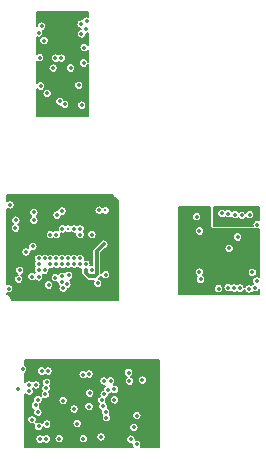
<source format=gbr>
G04 #@! TF.GenerationSoftware,KiCad,Pcbnew,(5.1.0)-1*
G04 #@! TF.CreationDate,2020-01-09T13:35:55-08:00*
G04 #@! TF.ProjectId,Miniscope-v4-Rigid-Flex,4d696e69-7363-46f7-9065-2d76342d5269,rev?*
G04 #@! TF.SameCoordinates,Original*
G04 #@! TF.FileFunction,Copper,L5,Inr*
G04 #@! TF.FilePolarity,Positive*
%FSLAX46Y46*%
G04 Gerber Fmt 4.6, Leading zero omitted, Abs format (unit mm)*
G04 Created by KiCad (PCBNEW (5.1.0)-1) date 2020-01-09 13:35:55*
%MOMM*%
%LPD*%
G04 APERTURE LIST*
%ADD10C,0.350000*%
%ADD11C,0.300000*%
%ADD12C,0.304800*%
%ADD13C,0.152400*%
G04 APERTURE END LIST*
D10*
X102967800Y-98080200D03*
X102459800Y-100213800D03*
X101824800Y-97191200D03*
X101901000Y-99588200D03*
X104441000Y-98072204D03*
X105380800Y-101225400D03*
X108153200Y-125282200D03*
X109423200Y-124571000D03*
X110042800Y-127500000D03*
X109792800Y-128500000D03*
X101833200Y-129476000D03*
X103805272Y-126232072D03*
X104991600Y-128180600D03*
X115450200Y-115976100D03*
X106854008Y-110111800D03*
X110515400Y-124494800D03*
X117238200Y-110373800D03*
X107268800Y-124573800D03*
X107010200Y-129295400D03*
X101734400Y-114680800D03*
X102234400Y-115180800D03*
X103727105Y-115714263D03*
X101172800Y-127850400D03*
X108153200Y-126171200D03*
X102425200Y-128206000D03*
X106234400Y-115180800D03*
X103729800Y-110162600D03*
X105990400Y-126740800D03*
X103803210Y-116715800D03*
X106041200Y-125597800D03*
X117862700Y-113338600D03*
X116963200Y-116749200D03*
X104736800Y-126948400D03*
X102409000Y-124691400D03*
X99774000Y-111621200D03*
X101729600Y-115758600D03*
X104734400Y-111680800D03*
X101734400Y-114180800D03*
X106234400Y-112180800D03*
X100000000Y-125215199D03*
X118588800Y-112378800D03*
D11*
X104234400Y-111680800D03*
D10*
X115109000Y-110653200D03*
X101323400Y-110300400D03*
X105584175Y-96353175D03*
X105330000Y-94355802D03*
X116154800Y-110378800D03*
X110000000Y-123859988D03*
X115349800Y-112877800D03*
X115349800Y-113877800D03*
X101346000Y-128914400D03*
X100123002Y-115199800D03*
X104017600Y-129450600D03*
X104978200Y-125064400D03*
X107253800Y-112992800D03*
X106512389Y-123949248D03*
X108149400Y-129707400D03*
X120188996Y-112380400D03*
X105734400Y-115180800D03*
X101734400Y-115180800D03*
X101323400Y-110960800D03*
X105234400Y-111680800D03*
X114956600Y-116469800D03*
X103234400Y-112180800D03*
X118919000Y-110551600D03*
X120189000Y-116106199D03*
X119604804Y-110492800D03*
X102734400Y-112180800D03*
X115349800Y-115361998D03*
X107412800Y-115572800D03*
X102734400Y-114180800D03*
X118769390Y-116698400D03*
X120039390Y-116673000D03*
X102234400Y-114180800D03*
X119833400Y-115377600D03*
X100656400Y-113642400D03*
X105380800Y-100675400D03*
X105533200Y-99091800D03*
X103454800Y-96327600D03*
X107818800Y-124573800D03*
X106234400Y-112680800D03*
X100910400Y-125441000D03*
X102237800Y-110066210D03*
X102234400Y-112180800D03*
X116688200Y-110378800D03*
X101234400Y-114680800D03*
X105734400Y-111680800D03*
X107235000Y-116487200D03*
X120112800Y-110035600D03*
X99716600Y-112245400D03*
D11*
X107387400Y-110111800D03*
D10*
X115349800Y-111867190D03*
X100377000Y-123548400D03*
X99799400Y-110960800D03*
X99183200Y-116741200D03*
X109343200Y-123853200D03*
X118360200Y-110475400D03*
X105533200Y-97644000D03*
X105126810Y-99545400D03*
X101977200Y-94533606D03*
X103653600Y-97240200D03*
X102180400Y-95752780D03*
X101723200Y-95092398D03*
X105787200Y-94101800D03*
X101175400Y-115736000D03*
X103734400Y-114680800D03*
X105734400Y-114680800D03*
X103734400Y-111680800D03*
X102358198Y-125199400D03*
X102586800Y-116444400D03*
X103234400Y-114680800D03*
X103145598Y-115826800D03*
X102307400Y-125707400D03*
X103272600Y-110518200D03*
X99310200Y-109654600D03*
X101234400Y-113180800D03*
X105234400Y-112180800D03*
X109542800Y-129500000D03*
X110029000Y-129941200D03*
X103475400Y-129450600D03*
X102383200Y-129476000D03*
X105516200Y-129450600D03*
X101722800Y-128409200D03*
X119533132Y-116770068D03*
X120239800Y-111339000D03*
X102734400Y-114680800D03*
X103153600Y-97240200D03*
X117801400Y-110399200D03*
X102536000Y-123726200D03*
X103234400Y-114180800D03*
X101977200Y-123728999D03*
X103734400Y-114180800D03*
X100046800Y-115953800D03*
X106015800Y-123972200D03*
X104234400Y-114680800D03*
X105507800Y-124023000D03*
X104263192Y-115631600D03*
X107598768Y-125301168D03*
X104234400Y-114180800D03*
X106727000Y-116309400D03*
X107285800Y-125699400D03*
X104734400Y-114680800D03*
X103704402Y-116190400D03*
X101678614Y-126152184D03*
X104734400Y-114180800D03*
X107071800Y-126198400D03*
X105234400Y-114198410D03*
X107412800Y-127198000D03*
X104127250Y-116365400D03*
X107184200Y-126698000D03*
X107477028Y-127667172D03*
X105234400Y-114680800D03*
X101671800Y-127212600D03*
X118284000Y-116698400D03*
X117776000Y-116673004D03*
X101469198Y-126639200D03*
X103526600Y-100899600D03*
X100910400Y-124891000D03*
X105350967Y-95176325D03*
X103933000Y-101153600D03*
X101494600Y-124891000D03*
X105750000Y-94750000D03*
D12*
X106663401Y-115542799D02*
X106498400Y-115707800D01*
X106015800Y-115707800D02*
X105736400Y-115428400D01*
X105736400Y-115182800D02*
X105734400Y-115180800D01*
X105736400Y-115428400D02*
X105736400Y-115182800D01*
X107253800Y-112992800D02*
X107232200Y-112992800D01*
X107232200Y-112992800D02*
X106663401Y-113561599D01*
X106498400Y-115707800D02*
X106015800Y-115707800D01*
X106663401Y-113561599D02*
X106663401Y-115542799D01*
D13*
G36*
X105923800Y-93721528D02*
G01*
X105904926Y-93713710D01*
X105826951Y-93698200D01*
X105747449Y-93698200D01*
X105669474Y-93713710D01*
X105596024Y-93744134D01*
X105529920Y-93788303D01*
X105473703Y-93844520D01*
X105429534Y-93910624D01*
X105409072Y-93960023D01*
X105369751Y-93952202D01*
X105290249Y-93952202D01*
X105212274Y-93967712D01*
X105138824Y-93998136D01*
X105072720Y-94042305D01*
X105016503Y-94098522D01*
X104972334Y-94164626D01*
X104941910Y-94238076D01*
X104926400Y-94316051D01*
X104926400Y-94395553D01*
X104941910Y-94473528D01*
X104972334Y-94546978D01*
X105016503Y-94613082D01*
X105072720Y-94669299D01*
X105138824Y-94713468D01*
X105212274Y-94743892D01*
X105290249Y-94759402D01*
X105346400Y-94759402D01*
X105346400Y-94772725D01*
X105311216Y-94772725D01*
X105233241Y-94788235D01*
X105159791Y-94818659D01*
X105093687Y-94862828D01*
X105037470Y-94919045D01*
X104993301Y-94985149D01*
X104962877Y-95058599D01*
X104947367Y-95136574D01*
X104947367Y-95216076D01*
X104962877Y-95294051D01*
X104993301Y-95367501D01*
X105037470Y-95433605D01*
X105093687Y-95489822D01*
X105159791Y-95533991D01*
X105233241Y-95564415D01*
X105311216Y-95579925D01*
X105390718Y-95579925D01*
X105468693Y-95564415D01*
X105542143Y-95533991D01*
X105608247Y-95489822D01*
X105664464Y-95433605D01*
X105708633Y-95367501D01*
X105739057Y-95294051D01*
X105754567Y-95216076D01*
X105754567Y-95153600D01*
X105789751Y-95153600D01*
X105867726Y-95138090D01*
X105923800Y-95114863D01*
X105923800Y-96134999D01*
X105897672Y-96095895D01*
X105841455Y-96039678D01*
X105775351Y-95995509D01*
X105701901Y-95965085D01*
X105623926Y-95949575D01*
X105544424Y-95949575D01*
X105466449Y-95965085D01*
X105392999Y-95995509D01*
X105326895Y-96039678D01*
X105270678Y-96095895D01*
X105226509Y-96161999D01*
X105196085Y-96235449D01*
X105180575Y-96313424D01*
X105180575Y-96392926D01*
X105196085Y-96470901D01*
X105226509Y-96544351D01*
X105270678Y-96610455D01*
X105326895Y-96666672D01*
X105392999Y-96710841D01*
X105466449Y-96741265D01*
X105544424Y-96756775D01*
X105623926Y-96756775D01*
X105701901Y-96741265D01*
X105775351Y-96710841D01*
X105841455Y-96666672D01*
X105897672Y-96610455D01*
X105923800Y-96571351D01*
X105923800Y-97538893D01*
X105921290Y-97526274D01*
X105890866Y-97452824D01*
X105846697Y-97386720D01*
X105790480Y-97330503D01*
X105724376Y-97286334D01*
X105650926Y-97255910D01*
X105572951Y-97240400D01*
X105493449Y-97240400D01*
X105415474Y-97255910D01*
X105342024Y-97286334D01*
X105275920Y-97330503D01*
X105219703Y-97386720D01*
X105175534Y-97452824D01*
X105145110Y-97526274D01*
X105129600Y-97604249D01*
X105129600Y-97683751D01*
X105145110Y-97761726D01*
X105175534Y-97835176D01*
X105219703Y-97901280D01*
X105275920Y-97957497D01*
X105342024Y-98001666D01*
X105415474Y-98032090D01*
X105493449Y-98047600D01*
X105572951Y-98047600D01*
X105650926Y-98032090D01*
X105724376Y-98001666D01*
X105790480Y-97957497D01*
X105846697Y-97901280D01*
X105890866Y-97835176D01*
X105921290Y-97761726D01*
X105923800Y-97749107D01*
X105923800Y-102173800D01*
X101576200Y-102173800D01*
X101576200Y-100859849D01*
X103123000Y-100859849D01*
X103123000Y-100939351D01*
X103138510Y-101017326D01*
X103168934Y-101090776D01*
X103213103Y-101156880D01*
X103269320Y-101213097D01*
X103335424Y-101257266D01*
X103408874Y-101287690D01*
X103486849Y-101303200D01*
X103558113Y-101303200D01*
X103575334Y-101344776D01*
X103619503Y-101410880D01*
X103675720Y-101467097D01*
X103741824Y-101511266D01*
X103815274Y-101541690D01*
X103893249Y-101557200D01*
X103972751Y-101557200D01*
X104050726Y-101541690D01*
X104124176Y-101511266D01*
X104190280Y-101467097D01*
X104246497Y-101410880D01*
X104290666Y-101344776D01*
X104321090Y-101271326D01*
X104336600Y-101193351D01*
X104336600Y-101185649D01*
X104977200Y-101185649D01*
X104977200Y-101265151D01*
X104992710Y-101343126D01*
X105023134Y-101416576D01*
X105067303Y-101482680D01*
X105123520Y-101538897D01*
X105189624Y-101583066D01*
X105263074Y-101613490D01*
X105341049Y-101629000D01*
X105420551Y-101629000D01*
X105498526Y-101613490D01*
X105571976Y-101583066D01*
X105638080Y-101538897D01*
X105694297Y-101482680D01*
X105738466Y-101416576D01*
X105768890Y-101343126D01*
X105784400Y-101265151D01*
X105784400Y-101185649D01*
X105768890Y-101107674D01*
X105738466Y-101034224D01*
X105694297Y-100968120D01*
X105638080Y-100911903D01*
X105571976Y-100867734D01*
X105498526Y-100837310D01*
X105420551Y-100821800D01*
X105341049Y-100821800D01*
X105263074Y-100837310D01*
X105189624Y-100867734D01*
X105123520Y-100911903D01*
X105067303Y-100968120D01*
X105023134Y-101034224D01*
X104992710Y-101107674D01*
X104977200Y-101185649D01*
X104336600Y-101185649D01*
X104336600Y-101113849D01*
X104321090Y-101035874D01*
X104290666Y-100962424D01*
X104246497Y-100896320D01*
X104190280Y-100840103D01*
X104124176Y-100795934D01*
X104050726Y-100765510D01*
X103972751Y-100750000D01*
X103901487Y-100750000D01*
X103884266Y-100708424D01*
X103840097Y-100642320D01*
X103783880Y-100586103D01*
X103717776Y-100541934D01*
X103644326Y-100511510D01*
X103566351Y-100496000D01*
X103486849Y-100496000D01*
X103408874Y-100511510D01*
X103335424Y-100541934D01*
X103269320Y-100586103D01*
X103213103Y-100642320D01*
X103168934Y-100708424D01*
X103138510Y-100781874D01*
X103123000Y-100859849D01*
X101576200Y-100859849D01*
X101576200Y-100174049D01*
X102056200Y-100174049D01*
X102056200Y-100253551D01*
X102071710Y-100331526D01*
X102102134Y-100404976D01*
X102146303Y-100471080D01*
X102202520Y-100527297D01*
X102268624Y-100571466D01*
X102342074Y-100601890D01*
X102420049Y-100617400D01*
X102499551Y-100617400D01*
X102577526Y-100601890D01*
X102650976Y-100571466D01*
X102717080Y-100527297D01*
X102773297Y-100471080D01*
X102817466Y-100404976D01*
X102847890Y-100331526D01*
X102863400Y-100253551D01*
X102863400Y-100174049D01*
X102847890Y-100096074D01*
X102817466Y-100022624D01*
X102773297Y-99956520D01*
X102717080Y-99900303D01*
X102650976Y-99856134D01*
X102577526Y-99825710D01*
X102499551Y-99810200D01*
X102420049Y-99810200D01*
X102342074Y-99825710D01*
X102268624Y-99856134D01*
X102202520Y-99900303D01*
X102146303Y-99956520D01*
X102102134Y-100022624D01*
X102071710Y-100096074D01*
X102056200Y-100174049D01*
X101576200Y-100174049D01*
X101576200Y-99828564D01*
X101587503Y-99845480D01*
X101643720Y-99901697D01*
X101709824Y-99945866D01*
X101783274Y-99976290D01*
X101861249Y-99991800D01*
X101940751Y-99991800D01*
X102018726Y-99976290D01*
X102092176Y-99945866D01*
X102158280Y-99901697D01*
X102214497Y-99845480D01*
X102258666Y-99779376D01*
X102289090Y-99705926D01*
X102304600Y-99627951D01*
X102304600Y-99548449D01*
X102296087Y-99505649D01*
X104723210Y-99505649D01*
X104723210Y-99585151D01*
X104738720Y-99663126D01*
X104769144Y-99736576D01*
X104813313Y-99802680D01*
X104869530Y-99858897D01*
X104935634Y-99903066D01*
X105009084Y-99933490D01*
X105087059Y-99949000D01*
X105166561Y-99949000D01*
X105244536Y-99933490D01*
X105317986Y-99903066D01*
X105384090Y-99858897D01*
X105440307Y-99802680D01*
X105484476Y-99736576D01*
X105514900Y-99663126D01*
X105530410Y-99585151D01*
X105530410Y-99505649D01*
X105514900Y-99427674D01*
X105484476Y-99354224D01*
X105440307Y-99288120D01*
X105384090Y-99231903D01*
X105317986Y-99187734D01*
X105244536Y-99157310D01*
X105166561Y-99141800D01*
X105087059Y-99141800D01*
X105009084Y-99157310D01*
X104935634Y-99187734D01*
X104869530Y-99231903D01*
X104813313Y-99288120D01*
X104769144Y-99354224D01*
X104738720Y-99427674D01*
X104723210Y-99505649D01*
X102296087Y-99505649D01*
X102289090Y-99470474D01*
X102258666Y-99397024D01*
X102214497Y-99330920D01*
X102158280Y-99274703D01*
X102092176Y-99230534D01*
X102018726Y-99200110D01*
X101940751Y-99184600D01*
X101861249Y-99184600D01*
X101783274Y-99200110D01*
X101709824Y-99230534D01*
X101643720Y-99274703D01*
X101587503Y-99330920D01*
X101576200Y-99347836D01*
X101576200Y-98040449D01*
X102564200Y-98040449D01*
X102564200Y-98119951D01*
X102579710Y-98197926D01*
X102610134Y-98271376D01*
X102654303Y-98337480D01*
X102710520Y-98393697D01*
X102776624Y-98437866D01*
X102850074Y-98468290D01*
X102928049Y-98483800D01*
X103007551Y-98483800D01*
X103085526Y-98468290D01*
X103158976Y-98437866D01*
X103225080Y-98393697D01*
X103281297Y-98337480D01*
X103325466Y-98271376D01*
X103355890Y-98197926D01*
X103371400Y-98119951D01*
X103371400Y-98040449D01*
X103369810Y-98032453D01*
X104037400Y-98032453D01*
X104037400Y-98111955D01*
X104052910Y-98189930D01*
X104083334Y-98263380D01*
X104127503Y-98329484D01*
X104183720Y-98385701D01*
X104249824Y-98429870D01*
X104323274Y-98460294D01*
X104401249Y-98475804D01*
X104480751Y-98475804D01*
X104558726Y-98460294D01*
X104632176Y-98429870D01*
X104698280Y-98385701D01*
X104754497Y-98329484D01*
X104798666Y-98263380D01*
X104829090Y-98189930D01*
X104844600Y-98111955D01*
X104844600Y-98032453D01*
X104829090Y-97954478D01*
X104798666Y-97881028D01*
X104754497Y-97814924D01*
X104698280Y-97758707D01*
X104632176Y-97714538D01*
X104558726Y-97684114D01*
X104480751Y-97668604D01*
X104401249Y-97668604D01*
X104323274Y-97684114D01*
X104249824Y-97714538D01*
X104183720Y-97758707D01*
X104127503Y-97814924D01*
X104083334Y-97881028D01*
X104052910Y-97954478D01*
X104037400Y-98032453D01*
X103369810Y-98032453D01*
X103355890Y-97962474D01*
X103325466Y-97889024D01*
X103281297Y-97822920D01*
X103225080Y-97766703D01*
X103158976Y-97722534D01*
X103085526Y-97692110D01*
X103007551Y-97676600D01*
X102928049Y-97676600D01*
X102850074Y-97692110D01*
X102776624Y-97722534D01*
X102710520Y-97766703D01*
X102654303Y-97822920D01*
X102610134Y-97889024D01*
X102579710Y-97962474D01*
X102564200Y-98040449D01*
X101576200Y-98040449D01*
X101576200Y-97510497D01*
X101633624Y-97548866D01*
X101707074Y-97579290D01*
X101785049Y-97594800D01*
X101864551Y-97594800D01*
X101942526Y-97579290D01*
X102015976Y-97548866D01*
X102082080Y-97504697D01*
X102138297Y-97448480D01*
X102182466Y-97382376D01*
X102212890Y-97308926D01*
X102228400Y-97230951D01*
X102228400Y-97200449D01*
X102750000Y-97200449D01*
X102750000Y-97279951D01*
X102765510Y-97357926D01*
X102795934Y-97431376D01*
X102840103Y-97497480D01*
X102896320Y-97553697D01*
X102962424Y-97597866D01*
X103035874Y-97628290D01*
X103113849Y-97643800D01*
X103193351Y-97643800D01*
X103271326Y-97628290D01*
X103344776Y-97597866D01*
X103403600Y-97558561D01*
X103462424Y-97597866D01*
X103535874Y-97628290D01*
X103613849Y-97643800D01*
X103693351Y-97643800D01*
X103771326Y-97628290D01*
X103844776Y-97597866D01*
X103910880Y-97553697D01*
X103967097Y-97497480D01*
X104011266Y-97431376D01*
X104041690Y-97357926D01*
X104057200Y-97279951D01*
X104057200Y-97200449D01*
X104041690Y-97122474D01*
X104011266Y-97049024D01*
X103967097Y-96982920D01*
X103910880Y-96926703D01*
X103844776Y-96882534D01*
X103771326Y-96852110D01*
X103693351Y-96836600D01*
X103613849Y-96836600D01*
X103535874Y-96852110D01*
X103462424Y-96882534D01*
X103403600Y-96921839D01*
X103344776Y-96882534D01*
X103271326Y-96852110D01*
X103193351Y-96836600D01*
X103113849Y-96836600D01*
X103035874Y-96852110D01*
X102962424Y-96882534D01*
X102896320Y-96926703D01*
X102840103Y-96982920D01*
X102795934Y-97049024D01*
X102765510Y-97122474D01*
X102750000Y-97200449D01*
X102228400Y-97200449D01*
X102228400Y-97151449D01*
X102212890Y-97073474D01*
X102182466Y-97000024D01*
X102138297Y-96933920D01*
X102082080Y-96877703D01*
X102015976Y-96833534D01*
X101942526Y-96803110D01*
X101864551Y-96787600D01*
X101785049Y-96787600D01*
X101707074Y-96803110D01*
X101633624Y-96833534D01*
X101576200Y-96871903D01*
X101576200Y-95468362D01*
X101605474Y-95480488D01*
X101683449Y-95495998D01*
X101762951Y-95495998D01*
X101840926Y-95480488D01*
X101910899Y-95451504D01*
X101866903Y-95495500D01*
X101822734Y-95561604D01*
X101792310Y-95635054D01*
X101776800Y-95713029D01*
X101776800Y-95792531D01*
X101792310Y-95870506D01*
X101822734Y-95943956D01*
X101866903Y-96010060D01*
X101923120Y-96066277D01*
X101989224Y-96110446D01*
X102062674Y-96140870D01*
X102140649Y-96156380D01*
X102220151Y-96156380D01*
X102298126Y-96140870D01*
X102371576Y-96110446D01*
X102437680Y-96066277D01*
X102493897Y-96010060D01*
X102538066Y-95943956D01*
X102568490Y-95870506D01*
X102584000Y-95792531D01*
X102584000Y-95713029D01*
X102568490Y-95635054D01*
X102538066Y-95561604D01*
X102493897Y-95495500D01*
X102437680Y-95439283D01*
X102371576Y-95395114D01*
X102298126Y-95364690D01*
X102220151Y-95349180D01*
X102140649Y-95349180D01*
X102062674Y-95364690D01*
X101992701Y-95393674D01*
X102036697Y-95349678D01*
X102080866Y-95283574D01*
X102111290Y-95210124D01*
X102126800Y-95132149D01*
X102126800Y-95052647D01*
X102111290Y-94974672D01*
X102089771Y-94922721D01*
X102094926Y-94921696D01*
X102168376Y-94891272D01*
X102234480Y-94847103D01*
X102290697Y-94790886D01*
X102334866Y-94724782D01*
X102365290Y-94651332D01*
X102380800Y-94573357D01*
X102380800Y-94493855D01*
X102365290Y-94415880D01*
X102334866Y-94342430D01*
X102290697Y-94276326D01*
X102234480Y-94220109D01*
X102168376Y-94175940D01*
X102094926Y-94145516D01*
X102016951Y-94130006D01*
X101937449Y-94130006D01*
X101859474Y-94145516D01*
X101786024Y-94175940D01*
X101719920Y-94220109D01*
X101663703Y-94276326D01*
X101619534Y-94342430D01*
X101589110Y-94415880D01*
X101576200Y-94480784D01*
X101576200Y-93326200D01*
X105923800Y-93326200D01*
X105923800Y-93721528D01*
X105923800Y-93721528D01*
G37*
X105923800Y-93721528D02*
X105904926Y-93713710D01*
X105826951Y-93698200D01*
X105747449Y-93698200D01*
X105669474Y-93713710D01*
X105596024Y-93744134D01*
X105529920Y-93788303D01*
X105473703Y-93844520D01*
X105429534Y-93910624D01*
X105409072Y-93960023D01*
X105369751Y-93952202D01*
X105290249Y-93952202D01*
X105212274Y-93967712D01*
X105138824Y-93998136D01*
X105072720Y-94042305D01*
X105016503Y-94098522D01*
X104972334Y-94164626D01*
X104941910Y-94238076D01*
X104926400Y-94316051D01*
X104926400Y-94395553D01*
X104941910Y-94473528D01*
X104972334Y-94546978D01*
X105016503Y-94613082D01*
X105072720Y-94669299D01*
X105138824Y-94713468D01*
X105212274Y-94743892D01*
X105290249Y-94759402D01*
X105346400Y-94759402D01*
X105346400Y-94772725D01*
X105311216Y-94772725D01*
X105233241Y-94788235D01*
X105159791Y-94818659D01*
X105093687Y-94862828D01*
X105037470Y-94919045D01*
X104993301Y-94985149D01*
X104962877Y-95058599D01*
X104947367Y-95136574D01*
X104947367Y-95216076D01*
X104962877Y-95294051D01*
X104993301Y-95367501D01*
X105037470Y-95433605D01*
X105093687Y-95489822D01*
X105159791Y-95533991D01*
X105233241Y-95564415D01*
X105311216Y-95579925D01*
X105390718Y-95579925D01*
X105468693Y-95564415D01*
X105542143Y-95533991D01*
X105608247Y-95489822D01*
X105664464Y-95433605D01*
X105708633Y-95367501D01*
X105739057Y-95294051D01*
X105754567Y-95216076D01*
X105754567Y-95153600D01*
X105789751Y-95153600D01*
X105867726Y-95138090D01*
X105923800Y-95114863D01*
X105923800Y-96134999D01*
X105897672Y-96095895D01*
X105841455Y-96039678D01*
X105775351Y-95995509D01*
X105701901Y-95965085D01*
X105623926Y-95949575D01*
X105544424Y-95949575D01*
X105466449Y-95965085D01*
X105392999Y-95995509D01*
X105326895Y-96039678D01*
X105270678Y-96095895D01*
X105226509Y-96161999D01*
X105196085Y-96235449D01*
X105180575Y-96313424D01*
X105180575Y-96392926D01*
X105196085Y-96470901D01*
X105226509Y-96544351D01*
X105270678Y-96610455D01*
X105326895Y-96666672D01*
X105392999Y-96710841D01*
X105466449Y-96741265D01*
X105544424Y-96756775D01*
X105623926Y-96756775D01*
X105701901Y-96741265D01*
X105775351Y-96710841D01*
X105841455Y-96666672D01*
X105897672Y-96610455D01*
X105923800Y-96571351D01*
X105923800Y-97538893D01*
X105921290Y-97526274D01*
X105890866Y-97452824D01*
X105846697Y-97386720D01*
X105790480Y-97330503D01*
X105724376Y-97286334D01*
X105650926Y-97255910D01*
X105572951Y-97240400D01*
X105493449Y-97240400D01*
X105415474Y-97255910D01*
X105342024Y-97286334D01*
X105275920Y-97330503D01*
X105219703Y-97386720D01*
X105175534Y-97452824D01*
X105145110Y-97526274D01*
X105129600Y-97604249D01*
X105129600Y-97683751D01*
X105145110Y-97761726D01*
X105175534Y-97835176D01*
X105219703Y-97901280D01*
X105275920Y-97957497D01*
X105342024Y-98001666D01*
X105415474Y-98032090D01*
X105493449Y-98047600D01*
X105572951Y-98047600D01*
X105650926Y-98032090D01*
X105724376Y-98001666D01*
X105790480Y-97957497D01*
X105846697Y-97901280D01*
X105890866Y-97835176D01*
X105921290Y-97761726D01*
X105923800Y-97749107D01*
X105923800Y-102173800D01*
X101576200Y-102173800D01*
X101576200Y-100859849D01*
X103123000Y-100859849D01*
X103123000Y-100939351D01*
X103138510Y-101017326D01*
X103168934Y-101090776D01*
X103213103Y-101156880D01*
X103269320Y-101213097D01*
X103335424Y-101257266D01*
X103408874Y-101287690D01*
X103486849Y-101303200D01*
X103558113Y-101303200D01*
X103575334Y-101344776D01*
X103619503Y-101410880D01*
X103675720Y-101467097D01*
X103741824Y-101511266D01*
X103815274Y-101541690D01*
X103893249Y-101557200D01*
X103972751Y-101557200D01*
X104050726Y-101541690D01*
X104124176Y-101511266D01*
X104190280Y-101467097D01*
X104246497Y-101410880D01*
X104290666Y-101344776D01*
X104321090Y-101271326D01*
X104336600Y-101193351D01*
X104336600Y-101185649D01*
X104977200Y-101185649D01*
X104977200Y-101265151D01*
X104992710Y-101343126D01*
X105023134Y-101416576D01*
X105067303Y-101482680D01*
X105123520Y-101538897D01*
X105189624Y-101583066D01*
X105263074Y-101613490D01*
X105341049Y-101629000D01*
X105420551Y-101629000D01*
X105498526Y-101613490D01*
X105571976Y-101583066D01*
X105638080Y-101538897D01*
X105694297Y-101482680D01*
X105738466Y-101416576D01*
X105768890Y-101343126D01*
X105784400Y-101265151D01*
X105784400Y-101185649D01*
X105768890Y-101107674D01*
X105738466Y-101034224D01*
X105694297Y-100968120D01*
X105638080Y-100911903D01*
X105571976Y-100867734D01*
X105498526Y-100837310D01*
X105420551Y-100821800D01*
X105341049Y-100821800D01*
X105263074Y-100837310D01*
X105189624Y-100867734D01*
X105123520Y-100911903D01*
X105067303Y-100968120D01*
X105023134Y-101034224D01*
X104992710Y-101107674D01*
X104977200Y-101185649D01*
X104336600Y-101185649D01*
X104336600Y-101113849D01*
X104321090Y-101035874D01*
X104290666Y-100962424D01*
X104246497Y-100896320D01*
X104190280Y-100840103D01*
X104124176Y-100795934D01*
X104050726Y-100765510D01*
X103972751Y-100750000D01*
X103901487Y-100750000D01*
X103884266Y-100708424D01*
X103840097Y-100642320D01*
X103783880Y-100586103D01*
X103717776Y-100541934D01*
X103644326Y-100511510D01*
X103566351Y-100496000D01*
X103486849Y-100496000D01*
X103408874Y-100511510D01*
X103335424Y-100541934D01*
X103269320Y-100586103D01*
X103213103Y-100642320D01*
X103168934Y-100708424D01*
X103138510Y-100781874D01*
X103123000Y-100859849D01*
X101576200Y-100859849D01*
X101576200Y-100174049D01*
X102056200Y-100174049D01*
X102056200Y-100253551D01*
X102071710Y-100331526D01*
X102102134Y-100404976D01*
X102146303Y-100471080D01*
X102202520Y-100527297D01*
X102268624Y-100571466D01*
X102342074Y-100601890D01*
X102420049Y-100617400D01*
X102499551Y-100617400D01*
X102577526Y-100601890D01*
X102650976Y-100571466D01*
X102717080Y-100527297D01*
X102773297Y-100471080D01*
X102817466Y-100404976D01*
X102847890Y-100331526D01*
X102863400Y-100253551D01*
X102863400Y-100174049D01*
X102847890Y-100096074D01*
X102817466Y-100022624D01*
X102773297Y-99956520D01*
X102717080Y-99900303D01*
X102650976Y-99856134D01*
X102577526Y-99825710D01*
X102499551Y-99810200D01*
X102420049Y-99810200D01*
X102342074Y-99825710D01*
X102268624Y-99856134D01*
X102202520Y-99900303D01*
X102146303Y-99956520D01*
X102102134Y-100022624D01*
X102071710Y-100096074D01*
X102056200Y-100174049D01*
X101576200Y-100174049D01*
X101576200Y-99828564D01*
X101587503Y-99845480D01*
X101643720Y-99901697D01*
X101709824Y-99945866D01*
X101783274Y-99976290D01*
X101861249Y-99991800D01*
X101940751Y-99991800D01*
X102018726Y-99976290D01*
X102092176Y-99945866D01*
X102158280Y-99901697D01*
X102214497Y-99845480D01*
X102258666Y-99779376D01*
X102289090Y-99705926D01*
X102304600Y-99627951D01*
X102304600Y-99548449D01*
X102296087Y-99505649D01*
X104723210Y-99505649D01*
X104723210Y-99585151D01*
X104738720Y-99663126D01*
X104769144Y-99736576D01*
X104813313Y-99802680D01*
X104869530Y-99858897D01*
X104935634Y-99903066D01*
X105009084Y-99933490D01*
X105087059Y-99949000D01*
X105166561Y-99949000D01*
X105244536Y-99933490D01*
X105317986Y-99903066D01*
X105384090Y-99858897D01*
X105440307Y-99802680D01*
X105484476Y-99736576D01*
X105514900Y-99663126D01*
X105530410Y-99585151D01*
X105530410Y-99505649D01*
X105514900Y-99427674D01*
X105484476Y-99354224D01*
X105440307Y-99288120D01*
X105384090Y-99231903D01*
X105317986Y-99187734D01*
X105244536Y-99157310D01*
X105166561Y-99141800D01*
X105087059Y-99141800D01*
X105009084Y-99157310D01*
X104935634Y-99187734D01*
X104869530Y-99231903D01*
X104813313Y-99288120D01*
X104769144Y-99354224D01*
X104738720Y-99427674D01*
X104723210Y-99505649D01*
X102296087Y-99505649D01*
X102289090Y-99470474D01*
X102258666Y-99397024D01*
X102214497Y-99330920D01*
X102158280Y-99274703D01*
X102092176Y-99230534D01*
X102018726Y-99200110D01*
X101940751Y-99184600D01*
X101861249Y-99184600D01*
X101783274Y-99200110D01*
X101709824Y-99230534D01*
X101643720Y-99274703D01*
X101587503Y-99330920D01*
X101576200Y-99347836D01*
X101576200Y-98040449D01*
X102564200Y-98040449D01*
X102564200Y-98119951D01*
X102579710Y-98197926D01*
X102610134Y-98271376D01*
X102654303Y-98337480D01*
X102710520Y-98393697D01*
X102776624Y-98437866D01*
X102850074Y-98468290D01*
X102928049Y-98483800D01*
X103007551Y-98483800D01*
X103085526Y-98468290D01*
X103158976Y-98437866D01*
X103225080Y-98393697D01*
X103281297Y-98337480D01*
X103325466Y-98271376D01*
X103355890Y-98197926D01*
X103371400Y-98119951D01*
X103371400Y-98040449D01*
X103369810Y-98032453D01*
X104037400Y-98032453D01*
X104037400Y-98111955D01*
X104052910Y-98189930D01*
X104083334Y-98263380D01*
X104127503Y-98329484D01*
X104183720Y-98385701D01*
X104249824Y-98429870D01*
X104323274Y-98460294D01*
X104401249Y-98475804D01*
X104480751Y-98475804D01*
X104558726Y-98460294D01*
X104632176Y-98429870D01*
X104698280Y-98385701D01*
X104754497Y-98329484D01*
X104798666Y-98263380D01*
X104829090Y-98189930D01*
X104844600Y-98111955D01*
X104844600Y-98032453D01*
X104829090Y-97954478D01*
X104798666Y-97881028D01*
X104754497Y-97814924D01*
X104698280Y-97758707D01*
X104632176Y-97714538D01*
X104558726Y-97684114D01*
X104480751Y-97668604D01*
X104401249Y-97668604D01*
X104323274Y-97684114D01*
X104249824Y-97714538D01*
X104183720Y-97758707D01*
X104127503Y-97814924D01*
X104083334Y-97881028D01*
X104052910Y-97954478D01*
X104037400Y-98032453D01*
X103369810Y-98032453D01*
X103355890Y-97962474D01*
X103325466Y-97889024D01*
X103281297Y-97822920D01*
X103225080Y-97766703D01*
X103158976Y-97722534D01*
X103085526Y-97692110D01*
X103007551Y-97676600D01*
X102928049Y-97676600D01*
X102850074Y-97692110D01*
X102776624Y-97722534D01*
X102710520Y-97766703D01*
X102654303Y-97822920D01*
X102610134Y-97889024D01*
X102579710Y-97962474D01*
X102564200Y-98040449D01*
X101576200Y-98040449D01*
X101576200Y-97510497D01*
X101633624Y-97548866D01*
X101707074Y-97579290D01*
X101785049Y-97594800D01*
X101864551Y-97594800D01*
X101942526Y-97579290D01*
X102015976Y-97548866D01*
X102082080Y-97504697D01*
X102138297Y-97448480D01*
X102182466Y-97382376D01*
X102212890Y-97308926D01*
X102228400Y-97230951D01*
X102228400Y-97200449D01*
X102750000Y-97200449D01*
X102750000Y-97279951D01*
X102765510Y-97357926D01*
X102795934Y-97431376D01*
X102840103Y-97497480D01*
X102896320Y-97553697D01*
X102962424Y-97597866D01*
X103035874Y-97628290D01*
X103113849Y-97643800D01*
X103193351Y-97643800D01*
X103271326Y-97628290D01*
X103344776Y-97597866D01*
X103403600Y-97558561D01*
X103462424Y-97597866D01*
X103535874Y-97628290D01*
X103613849Y-97643800D01*
X103693351Y-97643800D01*
X103771326Y-97628290D01*
X103844776Y-97597866D01*
X103910880Y-97553697D01*
X103967097Y-97497480D01*
X104011266Y-97431376D01*
X104041690Y-97357926D01*
X104057200Y-97279951D01*
X104057200Y-97200449D01*
X104041690Y-97122474D01*
X104011266Y-97049024D01*
X103967097Y-96982920D01*
X103910880Y-96926703D01*
X103844776Y-96882534D01*
X103771326Y-96852110D01*
X103693351Y-96836600D01*
X103613849Y-96836600D01*
X103535874Y-96852110D01*
X103462424Y-96882534D01*
X103403600Y-96921839D01*
X103344776Y-96882534D01*
X103271326Y-96852110D01*
X103193351Y-96836600D01*
X103113849Y-96836600D01*
X103035874Y-96852110D01*
X102962424Y-96882534D01*
X102896320Y-96926703D01*
X102840103Y-96982920D01*
X102795934Y-97049024D01*
X102765510Y-97122474D01*
X102750000Y-97200449D01*
X102228400Y-97200449D01*
X102228400Y-97151449D01*
X102212890Y-97073474D01*
X102182466Y-97000024D01*
X102138297Y-96933920D01*
X102082080Y-96877703D01*
X102015976Y-96833534D01*
X101942526Y-96803110D01*
X101864551Y-96787600D01*
X101785049Y-96787600D01*
X101707074Y-96803110D01*
X101633624Y-96833534D01*
X101576200Y-96871903D01*
X101576200Y-95468362D01*
X101605474Y-95480488D01*
X101683449Y-95495998D01*
X101762951Y-95495998D01*
X101840926Y-95480488D01*
X101910899Y-95451504D01*
X101866903Y-95495500D01*
X101822734Y-95561604D01*
X101792310Y-95635054D01*
X101776800Y-95713029D01*
X101776800Y-95792531D01*
X101792310Y-95870506D01*
X101822734Y-95943956D01*
X101866903Y-96010060D01*
X101923120Y-96066277D01*
X101989224Y-96110446D01*
X102062674Y-96140870D01*
X102140649Y-96156380D01*
X102220151Y-96156380D01*
X102298126Y-96140870D01*
X102371576Y-96110446D01*
X102437680Y-96066277D01*
X102493897Y-96010060D01*
X102538066Y-95943956D01*
X102568490Y-95870506D01*
X102584000Y-95792531D01*
X102584000Y-95713029D01*
X102568490Y-95635054D01*
X102538066Y-95561604D01*
X102493897Y-95495500D01*
X102437680Y-95439283D01*
X102371576Y-95395114D01*
X102298126Y-95364690D01*
X102220151Y-95349180D01*
X102140649Y-95349180D01*
X102062674Y-95364690D01*
X101992701Y-95393674D01*
X102036697Y-95349678D01*
X102080866Y-95283574D01*
X102111290Y-95210124D01*
X102126800Y-95132149D01*
X102126800Y-95052647D01*
X102111290Y-94974672D01*
X102089771Y-94922721D01*
X102094926Y-94921696D01*
X102168376Y-94891272D01*
X102234480Y-94847103D01*
X102290697Y-94790886D01*
X102334866Y-94724782D01*
X102365290Y-94651332D01*
X102380800Y-94573357D01*
X102380800Y-94493855D01*
X102365290Y-94415880D01*
X102334866Y-94342430D01*
X102290697Y-94276326D01*
X102234480Y-94220109D01*
X102168376Y-94175940D01*
X102094926Y-94145516D01*
X102016951Y-94130006D01*
X101937449Y-94130006D01*
X101859474Y-94145516D01*
X101786024Y-94175940D01*
X101719920Y-94220109D01*
X101663703Y-94276326D01*
X101619534Y-94342430D01*
X101589110Y-94415880D01*
X101576200Y-94480784D01*
X101576200Y-93326200D01*
X105923800Y-93326200D01*
X105923800Y-93721528D01*
G36*
X111923800Y-130173800D02*
G01*
X110358988Y-130173800D01*
X110386666Y-130132376D01*
X110417090Y-130058926D01*
X110432600Y-129980951D01*
X110432600Y-129901449D01*
X110417090Y-129823474D01*
X110386666Y-129750024D01*
X110342497Y-129683920D01*
X110286280Y-129627703D01*
X110220176Y-129583534D01*
X110146726Y-129553110D01*
X110068751Y-129537600D01*
X109989249Y-129537600D01*
X109945080Y-129546386D01*
X109946400Y-129539751D01*
X109946400Y-129460249D01*
X109930890Y-129382274D01*
X109900466Y-129308824D01*
X109856297Y-129242720D01*
X109800080Y-129186503D01*
X109733976Y-129142334D01*
X109660526Y-129111910D01*
X109582551Y-129096400D01*
X109503049Y-129096400D01*
X109425074Y-129111910D01*
X109351624Y-129142334D01*
X109285520Y-129186503D01*
X109229303Y-129242720D01*
X109185134Y-129308824D01*
X109154710Y-129382274D01*
X109139200Y-129460249D01*
X109139200Y-129539751D01*
X109154710Y-129617726D01*
X109185134Y-129691176D01*
X109229303Y-129757280D01*
X109285520Y-129813497D01*
X109351624Y-129857666D01*
X109425074Y-129888090D01*
X109503049Y-129903600D01*
X109582551Y-129903600D01*
X109626720Y-129894814D01*
X109625400Y-129901449D01*
X109625400Y-129980951D01*
X109640910Y-130058926D01*
X109671334Y-130132376D01*
X109699012Y-130173800D01*
X100576200Y-130173800D01*
X100576200Y-129436249D01*
X101429600Y-129436249D01*
X101429600Y-129515751D01*
X101445110Y-129593726D01*
X101475534Y-129667176D01*
X101519703Y-129733280D01*
X101575920Y-129789497D01*
X101642024Y-129833666D01*
X101715474Y-129864090D01*
X101793449Y-129879600D01*
X101872951Y-129879600D01*
X101950926Y-129864090D01*
X102024376Y-129833666D01*
X102090480Y-129789497D01*
X102108200Y-129771777D01*
X102125920Y-129789497D01*
X102192024Y-129833666D01*
X102265474Y-129864090D01*
X102343449Y-129879600D01*
X102422951Y-129879600D01*
X102500926Y-129864090D01*
X102574376Y-129833666D01*
X102640480Y-129789497D01*
X102696697Y-129733280D01*
X102740866Y-129667176D01*
X102771290Y-129593726D01*
X102786800Y-129515751D01*
X102786800Y-129436249D01*
X102781748Y-129410849D01*
X103071800Y-129410849D01*
X103071800Y-129490351D01*
X103087310Y-129568326D01*
X103117734Y-129641776D01*
X103161903Y-129707880D01*
X103218120Y-129764097D01*
X103284224Y-129808266D01*
X103357674Y-129838690D01*
X103435649Y-129854200D01*
X103515151Y-129854200D01*
X103593126Y-129838690D01*
X103666576Y-129808266D01*
X103732680Y-129764097D01*
X103788897Y-129707880D01*
X103833066Y-129641776D01*
X103863490Y-129568326D01*
X103879000Y-129490351D01*
X103879000Y-129410849D01*
X105112600Y-129410849D01*
X105112600Y-129490351D01*
X105128110Y-129568326D01*
X105158534Y-129641776D01*
X105202703Y-129707880D01*
X105258920Y-129764097D01*
X105325024Y-129808266D01*
X105398474Y-129838690D01*
X105476449Y-129854200D01*
X105555951Y-129854200D01*
X105633926Y-129838690D01*
X105707376Y-129808266D01*
X105773480Y-129764097D01*
X105829697Y-129707880D01*
X105873866Y-129641776D01*
X105904290Y-129568326D01*
X105919800Y-129490351D01*
X105919800Y-129410849D01*
X105904290Y-129332874D01*
X105873866Y-129259424D01*
X105871344Y-129255649D01*
X106606600Y-129255649D01*
X106606600Y-129335151D01*
X106622110Y-129413126D01*
X106652534Y-129486576D01*
X106696703Y-129552680D01*
X106752920Y-129608897D01*
X106819024Y-129653066D01*
X106892474Y-129683490D01*
X106970449Y-129699000D01*
X107049951Y-129699000D01*
X107127926Y-129683490D01*
X107201376Y-129653066D01*
X107267480Y-129608897D01*
X107323697Y-129552680D01*
X107367866Y-129486576D01*
X107398290Y-129413126D01*
X107413800Y-129335151D01*
X107413800Y-129255649D01*
X107398290Y-129177674D01*
X107367866Y-129104224D01*
X107323697Y-129038120D01*
X107267480Y-128981903D01*
X107201376Y-128937734D01*
X107127926Y-128907310D01*
X107049951Y-128891800D01*
X106970449Y-128891800D01*
X106892474Y-128907310D01*
X106819024Y-128937734D01*
X106752920Y-128981903D01*
X106696703Y-129038120D01*
X106652534Y-129104224D01*
X106622110Y-129177674D01*
X106606600Y-129255649D01*
X105871344Y-129255649D01*
X105829697Y-129193320D01*
X105773480Y-129137103D01*
X105707376Y-129092934D01*
X105633926Y-129062510D01*
X105555951Y-129047000D01*
X105476449Y-129047000D01*
X105398474Y-129062510D01*
X105325024Y-129092934D01*
X105258920Y-129137103D01*
X105202703Y-129193320D01*
X105158534Y-129259424D01*
X105128110Y-129332874D01*
X105112600Y-129410849D01*
X103879000Y-129410849D01*
X103863490Y-129332874D01*
X103833066Y-129259424D01*
X103788897Y-129193320D01*
X103732680Y-129137103D01*
X103666576Y-129092934D01*
X103593126Y-129062510D01*
X103515151Y-129047000D01*
X103435649Y-129047000D01*
X103357674Y-129062510D01*
X103284224Y-129092934D01*
X103218120Y-129137103D01*
X103161903Y-129193320D01*
X103117734Y-129259424D01*
X103087310Y-129332874D01*
X103071800Y-129410849D01*
X102781748Y-129410849D01*
X102771290Y-129358274D01*
X102740866Y-129284824D01*
X102696697Y-129218720D01*
X102640480Y-129162503D01*
X102574376Y-129118334D01*
X102500926Y-129087910D01*
X102422951Y-129072400D01*
X102343449Y-129072400D01*
X102265474Y-129087910D01*
X102192024Y-129118334D01*
X102125920Y-129162503D01*
X102108200Y-129180223D01*
X102090480Y-129162503D01*
X102024376Y-129118334D01*
X101950926Y-129087910D01*
X101872951Y-129072400D01*
X101793449Y-129072400D01*
X101715474Y-129087910D01*
X101642024Y-129118334D01*
X101575920Y-129162503D01*
X101519703Y-129218720D01*
X101475534Y-129284824D01*
X101445110Y-129358274D01*
X101429600Y-129436249D01*
X100576200Y-129436249D01*
X100576200Y-127810649D01*
X100769200Y-127810649D01*
X100769200Y-127890151D01*
X100784710Y-127968126D01*
X100815134Y-128041576D01*
X100859303Y-128107680D01*
X100915520Y-128163897D01*
X100981624Y-128208066D01*
X101055074Y-128238490D01*
X101133049Y-128254000D01*
X101212551Y-128254000D01*
X101290526Y-128238490D01*
X101363976Y-128208066D01*
X101378088Y-128198637D01*
X101365134Y-128218024D01*
X101334710Y-128291474D01*
X101319200Y-128369449D01*
X101319200Y-128448951D01*
X101334710Y-128526926D01*
X101365134Y-128600376D01*
X101409303Y-128666480D01*
X101465520Y-128722697D01*
X101531624Y-128766866D01*
X101605074Y-128797290D01*
X101683049Y-128812800D01*
X101762551Y-128812800D01*
X101840526Y-128797290D01*
X101913976Y-128766866D01*
X101980080Y-128722697D01*
X102036297Y-128666480D01*
X102080466Y-128600376D01*
X102110890Y-128526926D01*
X102121584Y-128473161D01*
X102167920Y-128519497D01*
X102234024Y-128563666D01*
X102307474Y-128594090D01*
X102385449Y-128609600D01*
X102464951Y-128609600D01*
X102542926Y-128594090D01*
X102616376Y-128563666D01*
X102682480Y-128519497D01*
X102738697Y-128463280D01*
X102782866Y-128397176D01*
X102813290Y-128323726D01*
X102828800Y-128245751D01*
X102828800Y-128166249D01*
X102823748Y-128140849D01*
X104588000Y-128140849D01*
X104588000Y-128220351D01*
X104603510Y-128298326D01*
X104633934Y-128371776D01*
X104678103Y-128437880D01*
X104734320Y-128494097D01*
X104800424Y-128538266D01*
X104873874Y-128568690D01*
X104951849Y-128584200D01*
X105031351Y-128584200D01*
X105109326Y-128568690D01*
X105182776Y-128538266D01*
X105248880Y-128494097D01*
X105282728Y-128460249D01*
X109389200Y-128460249D01*
X109389200Y-128539751D01*
X109404710Y-128617726D01*
X109435134Y-128691176D01*
X109479303Y-128757280D01*
X109535520Y-128813497D01*
X109601624Y-128857666D01*
X109675074Y-128888090D01*
X109753049Y-128903600D01*
X109832551Y-128903600D01*
X109910526Y-128888090D01*
X109983976Y-128857666D01*
X110050080Y-128813497D01*
X110106297Y-128757280D01*
X110150466Y-128691176D01*
X110180890Y-128617726D01*
X110196400Y-128539751D01*
X110196400Y-128460249D01*
X110180890Y-128382274D01*
X110150466Y-128308824D01*
X110106297Y-128242720D01*
X110050080Y-128186503D01*
X109983976Y-128142334D01*
X109910526Y-128111910D01*
X109832551Y-128096400D01*
X109753049Y-128096400D01*
X109675074Y-128111910D01*
X109601624Y-128142334D01*
X109535520Y-128186503D01*
X109479303Y-128242720D01*
X109435134Y-128308824D01*
X109404710Y-128382274D01*
X109389200Y-128460249D01*
X105282728Y-128460249D01*
X105305097Y-128437880D01*
X105349266Y-128371776D01*
X105379690Y-128298326D01*
X105395200Y-128220351D01*
X105395200Y-128140849D01*
X105379690Y-128062874D01*
X105349266Y-127989424D01*
X105305097Y-127923320D01*
X105248880Y-127867103D01*
X105182776Y-127822934D01*
X105109326Y-127792510D01*
X105031351Y-127777000D01*
X104951849Y-127777000D01*
X104873874Y-127792510D01*
X104800424Y-127822934D01*
X104734320Y-127867103D01*
X104678103Y-127923320D01*
X104633934Y-127989424D01*
X104603510Y-128062874D01*
X104588000Y-128140849D01*
X102823748Y-128140849D01*
X102813290Y-128088274D01*
X102782866Y-128014824D01*
X102738697Y-127948720D01*
X102682480Y-127892503D01*
X102616376Y-127848334D01*
X102542926Y-127817910D01*
X102464951Y-127802400D01*
X102385449Y-127802400D01*
X102307474Y-127817910D01*
X102234024Y-127848334D01*
X102167920Y-127892503D01*
X102111703Y-127948720D01*
X102067534Y-128014824D01*
X102037110Y-128088274D01*
X102026416Y-128142039D01*
X101980080Y-128095703D01*
X101913976Y-128051534D01*
X101840526Y-128021110D01*
X101762551Y-128005600D01*
X101683049Y-128005600D01*
X101605074Y-128021110D01*
X101531624Y-128051534D01*
X101517512Y-128060963D01*
X101530466Y-128041576D01*
X101560890Y-127968126D01*
X101576400Y-127890151D01*
X101576400Y-127810649D01*
X101560890Y-127732674D01*
X101530466Y-127659224D01*
X101486297Y-127593120D01*
X101430080Y-127536903D01*
X101363976Y-127492734D01*
X101290526Y-127462310D01*
X101212551Y-127446800D01*
X101133049Y-127446800D01*
X101055074Y-127462310D01*
X100981624Y-127492734D01*
X100915520Y-127536903D01*
X100859303Y-127593120D01*
X100815134Y-127659224D01*
X100784710Y-127732674D01*
X100769200Y-127810649D01*
X100576200Y-127810649D01*
X100576200Y-126599449D01*
X101065598Y-126599449D01*
X101065598Y-126678951D01*
X101081108Y-126756926D01*
X101111532Y-126830376D01*
X101155701Y-126896480D01*
X101211918Y-126952697D01*
X101278022Y-126996866D01*
X101319158Y-127013905D01*
X101314134Y-127021424D01*
X101283710Y-127094874D01*
X101268200Y-127172849D01*
X101268200Y-127252351D01*
X101283710Y-127330326D01*
X101314134Y-127403776D01*
X101358303Y-127469880D01*
X101414520Y-127526097D01*
X101480624Y-127570266D01*
X101554074Y-127600690D01*
X101632049Y-127616200D01*
X101711551Y-127616200D01*
X101789526Y-127600690D01*
X101862976Y-127570266D01*
X101929080Y-127526097D01*
X101985297Y-127469880D01*
X102029466Y-127403776D01*
X102059890Y-127330326D01*
X102075400Y-127252351D01*
X102075400Y-127172849D01*
X102059890Y-127094874D01*
X102029466Y-127021424D01*
X101985297Y-126955320D01*
X101938626Y-126908649D01*
X104333200Y-126908649D01*
X104333200Y-126988151D01*
X104348710Y-127066126D01*
X104379134Y-127139576D01*
X104423303Y-127205680D01*
X104479520Y-127261897D01*
X104545624Y-127306066D01*
X104619074Y-127336490D01*
X104697049Y-127352000D01*
X104776551Y-127352000D01*
X104854526Y-127336490D01*
X104927976Y-127306066D01*
X104994080Y-127261897D01*
X105050297Y-127205680D01*
X105094466Y-127139576D01*
X105124890Y-127066126D01*
X105140400Y-126988151D01*
X105140400Y-126908649D01*
X105124890Y-126830674D01*
X105094466Y-126757224D01*
X105056932Y-126701049D01*
X105586800Y-126701049D01*
X105586800Y-126780551D01*
X105602310Y-126858526D01*
X105632734Y-126931976D01*
X105676903Y-126998080D01*
X105733120Y-127054297D01*
X105799224Y-127098466D01*
X105872674Y-127128890D01*
X105950649Y-127144400D01*
X106030151Y-127144400D01*
X106108126Y-127128890D01*
X106181576Y-127098466D01*
X106247680Y-127054297D01*
X106303897Y-126998080D01*
X106348066Y-126931976D01*
X106378490Y-126858526D01*
X106394000Y-126780551D01*
X106394000Y-126701049D01*
X106378490Y-126623074D01*
X106348066Y-126549624D01*
X106303897Y-126483520D01*
X106247680Y-126427303D01*
X106181576Y-126383134D01*
X106108126Y-126352710D01*
X106030151Y-126337200D01*
X105950649Y-126337200D01*
X105872674Y-126352710D01*
X105799224Y-126383134D01*
X105733120Y-126427303D01*
X105676903Y-126483520D01*
X105632734Y-126549624D01*
X105602310Y-126623074D01*
X105586800Y-126701049D01*
X105056932Y-126701049D01*
X105050297Y-126691120D01*
X104994080Y-126634903D01*
X104927976Y-126590734D01*
X104854526Y-126560310D01*
X104776551Y-126544800D01*
X104697049Y-126544800D01*
X104619074Y-126560310D01*
X104545624Y-126590734D01*
X104479520Y-126634903D01*
X104423303Y-126691120D01*
X104379134Y-126757224D01*
X104348710Y-126830674D01*
X104333200Y-126908649D01*
X101938626Y-126908649D01*
X101929080Y-126899103D01*
X101862976Y-126854934D01*
X101821840Y-126837895D01*
X101826864Y-126830376D01*
X101857288Y-126756926D01*
X101872798Y-126678951D01*
X101872798Y-126599449D01*
X101857288Y-126521474D01*
X101855009Y-126515972D01*
X101869790Y-126509850D01*
X101935894Y-126465681D01*
X101992111Y-126409464D01*
X102036280Y-126343360D01*
X102066704Y-126269910D01*
X102082137Y-126192321D01*
X103401672Y-126192321D01*
X103401672Y-126271823D01*
X103417182Y-126349798D01*
X103447606Y-126423248D01*
X103491775Y-126489352D01*
X103547992Y-126545569D01*
X103614096Y-126589738D01*
X103687546Y-126620162D01*
X103765521Y-126635672D01*
X103845023Y-126635672D01*
X103922998Y-126620162D01*
X103996448Y-126589738D01*
X104062552Y-126545569D01*
X104118769Y-126489352D01*
X104162938Y-126423248D01*
X104193362Y-126349798D01*
X104208872Y-126271823D01*
X104208872Y-126192321D01*
X104202175Y-126158649D01*
X106668200Y-126158649D01*
X106668200Y-126238151D01*
X106683710Y-126316126D01*
X106714134Y-126389576D01*
X106758303Y-126455680D01*
X106814520Y-126511897D01*
X106822284Y-126517085D01*
X106796110Y-126580274D01*
X106780600Y-126658249D01*
X106780600Y-126737751D01*
X106796110Y-126815726D01*
X106826534Y-126889176D01*
X106870703Y-126955280D01*
X106926920Y-127011497D01*
X106993024Y-127055666D01*
X107028770Y-127070472D01*
X107024710Y-127080274D01*
X107009200Y-127158249D01*
X107009200Y-127237751D01*
X107024710Y-127315726D01*
X107055134Y-127389176D01*
X107099303Y-127455280D01*
X107119625Y-127475602D01*
X107119362Y-127475996D01*
X107088938Y-127549446D01*
X107073428Y-127627421D01*
X107073428Y-127706923D01*
X107088938Y-127784898D01*
X107119362Y-127858348D01*
X107163531Y-127924452D01*
X107219748Y-127980669D01*
X107285852Y-128024838D01*
X107359302Y-128055262D01*
X107437277Y-128070772D01*
X107516779Y-128070772D01*
X107594754Y-128055262D01*
X107668204Y-128024838D01*
X107734308Y-127980669D01*
X107790525Y-127924452D01*
X107834694Y-127858348D01*
X107865118Y-127784898D01*
X107880628Y-127706923D01*
X107880628Y-127627421D01*
X107865118Y-127549446D01*
X107834694Y-127475996D01*
X107824173Y-127460249D01*
X109639200Y-127460249D01*
X109639200Y-127539751D01*
X109654710Y-127617726D01*
X109685134Y-127691176D01*
X109729303Y-127757280D01*
X109785520Y-127813497D01*
X109851624Y-127857666D01*
X109925074Y-127888090D01*
X110003049Y-127903600D01*
X110082551Y-127903600D01*
X110160526Y-127888090D01*
X110233976Y-127857666D01*
X110300080Y-127813497D01*
X110356297Y-127757280D01*
X110400466Y-127691176D01*
X110430890Y-127617726D01*
X110446400Y-127539751D01*
X110446400Y-127460249D01*
X110430890Y-127382274D01*
X110400466Y-127308824D01*
X110356297Y-127242720D01*
X110300080Y-127186503D01*
X110233976Y-127142334D01*
X110160526Y-127111910D01*
X110082551Y-127096400D01*
X110003049Y-127096400D01*
X109925074Y-127111910D01*
X109851624Y-127142334D01*
X109785520Y-127186503D01*
X109729303Y-127242720D01*
X109685134Y-127308824D01*
X109654710Y-127382274D01*
X109639200Y-127460249D01*
X107824173Y-127460249D01*
X107790525Y-127409892D01*
X107770203Y-127389570D01*
X107770466Y-127389176D01*
X107800890Y-127315726D01*
X107816400Y-127237751D01*
X107816400Y-127158249D01*
X107800890Y-127080274D01*
X107770466Y-127006824D01*
X107726297Y-126940720D01*
X107670080Y-126884503D01*
X107603976Y-126840334D01*
X107568230Y-126825528D01*
X107572290Y-126815726D01*
X107587800Y-126737751D01*
X107587800Y-126658249D01*
X107572290Y-126580274D01*
X107541866Y-126506824D01*
X107497697Y-126440720D01*
X107441480Y-126384503D01*
X107433716Y-126379315D01*
X107459890Y-126316126D01*
X107475400Y-126238151D01*
X107475400Y-126158649D01*
X107469990Y-126131449D01*
X107749600Y-126131449D01*
X107749600Y-126210951D01*
X107765110Y-126288926D01*
X107795534Y-126362376D01*
X107839703Y-126428480D01*
X107895920Y-126484697D01*
X107962024Y-126528866D01*
X108035474Y-126559290D01*
X108113449Y-126574800D01*
X108192951Y-126574800D01*
X108270926Y-126559290D01*
X108344376Y-126528866D01*
X108410480Y-126484697D01*
X108466697Y-126428480D01*
X108510866Y-126362376D01*
X108541290Y-126288926D01*
X108556800Y-126210951D01*
X108556800Y-126131449D01*
X108541290Y-126053474D01*
X108510866Y-125980024D01*
X108466697Y-125913920D01*
X108410480Y-125857703D01*
X108344376Y-125813534D01*
X108270926Y-125783110D01*
X108192951Y-125767600D01*
X108113449Y-125767600D01*
X108035474Y-125783110D01*
X107962024Y-125813534D01*
X107895920Y-125857703D01*
X107839703Y-125913920D01*
X107795534Y-125980024D01*
X107765110Y-126053474D01*
X107749600Y-126131449D01*
X107469990Y-126131449D01*
X107459890Y-126080674D01*
X107454045Y-126066564D01*
X107476976Y-126057066D01*
X107543080Y-126012897D01*
X107599297Y-125956680D01*
X107643466Y-125890576D01*
X107673890Y-125817126D01*
X107689400Y-125739151D01*
X107689400Y-125694647D01*
X107716494Y-125689258D01*
X107789944Y-125658834D01*
X107856048Y-125614665D01*
X107885468Y-125585245D01*
X107895920Y-125595697D01*
X107962024Y-125639866D01*
X108035474Y-125670290D01*
X108113449Y-125685800D01*
X108192951Y-125685800D01*
X108270926Y-125670290D01*
X108344376Y-125639866D01*
X108410480Y-125595697D01*
X108466697Y-125539480D01*
X108510866Y-125473376D01*
X108541290Y-125399926D01*
X108556800Y-125321951D01*
X108556800Y-125242449D01*
X108541290Y-125164474D01*
X108510866Y-125091024D01*
X108466697Y-125024920D01*
X108410480Y-124968703D01*
X108344376Y-124924534D01*
X108270926Y-124894110D01*
X108192951Y-124878600D01*
X108113449Y-124878600D01*
X108077658Y-124885719D01*
X108132297Y-124831080D01*
X108176466Y-124764976D01*
X108206890Y-124691526D01*
X108222400Y-124613551D01*
X108222400Y-124534049D01*
X108206890Y-124456074D01*
X108176466Y-124382624D01*
X108132297Y-124316520D01*
X108076080Y-124260303D01*
X108009976Y-124216134D01*
X107936526Y-124185710D01*
X107858551Y-124170200D01*
X107779049Y-124170200D01*
X107701074Y-124185710D01*
X107627624Y-124216134D01*
X107561520Y-124260303D01*
X107543800Y-124278023D01*
X107526080Y-124260303D01*
X107459976Y-124216134D01*
X107386526Y-124185710D01*
X107308551Y-124170200D01*
X107229049Y-124170200D01*
X107151074Y-124185710D01*
X107077624Y-124216134D01*
X107011520Y-124260303D01*
X106955303Y-124316520D01*
X106911134Y-124382624D01*
X106880710Y-124456074D01*
X106865200Y-124534049D01*
X106865200Y-124613551D01*
X106880710Y-124691526D01*
X106911134Y-124764976D01*
X106955303Y-124831080D01*
X107011520Y-124887297D01*
X107077624Y-124931466D01*
X107151074Y-124961890D01*
X107229049Y-124977400D01*
X107308551Y-124977400D01*
X107377337Y-124963718D01*
X107341488Y-124987671D01*
X107285271Y-125043888D01*
X107241102Y-125109992D01*
X107210678Y-125183442D01*
X107195168Y-125261417D01*
X107195168Y-125305921D01*
X107168074Y-125311310D01*
X107094624Y-125341734D01*
X107028520Y-125385903D01*
X106972303Y-125442120D01*
X106928134Y-125508224D01*
X106897710Y-125581674D01*
X106882200Y-125659649D01*
X106882200Y-125739151D01*
X106897710Y-125817126D01*
X106903555Y-125831236D01*
X106880624Y-125840734D01*
X106814520Y-125884903D01*
X106758303Y-125941120D01*
X106714134Y-126007224D01*
X106683710Y-126080674D01*
X106668200Y-126158649D01*
X104202175Y-126158649D01*
X104193362Y-126114346D01*
X104162938Y-126040896D01*
X104118769Y-125974792D01*
X104062552Y-125918575D01*
X103996448Y-125874406D01*
X103922998Y-125843982D01*
X103845023Y-125828472D01*
X103765521Y-125828472D01*
X103687546Y-125843982D01*
X103614096Y-125874406D01*
X103547992Y-125918575D01*
X103491775Y-125974792D01*
X103447606Y-126040896D01*
X103417182Y-126114346D01*
X103401672Y-126192321D01*
X102082137Y-126192321D01*
X102082214Y-126191935D01*
X102082214Y-126112433D01*
X102066704Y-126034458D01*
X102065284Y-126031029D01*
X102116224Y-126065066D01*
X102189674Y-126095490D01*
X102267649Y-126111000D01*
X102347151Y-126111000D01*
X102425126Y-126095490D01*
X102498576Y-126065066D01*
X102564680Y-126020897D01*
X102620897Y-125964680D01*
X102665066Y-125898576D01*
X102695490Y-125825126D01*
X102711000Y-125747151D01*
X102711000Y-125667649D01*
X102695490Y-125589674D01*
X102682391Y-125558049D01*
X105637600Y-125558049D01*
X105637600Y-125637551D01*
X105653110Y-125715526D01*
X105683534Y-125788976D01*
X105727703Y-125855080D01*
X105783920Y-125911297D01*
X105850024Y-125955466D01*
X105923474Y-125985890D01*
X106001449Y-126001400D01*
X106080951Y-126001400D01*
X106158926Y-125985890D01*
X106232376Y-125955466D01*
X106298480Y-125911297D01*
X106354697Y-125855080D01*
X106398866Y-125788976D01*
X106429290Y-125715526D01*
X106444800Y-125637551D01*
X106444800Y-125558049D01*
X106429290Y-125480074D01*
X106398866Y-125406624D01*
X106354697Y-125340520D01*
X106298480Y-125284303D01*
X106232376Y-125240134D01*
X106158926Y-125209710D01*
X106080951Y-125194200D01*
X106001449Y-125194200D01*
X105923474Y-125209710D01*
X105850024Y-125240134D01*
X105783920Y-125284303D01*
X105727703Y-125340520D01*
X105683534Y-125406624D01*
X105653110Y-125480074D01*
X105637600Y-125558049D01*
X102682391Y-125558049D01*
X102665066Y-125516224D01*
X102643871Y-125484504D01*
X102671695Y-125456680D01*
X102715864Y-125390576D01*
X102746288Y-125317126D01*
X102761798Y-125239151D01*
X102761798Y-125159649D01*
X102746288Y-125081674D01*
X102715864Y-125008224D01*
X102694671Y-124976506D01*
X102722497Y-124948680D01*
X102766666Y-124882576D01*
X102797090Y-124809126D01*
X102812600Y-124731151D01*
X102812600Y-124651649D01*
X102797090Y-124573674D01*
X102766666Y-124500224D01*
X102722497Y-124434120D01*
X102666280Y-124377903D01*
X102600176Y-124333734D01*
X102526726Y-124303310D01*
X102448751Y-124287800D01*
X102369249Y-124287800D01*
X102291274Y-124303310D01*
X102217824Y-124333734D01*
X102151720Y-124377903D01*
X102095503Y-124434120D01*
X102051334Y-124500224D01*
X102020910Y-124573674D01*
X102005400Y-124651649D01*
X102005400Y-124731151D01*
X102020910Y-124809126D01*
X102051334Y-124882576D01*
X102072527Y-124914294D01*
X102044701Y-124942120D01*
X102000532Y-125008224D01*
X101970108Y-125081674D01*
X101954598Y-125159649D01*
X101954598Y-125239151D01*
X101970108Y-125317126D01*
X102000532Y-125390576D01*
X102021727Y-125422296D01*
X101993903Y-125450120D01*
X101949734Y-125516224D01*
X101919310Y-125589674D01*
X101903800Y-125667649D01*
X101903800Y-125747151D01*
X101919310Y-125825126D01*
X101920730Y-125828555D01*
X101869790Y-125794518D01*
X101796340Y-125764094D01*
X101718365Y-125748584D01*
X101638863Y-125748584D01*
X101560888Y-125764094D01*
X101487438Y-125794518D01*
X101421334Y-125838687D01*
X101365117Y-125894904D01*
X101320948Y-125961008D01*
X101290524Y-126034458D01*
X101275014Y-126112433D01*
X101275014Y-126191935D01*
X101290524Y-126269910D01*
X101292803Y-126275412D01*
X101278022Y-126281534D01*
X101211918Y-126325703D01*
X101155701Y-126381920D01*
X101111532Y-126448024D01*
X101081108Y-126521474D01*
X101065598Y-126599449D01*
X100576200Y-126599449D01*
X100576200Y-125667296D01*
X100596903Y-125698280D01*
X100653120Y-125754497D01*
X100719224Y-125798666D01*
X100792674Y-125829090D01*
X100870649Y-125844600D01*
X100950151Y-125844600D01*
X101028126Y-125829090D01*
X101101576Y-125798666D01*
X101167680Y-125754497D01*
X101223897Y-125698280D01*
X101268066Y-125632176D01*
X101298490Y-125558726D01*
X101314000Y-125480751D01*
X101314000Y-125401249D01*
X101298490Y-125323274D01*
X101268066Y-125249824D01*
X101238150Y-125205052D01*
X101303424Y-125248666D01*
X101376874Y-125279090D01*
X101454849Y-125294600D01*
X101534351Y-125294600D01*
X101612326Y-125279090D01*
X101685776Y-125248666D01*
X101751880Y-125204497D01*
X101808097Y-125148280D01*
X101852266Y-125082176D01*
X101882690Y-125008726D01*
X101898200Y-124930751D01*
X101898200Y-124851249D01*
X101882690Y-124773274D01*
X101852266Y-124699824D01*
X101808097Y-124633720D01*
X101751880Y-124577503D01*
X101685776Y-124533334D01*
X101612326Y-124502910D01*
X101534351Y-124487400D01*
X101454849Y-124487400D01*
X101376874Y-124502910D01*
X101303424Y-124533334D01*
X101237320Y-124577503D01*
X101202500Y-124612323D01*
X101167680Y-124577503D01*
X101101576Y-124533334D01*
X101028126Y-124502910D01*
X100950151Y-124487400D01*
X100870649Y-124487400D01*
X100792674Y-124502910D01*
X100719224Y-124533334D01*
X100653120Y-124577503D01*
X100596903Y-124633720D01*
X100576200Y-124664704D01*
X100576200Y-123900705D01*
X100634280Y-123861897D01*
X100690497Y-123805680D01*
X100734666Y-123739576D01*
X100755512Y-123689248D01*
X101573600Y-123689248D01*
X101573600Y-123768750D01*
X101589110Y-123846725D01*
X101619534Y-123920175D01*
X101663703Y-123986279D01*
X101719920Y-124042496D01*
X101786024Y-124086665D01*
X101859474Y-124117089D01*
X101937449Y-124132599D01*
X102016951Y-124132599D01*
X102094926Y-124117089D01*
X102168376Y-124086665D01*
X102234480Y-124042496D01*
X102258000Y-124018977D01*
X102278720Y-124039697D01*
X102344824Y-124083866D01*
X102418274Y-124114290D01*
X102496249Y-124129800D01*
X102575751Y-124129800D01*
X102653726Y-124114290D01*
X102727176Y-124083866D01*
X102793280Y-124039697D01*
X102849497Y-123983480D01*
X102849651Y-123983249D01*
X105104200Y-123983249D01*
X105104200Y-124062751D01*
X105119710Y-124140726D01*
X105150134Y-124214176D01*
X105194303Y-124280280D01*
X105250520Y-124336497D01*
X105316624Y-124380666D01*
X105390074Y-124411090D01*
X105468049Y-124426600D01*
X105547551Y-124426600D01*
X105625526Y-124411090D01*
X105698976Y-124380666D01*
X105765080Y-124336497D01*
X105792905Y-124308672D01*
X105824624Y-124329866D01*
X105898074Y-124360290D01*
X105976049Y-124375800D01*
X106055551Y-124375800D01*
X106133526Y-124360290D01*
X106206976Y-124329866D01*
X106273080Y-124285697D01*
X106329297Y-124229480D01*
X106373466Y-124163376D01*
X106403890Y-124089926D01*
X106419400Y-124011951D01*
X106419400Y-123932449D01*
X106403890Y-123854474D01*
X106386897Y-123813449D01*
X108939600Y-123813449D01*
X108939600Y-123892951D01*
X108955110Y-123970926D01*
X108985534Y-124044376D01*
X109029703Y-124110480D01*
X109085920Y-124166697D01*
X109152024Y-124210866D01*
X109203689Y-124232266D01*
X109165920Y-124257503D01*
X109109703Y-124313720D01*
X109065534Y-124379824D01*
X109035110Y-124453274D01*
X109019600Y-124531249D01*
X109019600Y-124610751D01*
X109035110Y-124688726D01*
X109065534Y-124762176D01*
X109109703Y-124828280D01*
X109165920Y-124884497D01*
X109232024Y-124928666D01*
X109305474Y-124959090D01*
X109383449Y-124974600D01*
X109462951Y-124974600D01*
X109540926Y-124959090D01*
X109614376Y-124928666D01*
X109680480Y-124884497D01*
X109736697Y-124828280D01*
X109780866Y-124762176D01*
X109811290Y-124688726D01*
X109826800Y-124610751D01*
X109826800Y-124531249D01*
X109811644Y-124455049D01*
X110111800Y-124455049D01*
X110111800Y-124534551D01*
X110127310Y-124612526D01*
X110157734Y-124685976D01*
X110201903Y-124752080D01*
X110258120Y-124808297D01*
X110324224Y-124852466D01*
X110397674Y-124882890D01*
X110475649Y-124898400D01*
X110555151Y-124898400D01*
X110633126Y-124882890D01*
X110706576Y-124852466D01*
X110772680Y-124808297D01*
X110828897Y-124752080D01*
X110873066Y-124685976D01*
X110903490Y-124612526D01*
X110919000Y-124534551D01*
X110919000Y-124455049D01*
X110903490Y-124377074D01*
X110873066Y-124303624D01*
X110828897Y-124237520D01*
X110772680Y-124181303D01*
X110706576Y-124137134D01*
X110633126Y-124106710D01*
X110555151Y-124091200D01*
X110475649Y-124091200D01*
X110397674Y-124106710D01*
X110324224Y-124137134D01*
X110258120Y-124181303D01*
X110201903Y-124237520D01*
X110157734Y-124303624D01*
X110127310Y-124377074D01*
X110111800Y-124455049D01*
X109811644Y-124455049D01*
X109811290Y-124453274D01*
X109780866Y-124379824D01*
X109736697Y-124313720D01*
X109680480Y-124257503D01*
X109614376Y-124213334D01*
X109562711Y-124191934D01*
X109600480Y-124166697D01*
X109656697Y-124110480D01*
X109700866Y-124044376D01*
X109731290Y-123970926D01*
X109746800Y-123892951D01*
X109746800Y-123813449D01*
X109731290Y-123735474D01*
X109700866Y-123662024D01*
X109656697Y-123595920D01*
X109600480Y-123539703D01*
X109534376Y-123495534D01*
X109460926Y-123465110D01*
X109382951Y-123449600D01*
X109303449Y-123449600D01*
X109225474Y-123465110D01*
X109152024Y-123495534D01*
X109085920Y-123539703D01*
X109029703Y-123595920D01*
X108985534Y-123662024D01*
X108955110Y-123735474D01*
X108939600Y-123813449D01*
X106386897Y-123813449D01*
X106373466Y-123781024D01*
X106329297Y-123714920D01*
X106273080Y-123658703D01*
X106206976Y-123614534D01*
X106133526Y-123584110D01*
X106055551Y-123568600D01*
X105976049Y-123568600D01*
X105898074Y-123584110D01*
X105824624Y-123614534D01*
X105758520Y-123658703D01*
X105730695Y-123686528D01*
X105698976Y-123665334D01*
X105625526Y-123634910D01*
X105547551Y-123619400D01*
X105468049Y-123619400D01*
X105390074Y-123634910D01*
X105316624Y-123665334D01*
X105250520Y-123709503D01*
X105194303Y-123765720D01*
X105150134Y-123831824D01*
X105119710Y-123905274D01*
X105104200Y-123983249D01*
X102849651Y-123983249D01*
X102893666Y-123917376D01*
X102924090Y-123843926D01*
X102939600Y-123765951D01*
X102939600Y-123686449D01*
X102924090Y-123608474D01*
X102893666Y-123535024D01*
X102849497Y-123468920D01*
X102793280Y-123412703D01*
X102727176Y-123368534D01*
X102653726Y-123338110D01*
X102575751Y-123322600D01*
X102496249Y-123322600D01*
X102418274Y-123338110D01*
X102344824Y-123368534D01*
X102278720Y-123412703D01*
X102255201Y-123436223D01*
X102234480Y-123415502D01*
X102168376Y-123371333D01*
X102094926Y-123340909D01*
X102016951Y-123325399D01*
X101937449Y-123325399D01*
X101859474Y-123340909D01*
X101786024Y-123371333D01*
X101719920Y-123415502D01*
X101663703Y-123471719D01*
X101619534Y-123537823D01*
X101589110Y-123611273D01*
X101573600Y-123689248D01*
X100755512Y-123689248D01*
X100765090Y-123666126D01*
X100780600Y-123588151D01*
X100780600Y-123508649D01*
X100765090Y-123430674D01*
X100734666Y-123357224D01*
X100690497Y-123291120D01*
X100634280Y-123234903D01*
X100576200Y-123196095D01*
X100576200Y-122826200D01*
X111923800Y-122826200D01*
X111923800Y-130173800D01*
X111923800Y-130173800D01*
G37*
X111923800Y-130173800D02*
X110358988Y-130173800D01*
X110386666Y-130132376D01*
X110417090Y-130058926D01*
X110432600Y-129980951D01*
X110432600Y-129901449D01*
X110417090Y-129823474D01*
X110386666Y-129750024D01*
X110342497Y-129683920D01*
X110286280Y-129627703D01*
X110220176Y-129583534D01*
X110146726Y-129553110D01*
X110068751Y-129537600D01*
X109989249Y-129537600D01*
X109945080Y-129546386D01*
X109946400Y-129539751D01*
X109946400Y-129460249D01*
X109930890Y-129382274D01*
X109900466Y-129308824D01*
X109856297Y-129242720D01*
X109800080Y-129186503D01*
X109733976Y-129142334D01*
X109660526Y-129111910D01*
X109582551Y-129096400D01*
X109503049Y-129096400D01*
X109425074Y-129111910D01*
X109351624Y-129142334D01*
X109285520Y-129186503D01*
X109229303Y-129242720D01*
X109185134Y-129308824D01*
X109154710Y-129382274D01*
X109139200Y-129460249D01*
X109139200Y-129539751D01*
X109154710Y-129617726D01*
X109185134Y-129691176D01*
X109229303Y-129757280D01*
X109285520Y-129813497D01*
X109351624Y-129857666D01*
X109425074Y-129888090D01*
X109503049Y-129903600D01*
X109582551Y-129903600D01*
X109626720Y-129894814D01*
X109625400Y-129901449D01*
X109625400Y-129980951D01*
X109640910Y-130058926D01*
X109671334Y-130132376D01*
X109699012Y-130173800D01*
X100576200Y-130173800D01*
X100576200Y-129436249D01*
X101429600Y-129436249D01*
X101429600Y-129515751D01*
X101445110Y-129593726D01*
X101475534Y-129667176D01*
X101519703Y-129733280D01*
X101575920Y-129789497D01*
X101642024Y-129833666D01*
X101715474Y-129864090D01*
X101793449Y-129879600D01*
X101872951Y-129879600D01*
X101950926Y-129864090D01*
X102024376Y-129833666D01*
X102090480Y-129789497D01*
X102108200Y-129771777D01*
X102125920Y-129789497D01*
X102192024Y-129833666D01*
X102265474Y-129864090D01*
X102343449Y-129879600D01*
X102422951Y-129879600D01*
X102500926Y-129864090D01*
X102574376Y-129833666D01*
X102640480Y-129789497D01*
X102696697Y-129733280D01*
X102740866Y-129667176D01*
X102771290Y-129593726D01*
X102786800Y-129515751D01*
X102786800Y-129436249D01*
X102781748Y-129410849D01*
X103071800Y-129410849D01*
X103071800Y-129490351D01*
X103087310Y-129568326D01*
X103117734Y-129641776D01*
X103161903Y-129707880D01*
X103218120Y-129764097D01*
X103284224Y-129808266D01*
X103357674Y-129838690D01*
X103435649Y-129854200D01*
X103515151Y-129854200D01*
X103593126Y-129838690D01*
X103666576Y-129808266D01*
X103732680Y-129764097D01*
X103788897Y-129707880D01*
X103833066Y-129641776D01*
X103863490Y-129568326D01*
X103879000Y-129490351D01*
X103879000Y-129410849D01*
X105112600Y-129410849D01*
X105112600Y-129490351D01*
X105128110Y-129568326D01*
X105158534Y-129641776D01*
X105202703Y-129707880D01*
X105258920Y-129764097D01*
X105325024Y-129808266D01*
X105398474Y-129838690D01*
X105476449Y-129854200D01*
X105555951Y-129854200D01*
X105633926Y-129838690D01*
X105707376Y-129808266D01*
X105773480Y-129764097D01*
X105829697Y-129707880D01*
X105873866Y-129641776D01*
X105904290Y-129568326D01*
X105919800Y-129490351D01*
X105919800Y-129410849D01*
X105904290Y-129332874D01*
X105873866Y-129259424D01*
X105871344Y-129255649D01*
X106606600Y-129255649D01*
X106606600Y-129335151D01*
X106622110Y-129413126D01*
X106652534Y-129486576D01*
X106696703Y-129552680D01*
X106752920Y-129608897D01*
X106819024Y-129653066D01*
X106892474Y-129683490D01*
X106970449Y-129699000D01*
X107049951Y-129699000D01*
X107127926Y-129683490D01*
X107201376Y-129653066D01*
X107267480Y-129608897D01*
X107323697Y-129552680D01*
X107367866Y-129486576D01*
X107398290Y-129413126D01*
X107413800Y-129335151D01*
X107413800Y-129255649D01*
X107398290Y-129177674D01*
X107367866Y-129104224D01*
X107323697Y-129038120D01*
X107267480Y-128981903D01*
X107201376Y-128937734D01*
X107127926Y-128907310D01*
X107049951Y-128891800D01*
X106970449Y-128891800D01*
X106892474Y-128907310D01*
X106819024Y-128937734D01*
X106752920Y-128981903D01*
X106696703Y-129038120D01*
X106652534Y-129104224D01*
X106622110Y-129177674D01*
X106606600Y-129255649D01*
X105871344Y-129255649D01*
X105829697Y-129193320D01*
X105773480Y-129137103D01*
X105707376Y-129092934D01*
X105633926Y-129062510D01*
X105555951Y-129047000D01*
X105476449Y-129047000D01*
X105398474Y-129062510D01*
X105325024Y-129092934D01*
X105258920Y-129137103D01*
X105202703Y-129193320D01*
X105158534Y-129259424D01*
X105128110Y-129332874D01*
X105112600Y-129410849D01*
X103879000Y-129410849D01*
X103863490Y-129332874D01*
X103833066Y-129259424D01*
X103788897Y-129193320D01*
X103732680Y-129137103D01*
X103666576Y-129092934D01*
X103593126Y-129062510D01*
X103515151Y-129047000D01*
X103435649Y-129047000D01*
X103357674Y-129062510D01*
X103284224Y-129092934D01*
X103218120Y-129137103D01*
X103161903Y-129193320D01*
X103117734Y-129259424D01*
X103087310Y-129332874D01*
X103071800Y-129410849D01*
X102781748Y-129410849D01*
X102771290Y-129358274D01*
X102740866Y-129284824D01*
X102696697Y-129218720D01*
X102640480Y-129162503D01*
X102574376Y-129118334D01*
X102500926Y-129087910D01*
X102422951Y-129072400D01*
X102343449Y-129072400D01*
X102265474Y-129087910D01*
X102192024Y-129118334D01*
X102125920Y-129162503D01*
X102108200Y-129180223D01*
X102090480Y-129162503D01*
X102024376Y-129118334D01*
X101950926Y-129087910D01*
X101872951Y-129072400D01*
X101793449Y-129072400D01*
X101715474Y-129087910D01*
X101642024Y-129118334D01*
X101575920Y-129162503D01*
X101519703Y-129218720D01*
X101475534Y-129284824D01*
X101445110Y-129358274D01*
X101429600Y-129436249D01*
X100576200Y-129436249D01*
X100576200Y-127810649D01*
X100769200Y-127810649D01*
X100769200Y-127890151D01*
X100784710Y-127968126D01*
X100815134Y-128041576D01*
X100859303Y-128107680D01*
X100915520Y-128163897D01*
X100981624Y-128208066D01*
X101055074Y-128238490D01*
X101133049Y-128254000D01*
X101212551Y-128254000D01*
X101290526Y-128238490D01*
X101363976Y-128208066D01*
X101378088Y-128198637D01*
X101365134Y-128218024D01*
X101334710Y-128291474D01*
X101319200Y-128369449D01*
X101319200Y-128448951D01*
X101334710Y-128526926D01*
X101365134Y-128600376D01*
X101409303Y-128666480D01*
X101465520Y-128722697D01*
X101531624Y-128766866D01*
X101605074Y-128797290D01*
X101683049Y-128812800D01*
X101762551Y-128812800D01*
X101840526Y-128797290D01*
X101913976Y-128766866D01*
X101980080Y-128722697D01*
X102036297Y-128666480D01*
X102080466Y-128600376D01*
X102110890Y-128526926D01*
X102121584Y-128473161D01*
X102167920Y-128519497D01*
X102234024Y-128563666D01*
X102307474Y-128594090D01*
X102385449Y-128609600D01*
X102464951Y-128609600D01*
X102542926Y-128594090D01*
X102616376Y-128563666D01*
X102682480Y-128519497D01*
X102738697Y-128463280D01*
X102782866Y-128397176D01*
X102813290Y-128323726D01*
X102828800Y-128245751D01*
X102828800Y-128166249D01*
X102823748Y-128140849D01*
X104588000Y-128140849D01*
X104588000Y-128220351D01*
X104603510Y-128298326D01*
X104633934Y-128371776D01*
X104678103Y-128437880D01*
X104734320Y-128494097D01*
X104800424Y-128538266D01*
X104873874Y-128568690D01*
X104951849Y-128584200D01*
X105031351Y-128584200D01*
X105109326Y-128568690D01*
X105182776Y-128538266D01*
X105248880Y-128494097D01*
X105282728Y-128460249D01*
X109389200Y-128460249D01*
X109389200Y-128539751D01*
X109404710Y-128617726D01*
X109435134Y-128691176D01*
X109479303Y-128757280D01*
X109535520Y-128813497D01*
X109601624Y-128857666D01*
X109675074Y-128888090D01*
X109753049Y-128903600D01*
X109832551Y-128903600D01*
X109910526Y-128888090D01*
X109983976Y-128857666D01*
X110050080Y-128813497D01*
X110106297Y-128757280D01*
X110150466Y-128691176D01*
X110180890Y-128617726D01*
X110196400Y-128539751D01*
X110196400Y-128460249D01*
X110180890Y-128382274D01*
X110150466Y-128308824D01*
X110106297Y-128242720D01*
X110050080Y-128186503D01*
X109983976Y-128142334D01*
X109910526Y-128111910D01*
X109832551Y-128096400D01*
X109753049Y-128096400D01*
X109675074Y-128111910D01*
X109601624Y-128142334D01*
X109535520Y-128186503D01*
X109479303Y-128242720D01*
X109435134Y-128308824D01*
X109404710Y-128382274D01*
X109389200Y-128460249D01*
X105282728Y-128460249D01*
X105305097Y-128437880D01*
X105349266Y-128371776D01*
X105379690Y-128298326D01*
X105395200Y-128220351D01*
X105395200Y-128140849D01*
X105379690Y-128062874D01*
X105349266Y-127989424D01*
X105305097Y-127923320D01*
X105248880Y-127867103D01*
X105182776Y-127822934D01*
X105109326Y-127792510D01*
X105031351Y-127777000D01*
X104951849Y-127777000D01*
X104873874Y-127792510D01*
X104800424Y-127822934D01*
X104734320Y-127867103D01*
X104678103Y-127923320D01*
X104633934Y-127989424D01*
X104603510Y-128062874D01*
X104588000Y-128140849D01*
X102823748Y-128140849D01*
X102813290Y-128088274D01*
X102782866Y-128014824D01*
X102738697Y-127948720D01*
X102682480Y-127892503D01*
X102616376Y-127848334D01*
X102542926Y-127817910D01*
X102464951Y-127802400D01*
X102385449Y-127802400D01*
X102307474Y-127817910D01*
X102234024Y-127848334D01*
X102167920Y-127892503D01*
X102111703Y-127948720D01*
X102067534Y-128014824D01*
X102037110Y-128088274D01*
X102026416Y-128142039D01*
X101980080Y-128095703D01*
X101913976Y-128051534D01*
X101840526Y-128021110D01*
X101762551Y-128005600D01*
X101683049Y-128005600D01*
X101605074Y-128021110D01*
X101531624Y-128051534D01*
X101517512Y-128060963D01*
X101530466Y-128041576D01*
X101560890Y-127968126D01*
X101576400Y-127890151D01*
X101576400Y-127810649D01*
X101560890Y-127732674D01*
X101530466Y-127659224D01*
X101486297Y-127593120D01*
X101430080Y-127536903D01*
X101363976Y-127492734D01*
X101290526Y-127462310D01*
X101212551Y-127446800D01*
X101133049Y-127446800D01*
X101055074Y-127462310D01*
X100981624Y-127492734D01*
X100915520Y-127536903D01*
X100859303Y-127593120D01*
X100815134Y-127659224D01*
X100784710Y-127732674D01*
X100769200Y-127810649D01*
X100576200Y-127810649D01*
X100576200Y-126599449D01*
X101065598Y-126599449D01*
X101065598Y-126678951D01*
X101081108Y-126756926D01*
X101111532Y-126830376D01*
X101155701Y-126896480D01*
X101211918Y-126952697D01*
X101278022Y-126996866D01*
X101319158Y-127013905D01*
X101314134Y-127021424D01*
X101283710Y-127094874D01*
X101268200Y-127172849D01*
X101268200Y-127252351D01*
X101283710Y-127330326D01*
X101314134Y-127403776D01*
X101358303Y-127469880D01*
X101414520Y-127526097D01*
X101480624Y-127570266D01*
X101554074Y-127600690D01*
X101632049Y-127616200D01*
X101711551Y-127616200D01*
X101789526Y-127600690D01*
X101862976Y-127570266D01*
X101929080Y-127526097D01*
X101985297Y-127469880D01*
X102029466Y-127403776D01*
X102059890Y-127330326D01*
X102075400Y-127252351D01*
X102075400Y-127172849D01*
X102059890Y-127094874D01*
X102029466Y-127021424D01*
X101985297Y-126955320D01*
X101938626Y-126908649D01*
X104333200Y-126908649D01*
X104333200Y-126988151D01*
X104348710Y-127066126D01*
X104379134Y-127139576D01*
X104423303Y-127205680D01*
X104479520Y-127261897D01*
X104545624Y-127306066D01*
X104619074Y-127336490D01*
X104697049Y-127352000D01*
X104776551Y-127352000D01*
X104854526Y-127336490D01*
X104927976Y-127306066D01*
X104994080Y-127261897D01*
X105050297Y-127205680D01*
X105094466Y-127139576D01*
X105124890Y-127066126D01*
X105140400Y-126988151D01*
X105140400Y-126908649D01*
X105124890Y-126830674D01*
X105094466Y-126757224D01*
X105056932Y-126701049D01*
X105586800Y-126701049D01*
X105586800Y-126780551D01*
X105602310Y-126858526D01*
X105632734Y-126931976D01*
X105676903Y-126998080D01*
X105733120Y-127054297D01*
X105799224Y-127098466D01*
X105872674Y-127128890D01*
X105950649Y-127144400D01*
X106030151Y-127144400D01*
X106108126Y-127128890D01*
X106181576Y-127098466D01*
X106247680Y-127054297D01*
X106303897Y-126998080D01*
X106348066Y-126931976D01*
X106378490Y-126858526D01*
X106394000Y-126780551D01*
X106394000Y-126701049D01*
X106378490Y-126623074D01*
X106348066Y-126549624D01*
X106303897Y-126483520D01*
X106247680Y-126427303D01*
X106181576Y-126383134D01*
X106108126Y-126352710D01*
X106030151Y-126337200D01*
X105950649Y-126337200D01*
X105872674Y-126352710D01*
X105799224Y-126383134D01*
X105733120Y-126427303D01*
X105676903Y-126483520D01*
X105632734Y-126549624D01*
X105602310Y-126623074D01*
X105586800Y-126701049D01*
X105056932Y-126701049D01*
X105050297Y-126691120D01*
X104994080Y-126634903D01*
X104927976Y-126590734D01*
X104854526Y-126560310D01*
X104776551Y-126544800D01*
X104697049Y-126544800D01*
X104619074Y-126560310D01*
X104545624Y-126590734D01*
X104479520Y-126634903D01*
X104423303Y-126691120D01*
X104379134Y-126757224D01*
X104348710Y-126830674D01*
X104333200Y-126908649D01*
X101938626Y-126908649D01*
X101929080Y-126899103D01*
X101862976Y-126854934D01*
X101821840Y-126837895D01*
X101826864Y-126830376D01*
X101857288Y-126756926D01*
X101872798Y-126678951D01*
X101872798Y-126599449D01*
X101857288Y-126521474D01*
X101855009Y-126515972D01*
X101869790Y-126509850D01*
X101935894Y-126465681D01*
X101992111Y-126409464D01*
X102036280Y-126343360D01*
X102066704Y-126269910D01*
X102082137Y-126192321D01*
X103401672Y-126192321D01*
X103401672Y-126271823D01*
X103417182Y-126349798D01*
X103447606Y-126423248D01*
X103491775Y-126489352D01*
X103547992Y-126545569D01*
X103614096Y-126589738D01*
X103687546Y-126620162D01*
X103765521Y-126635672D01*
X103845023Y-126635672D01*
X103922998Y-126620162D01*
X103996448Y-126589738D01*
X104062552Y-126545569D01*
X104118769Y-126489352D01*
X104162938Y-126423248D01*
X104193362Y-126349798D01*
X104208872Y-126271823D01*
X104208872Y-126192321D01*
X104202175Y-126158649D01*
X106668200Y-126158649D01*
X106668200Y-126238151D01*
X106683710Y-126316126D01*
X106714134Y-126389576D01*
X106758303Y-126455680D01*
X106814520Y-126511897D01*
X106822284Y-126517085D01*
X106796110Y-126580274D01*
X106780600Y-126658249D01*
X106780600Y-126737751D01*
X106796110Y-126815726D01*
X106826534Y-126889176D01*
X106870703Y-126955280D01*
X106926920Y-127011497D01*
X106993024Y-127055666D01*
X107028770Y-127070472D01*
X107024710Y-127080274D01*
X107009200Y-127158249D01*
X107009200Y-127237751D01*
X107024710Y-127315726D01*
X107055134Y-127389176D01*
X107099303Y-127455280D01*
X107119625Y-127475602D01*
X107119362Y-127475996D01*
X107088938Y-127549446D01*
X107073428Y-127627421D01*
X107073428Y-127706923D01*
X107088938Y-127784898D01*
X107119362Y-127858348D01*
X107163531Y-127924452D01*
X107219748Y-127980669D01*
X107285852Y-128024838D01*
X107359302Y-128055262D01*
X107437277Y-128070772D01*
X107516779Y-128070772D01*
X107594754Y-128055262D01*
X107668204Y-128024838D01*
X107734308Y-127980669D01*
X107790525Y-127924452D01*
X107834694Y-127858348D01*
X107865118Y-127784898D01*
X107880628Y-127706923D01*
X107880628Y-127627421D01*
X107865118Y-127549446D01*
X107834694Y-127475996D01*
X107824173Y-127460249D01*
X109639200Y-127460249D01*
X109639200Y-127539751D01*
X109654710Y-127617726D01*
X109685134Y-127691176D01*
X109729303Y-127757280D01*
X109785520Y-127813497D01*
X109851624Y-127857666D01*
X109925074Y-127888090D01*
X110003049Y-127903600D01*
X110082551Y-127903600D01*
X110160526Y-127888090D01*
X110233976Y-127857666D01*
X110300080Y-127813497D01*
X110356297Y-127757280D01*
X110400466Y-127691176D01*
X110430890Y-127617726D01*
X110446400Y-127539751D01*
X110446400Y-127460249D01*
X110430890Y-127382274D01*
X110400466Y-127308824D01*
X110356297Y-127242720D01*
X110300080Y-127186503D01*
X110233976Y-127142334D01*
X110160526Y-127111910D01*
X110082551Y-127096400D01*
X110003049Y-127096400D01*
X109925074Y-127111910D01*
X109851624Y-127142334D01*
X109785520Y-127186503D01*
X109729303Y-127242720D01*
X109685134Y-127308824D01*
X109654710Y-127382274D01*
X109639200Y-127460249D01*
X107824173Y-127460249D01*
X107790525Y-127409892D01*
X107770203Y-127389570D01*
X107770466Y-127389176D01*
X107800890Y-127315726D01*
X107816400Y-127237751D01*
X107816400Y-127158249D01*
X107800890Y-127080274D01*
X107770466Y-127006824D01*
X107726297Y-126940720D01*
X107670080Y-126884503D01*
X107603976Y-126840334D01*
X107568230Y-126825528D01*
X107572290Y-126815726D01*
X107587800Y-126737751D01*
X107587800Y-126658249D01*
X107572290Y-126580274D01*
X107541866Y-126506824D01*
X107497697Y-126440720D01*
X107441480Y-126384503D01*
X107433716Y-126379315D01*
X107459890Y-126316126D01*
X107475400Y-126238151D01*
X107475400Y-126158649D01*
X107469990Y-126131449D01*
X107749600Y-126131449D01*
X107749600Y-126210951D01*
X107765110Y-126288926D01*
X107795534Y-126362376D01*
X107839703Y-126428480D01*
X107895920Y-126484697D01*
X107962024Y-126528866D01*
X108035474Y-126559290D01*
X108113449Y-126574800D01*
X108192951Y-126574800D01*
X108270926Y-126559290D01*
X108344376Y-126528866D01*
X108410480Y-126484697D01*
X108466697Y-126428480D01*
X108510866Y-126362376D01*
X108541290Y-126288926D01*
X108556800Y-126210951D01*
X108556800Y-126131449D01*
X108541290Y-126053474D01*
X108510866Y-125980024D01*
X108466697Y-125913920D01*
X108410480Y-125857703D01*
X108344376Y-125813534D01*
X108270926Y-125783110D01*
X108192951Y-125767600D01*
X108113449Y-125767600D01*
X108035474Y-125783110D01*
X107962024Y-125813534D01*
X107895920Y-125857703D01*
X107839703Y-125913920D01*
X107795534Y-125980024D01*
X107765110Y-126053474D01*
X107749600Y-126131449D01*
X107469990Y-126131449D01*
X107459890Y-126080674D01*
X107454045Y-126066564D01*
X107476976Y-126057066D01*
X107543080Y-126012897D01*
X107599297Y-125956680D01*
X107643466Y-125890576D01*
X107673890Y-125817126D01*
X107689400Y-125739151D01*
X107689400Y-125694647D01*
X107716494Y-125689258D01*
X107789944Y-125658834D01*
X107856048Y-125614665D01*
X107885468Y-125585245D01*
X107895920Y-125595697D01*
X107962024Y-125639866D01*
X108035474Y-125670290D01*
X108113449Y-125685800D01*
X108192951Y-125685800D01*
X108270926Y-125670290D01*
X108344376Y-125639866D01*
X108410480Y-125595697D01*
X108466697Y-125539480D01*
X108510866Y-125473376D01*
X108541290Y-125399926D01*
X108556800Y-125321951D01*
X108556800Y-125242449D01*
X108541290Y-125164474D01*
X108510866Y-125091024D01*
X108466697Y-125024920D01*
X108410480Y-124968703D01*
X108344376Y-124924534D01*
X108270926Y-124894110D01*
X108192951Y-124878600D01*
X108113449Y-124878600D01*
X108077658Y-124885719D01*
X108132297Y-124831080D01*
X108176466Y-124764976D01*
X108206890Y-124691526D01*
X108222400Y-124613551D01*
X108222400Y-124534049D01*
X108206890Y-124456074D01*
X108176466Y-124382624D01*
X108132297Y-124316520D01*
X108076080Y-124260303D01*
X108009976Y-124216134D01*
X107936526Y-124185710D01*
X107858551Y-124170200D01*
X107779049Y-124170200D01*
X107701074Y-124185710D01*
X107627624Y-124216134D01*
X107561520Y-124260303D01*
X107543800Y-124278023D01*
X107526080Y-124260303D01*
X107459976Y-124216134D01*
X107386526Y-124185710D01*
X107308551Y-124170200D01*
X107229049Y-124170200D01*
X107151074Y-124185710D01*
X107077624Y-124216134D01*
X107011520Y-124260303D01*
X106955303Y-124316520D01*
X106911134Y-124382624D01*
X106880710Y-124456074D01*
X106865200Y-124534049D01*
X106865200Y-124613551D01*
X106880710Y-124691526D01*
X106911134Y-124764976D01*
X106955303Y-124831080D01*
X107011520Y-124887297D01*
X107077624Y-124931466D01*
X107151074Y-124961890D01*
X107229049Y-124977400D01*
X107308551Y-124977400D01*
X107377337Y-124963718D01*
X107341488Y-124987671D01*
X107285271Y-125043888D01*
X107241102Y-125109992D01*
X107210678Y-125183442D01*
X107195168Y-125261417D01*
X107195168Y-125305921D01*
X107168074Y-125311310D01*
X107094624Y-125341734D01*
X107028520Y-125385903D01*
X106972303Y-125442120D01*
X106928134Y-125508224D01*
X106897710Y-125581674D01*
X106882200Y-125659649D01*
X106882200Y-125739151D01*
X106897710Y-125817126D01*
X106903555Y-125831236D01*
X106880624Y-125840734D01*
X106814520Y-125884903D01*
X106758303Y-125941120D01*
X106714134Y-126007224D01*
X106683710Y-126080674D01*
X106668200Y-126158649D01*
X104202175Y-126158649D01*
X104193362Y-126114346D01*
X104162938Y-126040896D01*
X104118769Y-125974792D01*
X104062552Y-125918575D01*
X103996448Y-125874406D01*
X103922998Y-125843982D01*
X103845023Y-125828472D01*
X103765521Y-125828472D01*
X103687546Y-125843982D01*
X103614096Y-125874406D01*
X103547992Y-125918575D01*
X103491775Y-125974792D01*
X103447606Y-126040896D01*
X103417182Y-126114346D01*
X103401672Y-126192321D01*
X102082137Y-126192321D01*
X102082214Y-126191935D01*
X102082214Y-126112433D01*
X102066704Y-126034458D01*
X102065284Y-126031029D01*
X102116224Y-126065066D01*
X102189674Y-126095490D01*
X102267649Y-126111000D01*
X102347151Y-126111000D01*
X102425126Y-126095490D01*
X102498576Y-126065066D01*
X102564680Y-126020897D01*
X102620897Y-125964680D01*
X102665066Y-125898576D01*
X102695490Y-125825126D01*
X102711000Y-125747151D01*
X102711000Y-125667649D01*
X102695490Y-125589674D01*
X102682391Y-125558049D01*
X105637600Y-125558049D01*
X105637600Y-125637551D01*
X105653110Y-125715526D01*
X105683534Y-125788976D01*
X105727703Y-125855080D01*
X105783920Y-125911297D01*
X105850024Y-125955466D01*
X105923474Y-125985890D01*
X106001449Y-126001400D01*
X106080951Y-126001400D01*
X106158926Y-125985890D01*
X106232376Y-125955466D01*
X106298480Y-125911297D01*
X106354697Y-125855080D01*
X106398866Y-125788976D01*
X106429290Y-125715526D01*
X106444800Y-125637551D01*
X106444800Y-125558049D01*
X106429290Y-125480074D01*
X106398866Y-125406624D01*
X106354697Y-125340520D01*
X106298480Y-125284303D01*
X106232376Y-125240134D01*
X106158926Y-125209710D01*
X106080951Y-125194200D01*
X106001449Y-125194200D01*
X105923474Y-125209710D01*
X105850024Y-125240134D01*
X105783920Y-125284303D01*
X105727703Y-125340520D01*
X105683534Y-125406624D01*
X105653110Y-125480074D01*
X105637600Y-125558049D01*
X102682391Y-125558049D01*
X102665066Y-125516224D01*
X102643871Y-125484504D01*
X102671695Y-125456680D01*
X102715864Y-125390576D01*
X102746288Y-125317126D01*
X102761798Y-125239151D01*
X102761798Y-125159649D01*
X102746288Y-125081674D01*
X102715864Y-125008224D01*
X102694671Y-124976506D01*
X102722497Y-124948680D01*
X102766666Y-124882576D01*
X102797090Y-124809126D01*
X102812600Y-124731151D01*
X102812600Y-124651649D01*
X102797090Y-124573674D01*
X102766666Y-124500224D01*
X102722497Y-124434120D01*
X102666280Y-124377903D01*
X102600176Y-124333734D01*
X102526726Y-124303310D01*
X102448751Y-124287800D01*
X102369249Y-124287800D01*
X102291274Y-124303310D01*
X102217824Y-124333734D01*
X102151720Y-124377903D01*
X102095503Y-124434120D01*
X102051334Y-124500224D01*
X102020910Y-124573674D01*
X102005400Y-124651649D01*
X102005400Y-124731151D01*
X102020910Y-124809126D01*
X102051334Y-124882576D01*
X102072527Y-124914294D01*
X102044701Y-124942120D01*
X102000532Y-125008224D01*
X101970108Y-125081674D01*
X101954598Y-125159649D01*
X101954598Y-125239151D01*
X101970108Y-125317126D01*
X102000532Y-125390576D01*
X102021727Y-125422296D01*
X101993903Y-125450120D01*
X101949734Y-125516224D01*
X101919310Y-125589674D01*
X101903800Y-125667649D01*
X101903800Y-125747151D01*
X101919310Y-125825126D01*
X101920730Y-125828555D01*
X101869790Y-125794518D01*
X101796340Y-125764094D01*
X101718365Y-125748584D01*
X101638863Y-125748584D01*
X101560888Y-125764094D01*
X101487438Y-125794518D01*
X101421334Y-125838687D01*
X101365117Y-125894904D01*
X101320948Y-125961008D01*
X101290524Y-126034458D01*
X101275014Y-126112433D01*
X101275014Y-126191935D01*
X101290524Y-126269910D01*
X101292803Y-126275412D01*
X101278022Y-126281534D01*
X101211918Y-126325703D01*
X101155701Y-126381920D01*
X101111532Y-126448024D01*
X101081108Y-126521474D01*
X101065598Y-126599449D01*
X100576200Y-126599449D01*
X100576200Y-125667296D01*
X100596903Y-125698280D01*
X100653120Y-125754497D01*
X100719224Y-125798666D01*
X100792674Y-125829090D01*
X100870649Y-125844600D01*
X100950151Y-125844600D01*
X101028126Y-125829090D01*
X101101576Y-125798666D01*
X101167680Y-125754497D01*
X101223897Y-125698280D01*
X101268066Y-125632176D01*
X101298490Y-125558726D01*
X101314000Y-125480751D01*
X101314000Y-125401249D01*
X101298490Y-125323274D01*
X101268066Y-125249824D01*
X101238150Y-125205052D01*
X101303424Y-125248666D01*
X101376874Y-125279090D01*
X101454849Y-125294600D01*
X101534351Y-125294600D01*
X101612326Y-125279090D01*
X101685776Y-125248666D01*
X101751880Y-125204497D01*
X101808097Y-125148280D01*
X101852266Y-125082176D01*
X101882690Y-125008726D01*
X101898200Y-124930751D01*
X101898200Y-124851249D01*
X101882690Y-124773274D01*
X101852266Y-124699824D01*
X101808097Y-124633720D01*
X101751880Y-124577503D01*
X101685776Y-124533334D01*
X101612326Y-124502910D01*
X101534351Y-124487400D01*
X101454849Y-124487400D01*
X101376874Y-124502910D01*
X101303424Y-124533334D01*
X101237320Y-124577503D01*
X101202500Y-124612323D01*
X101167680Y-124577503D01*
X101101576Y-124533334D01*
X101028126Y-124502910D01*
X100950151Y-124487400D01*
X100870649Y-124487400D01*
X100792674Y-124502910D01*
X100719224Y-124533334D01*
X100653120Y-124577503D01*
X100596903Y-124633720D01*
X100576200Y-124664704D01*
X100576200Y-123900705D01*
X100634280Y-123861897D01*
X100690497Y-123805680D01*
X100734666Y-123739576D01*
X100755512Y-123689248D01*
X101573600Y-123689248D01*
X101573600Y-123768750D01*
X101589110Y-123846725D01*
X101619534Y-123920175D01*
X101663703Y-123986279D01*
X101719920Y-124042496D01*
X101786024Y-124086665D01*
X101859474Y-124117089D01*
X101937449Y-124132599D01*
X102016951Y-124132599D01*
X102094926Y-124117089D01*
X102168376Y-124086665D01*
X102234480Y-124042496D01*
X102258000Y-124018977D01*
X102278720Y-124039697D01*
X102344824Y-124083866D01*
X102418274Y-124114290D01*
X102496249Y-124129800D01*
X102575751Y-124129800D01*
X102653726Y-124114290D01*
X102727176Y-124083866D01*
X102793280Y-124039697D01*
X102849497Y-123983480D01*
X102849651Y-123983249D01*
X105104200Y-123983249D01*
X105104200Y-124062751D01*
X105119710Y-124140726D01*
X105150134Y-124214176D01*
X105194303Y-124280280D01*
X105250520Y-124336497D01*
X105316624Y-124380666D01*
X105390074Y-124411090D01*
X105468049Y-124426600D01*
X105547551Y-124426600D01*
X105625526Y-124411090D01*
X105698976Y-124380666D01*
X105765080Y-124336497D01*
X105792905Y-124308672D01*
X105824624Y-124329866D01*
X105898074Y-124360290D01*
X105976049Y-124375800D01*
X106055551Y-124375800D01*
X106133526Y-124360290D01*
X106206976Y-124329866D01*
X106273080Y-124285697D01*
X106329297Y-124229480D01*
X106373466Y-124163376D01*
X106403890Y-124089926D01*
X106419400Y-124011951D01*
X106419400Y-123932449D01*
X106403890Y-123854474D01*
X106386897Y-123813449D01*
X108939600Y-123813449D01*
X108939600Y-123892951D01*
X108955110Y-123970926D01*
X108985534Y-124044376D01*
X109029703Y-124110480D01*
X109085920Y-124166697D01*
X109152024Y-124210866D01*
X109203689Y-124232266D01*
X109165920Y-124257503D01*
X109109703Y-124313720D01*
X109065534Y-124379824D01*
X109035110Y-124453274D01*
X109019600Y-124531249D01*
X109019600Y-124610751D01*
X109035110Y-124688726D01*
X109065534Y-124762176D01*
X109109703Y-124828280D01*
X109165920Y-124884497D01*
X109232024Y-124928666D01*
X109305474Y-124959090D01*
X109383449Y-124974600D01*
X109462951Y-124974600D01*
X109540926Y-124959090D01*
X109614376Y-124928666D01*
X109680480Y-124884497D01*
X109736697Y-124828280D01*
X109780866Y-124762176D01*
X109811290Y-124688726D01*
X109826800Y-124610751D01*
X109826800Y-124531249D01*
X109811644Y-124455049D01*
X110111800Y-124455049D01*
X110111800Y-124534551D01*
X110127310Y-124612526D01*
X110157734Y-124685976D01*
X110201903Y-124752080D01*
X110258120Y-124808297D01*
X110324224Y-124852466D01*
X110397674Y-124882890D01*
X110475649Y-124898400D01*
X110555151Y-124898400D01*
X110633126Y-124882890D01*
X110706576Y-124852466D01*
X110772680Y-124808297D01*
X110828897Y-124752080D01*
X110873066Y-124685976D01*
X110903490Y-124612526D01*
X110919000Y-124534551D01*
X110919000Y-124455049D01*
X110903490Y-124377074D01*
X110873066Y-124303624D01*
X110828897Y-124237520D01*
X110772680Y-124181303D01*
X110706576Y-124137134D01*
X110633126Y-124106710D01*
X110555151Y-124091200D01*
X110475649Y-124091200D01*
X110397674Y-124106710D01*
X110324224Y-124137134D01*
X110258120Y-124181303D01*
X110201903Y-124237520D01*
X110157734Y-124303624D01*
X110127310Y-124377074D01*
X110111800Y-124455049D01*
X109811644Y-124455049D01*
X109811290Y-124453274D01*
X109780866Y-124379824D01*
X109736697Y-124313720D01*
X109680480Y-124257503D01*
X109614376Y-124213334D01*
X109562711Y-124191934D01*
X109600480Y-124166697D01*
X109656697Y-124110480D01*
X109700866Y-124044376D01*
X109731290Y-123970926D01*
X109746800Y-123892951D01*
X109746800Y-123813449D01*
X109731290Y-123735474D01*
X109700866Y-123662024D01*
X109656697Y-123595920D01*
X109600480Y-123539703D01*
X109534376Y-123495534D01*
X109460926Y-123465110D01*
X109382951Y-123449600D01*
X109303449Y-123449600D01*
X109225474Y-123465110D01*
X109152024Y-123495534D01*
X109085920Y-123539703D01*
X109029703Y-123595920D01*
X108985534Y-123662024D01*
X108955110Y-123735474D01*
X108939600Y-123813449D01*
X106386897Y-123813449D01*
X106373466Y-123781024D01*
X106329297Y-123714920D01*
X106273080Y-123658703D01*
X106206976Y-123614534D01*
X106133526Y-123584110D01*
X106055551Y-123568600D01*
X105976049Y-123568600D01*
X105898074Y-123584110D01*
X105824624Y-123614534D01*
X105758520Y-123658703D01*
X105730695Y-123686528D01*
X105698976Y-123665334D01*
X105625526Y-123634910D01*
X105547551Y-123619400D01*
X105468049Y-123619400D01*
X105390074Y-123634910D01*
X105316624Y-123665334D01*
X105250520Y-123709503D01*
X105194303Y-123765720D01*
X105150134Y-123831824D01*
X105119710Y-123905274D01*
X105104200Y-123983249D01*
X102849651Y-123983249D01*
X102893666Y-123917376D01*
X102924090Y-123843926D01*
X102939600Y-123765951D01*
X102939600Y-123686449D01*
X102924090Y-123608474D01*
X102893666Y-123535024D01*
X102849497Y-123468920D01*
X102793280Y-123412703D01*
X102727176Y-123368534D01*
X102653726Y-123338110D01*
X102575751Y-123322600D01*
X102496249Y-123322600D01*
X102418274Y-123338110D01*
X102344824Y-123368534D01*
X102278720Y-123412703D01*
X102255201Y-123436223D01*
X102234480Y-123415502D01*
X102168376Y-123371333D01*
X102094926Y-123340909D01*
X102016951Y-123325399D01*
X101937449Y-123325399D01*
X101859474Y-123340909D01*
X101786024Y-123371333D01*
X101719920Y-123415502D01*
X101663703Y-123471719D01*
X101619534Y-123537823D01*
X101589110Y-123611273D01*
X101573600Y-123689248D01*
X100755512Y-123689248D01*
X100765090Y-123666126D01*
X100780600Y-123588151D01*
X100780600Y-123508649D01*
X100765090Y-123430674D01*
X100734666Y-123357224D01*
X100690497Y-123291120D01*
X100634280Y-123234903D01*
X100576200Y-123196095D01*
X100576200Y-122826200D01*
X111923800Y-122826200D01*
X111923800Y-130173800D01*
G36*
X116271400Y-111500000D02*
G01*
X116275792Y-111544598D01*
X116288801Y-111587481D01*
X116309926Y-111627003D01*
X116338355Y-111661645D01*
X116372997Y-111690074D01*
X116412519Y-111711199D01*
X116455402Y-111724208D01*
X116500000Y-111728600D01*
X120129665Y-111728600D01*
X120200049Y-111742600D01*
X120279551Y-111742600D01*
X120349935Y-111728600D01*
X120423800Y-111728600D01*
X120423800Y-115777681D01*
X120380176Y-115748533D01*
X120306726Y-115718109D01*
X120228751Y-115702599D01*
X120149249Y-115702599D01*
X120071274Y-115718109D01*
X119997824Y-115748533D01*
X119931720Y-115792702D01*
X119875503Y-115848919D01*
X119831334Y-115915023D01*
X119800910Y-115988473D01*
X119785400Y-116066448D01*
X119785400Y-116145950D01*
X119800910Y-116223925D01*
X119831334Y-116297375D01*
X119844840Y-116317588D01*
X119782110Y-116359503D01*
X119727247Y-116414366D01*
X119724308Y-116412402D01*
X119650858Y-116381978D01*
X119572883Y-116366468D01*
X119493381Y-116366468D01*
X119415406Y-116381978D01*
X119341956Y-116412402D01*
X119275852Y-116456571D01*
X119219635Y-116512788D01*
X119175466Y-116578892D01*
X119163076Y-116608805D01*
X119157480Y-116580674D01*
X119127056Y-116507224D01*
X119082887Y-116441120D01*
X119026670Y-116384903D01*
X118960566Y-116340734D01*
X118887116Y-116310310D01*
X118809141Y-116294800D01*
X118729639Y-116294800D01*
X118651664Y-116310310D01*
X118578214Y-116340734D01*
X118526695Y-116375158D01*
X118475176Y-116340734D01*
X118401726Y-116310310D01*
X118323751Y-116294800D01*
X118244249Y-116294800D01*
X118166274Y-116310310D01*
X118092824Y-116340734D01*
X118045876Y-116372103D01*
X118033280Y-116359507D01*
X117967176Y-116315338D01*
X117893726Y-116284914D01*
X117815751Y-116269404D01*
X117736249Y-116269404D01*
X117658274Y-116284914D01*
X117584824Y-116315338D01*
X117518720Y-116359507D01*
X117462503Y-116415724D01*
X117418334Y-116481828D01*
X117387910Y-116555278D01*
X117372400Y-116633253D01*
X117372400Y-116712755D01*
X117387910Y-116790730D01*
X117418334Y-116864180D01*
X117462503Y-116930284D01*
X117518720Y-116986501D01*
X117584824Y-117030670D01*
X117658274Y-117061094D01*
X117736249Y-117076604D01*
X117815751Y-117076604D01*
X117893726Y-117061094D01*
X117967176Y-117030670D01*
X118014124Y-116999301D01*
X118026720Y-117011897D01*
X118092824Y-117056066D01*
X118166274Y-117086490D01*
X118244249Y-117102000D01*
X118323751Y-117102000D01*
X118401726Y-117086490D01*
X118475176Y-117056066D01*
X118526695Y-117021642D01*
X118578214Y-117056066D01*
X118651664Y-117086490D01*
X118729639Y-117102000D01*
X118809141Y-117102000D01*
X118887116Y-117086490D01*
X118960566Y-117056066D01*
X119026670Y-117011897D01*
X119082887Y-116955680D01*
X119127056Y-116889576D01*
X119139446Y-116859663D01*
X119145042Y-116887794D01*
X119175466Y-116961244D01*
X119219635Y-117027348D01*
X119275852Y-117083565D01*
X119341956Y-117127734D01*
X119415406Y-117158158D01*
X119493381Y-117173668D01*
X119572883Y-117173668D01*
X119650858Y-117158158D01*
X119724308Y-117127734D01*
X119790412Y-117083565D01*
X119845275Y-117028702D01*
X119848214Y-117030666D01*
X119921664Y-117061090D01*
X119999639Y-117076600D01*
X120079141Y-117076600D01*
X120157116Y-117061090D01*
X120230566Y-117030666D01*
X120296670Y-116986497D01*
X120352887Y-116930280D01*
X120397056Y-116864176D01*
X120423800Y-116799610D01*
X120423800Y-117173800D01*
X113576200Y-117173800D01*
X113576200Y-116709449D01*
X116559600Y-116709449D01*
X116559600Y-116788951D01*
X116575110Y-116866926D01*
X116605534Y-116940376D01*
X116649703Y-117006480D01*
X116705920Y-117062697D01*
X116772024Y-117106866D01*
X116845474Y-117137290D01*
X116923449Y-117152800D01*
X117002951Y-117152800D01*
X117080926Y-117137290D01*
X117154376Y-117106866D01*
X117220480Y-117062697D01*
X117276697Y-117006480D01*
X117320866Y-116940376D01*
X117351290Y-116866926D01*
X117366800Y-116788951D01*
X117366800Y-116709449D01*
X117351290Y-116631474D01*
X117320866Y-116558024D01*
X117276697Y-116491920D01*
X117220480Y-116435703D01*
X117154376Y-116391534D01*
X117080926Y-116361110D01*
X117002951Y-116345600D01*
X116923449Y-116345600D01*
X116845474Y-116361110D01*
X116772024Y-116391534D01*
X116705920Y-116435703D01*
X116649703Y-116491920D01*
X116605534Y-116558024D01*
X116575110Y-116631474D01*
X116559600Y-116709449D01*
X113576200Y-116709449D01*
X113576200Y-115322247D01*
X114946200Y-115322247D01*
X114946200Y-115401749D01*
X114961710Y-115479724D01*
X114992134Y-115553174D01*
X115036303Y-115619278D01*
X115092520Y-115675495D01*
X115144977Y-115710546D01*
X115136703Y-115718820D01*
X115092534Y-115784924D01*
X115062110Y-115858374D01*
X115046600Y-115936349D01*
X115046600Y-116015851D01*
X115062110Y-116093826D01*
X115092534Y-116167276D01*
X115136703Y-116233380D01*
X115192920Y-116289597D01*
X115259024Y-116333766D01*
X115332474Y-116364190D01*
X115410449Y-116379700D01*
X115489951Y-116379700D01*
X115567926Y-116364190D01*
X115641376Y-116333766D01*
X115707480Y-116289597D01*
X115763697Y-116233380D01*
X115807866Y-116167276D01*
X115838290Y-116093826D01*
X115853800Y-116015851D01*
X115853800Y-115936349D01*
X115838290Y-115858374D01*
X115807866Y-115784924D01*
X115763697Y-115718820D01*
X115707480Y-115662603D01*
X115655023Y-115627552D01*
X115663297Y-115619278D01*
X115707466Y-115553174D01*
X115737890Y-115479724D01*
X115753400Y-115401749D01*
X115753400Y-115337849D01*
X119429800Y-115337849D01*
X119429800Y-115417351D01*
X119445310Y-115495326D01*
X119475734Y-115568776D01*
X119519903Y-115634880D01*
X119576120Y-115691097D01*
X119642224Y-115735266D01*
X119715674Y-115765690D01*
X119793649Y-115781200D01*
X119873151Y-115781200D01*
X119951126Y-115765690D01*
X120024576Y-115735266D01*
X120090680Y-115691097D01*
X120146897Y-115634880D01*
X120191066Y-115568776D01*
X120221490Y-115495326D01*
X120237000Y-115417351D01*
X120237000Y-115337849D01*
X120221490Y-115259874D01*
X120191066Y-115186424D01*
X120146897Y-115120320D01*
X120090680Y-115064103D01*
X120024576Y-115019934D01*
X119951126Y-114989510D01*
X119873151Y-114974000D01*
X119793649Y-114974000D01*
X119715674Y-114989510D01*
X119642224Y-115019934D01*
X119576120Y-115064103D01*
X119519903Y-115120320D01*
X119475734Y-115186424D01*
X119445310Y-115259874D01*
X119429800Y-115337849D01*
X115753400Y-115337849D01*
X115753400Y-115322247D01*
X115737890Y-115244272D01*
X115707466Y-115170822D01*
X115663297Y-115104718D01*
X115607080Y-115048501D01*
X115540976Y-115004332D01*
X115467526Y-114973908D01*
X115389551Y-114958398D01*
X115310049Y-114958398D01*
X115232074Y-114973908D01*
X115158624Y-115004332D01*
X115092520Y-115048501D01*
X115036303Y-115104718D01*
X114992134Y-115170822D01*
X114961710Y-115244272D01*
X114946200Y-115322247D01*
X113576200Y-115322247D01*
X113576200Y-113298849D01*
X117459100Y-113298849D01*
X117459100Y-113378351D01*
X117474610Y-113456326D01*
X117505034Y-113529776D01*
X117549203Y-113595880D01*
X117605420Y-113652097D01*
X117671524Y-113696266D01*
X117744974Y-113726690D01*
X117822949Y-113742200D01*
X117902451Y-113742200D01*
X117980426Y-113726690D01*
X118053876Y-113696266D01*
X118119980Y-113652097D01*
X118176197Y-113595880D01*
X118220366Y-113529776D01*
X118250790Y-113456326D01*
X118266300Y-113378351D01*
X118266300Y-113298849D01*
X118250790Y-113220874D01*
X118220366Y-113147424D01*
X118176197Y-113081320D01*
X118119980Y-113025103D01*
X118053876Y-112980934D01*
X117980426Y-112950510D01*
X117902451Y-112935000D01*
X117822949Y-112935000D01*
X117744974Y-112950510D01*
X117671524Y-112980934D01*
X117605420Y-113025103D01*
X117549203Y-113081320D01*
X117505034Y-113147424D01*
X117474610Y-113220874D01*
X117459100Y-113298849D01*
X113576200Y-113298849D01*
X113576200Y-112339049D01*
X118185200Y-112339049D01*
X118185200Y-112418551D01*
X118200710Y-112496526D01*
X118231134Y-112569976D01*
X118275303Y-112636080D01*
X118331520Y-112692297D01*
X118397624Y-112736466D01*
X118471074Y-112766890D01*
X118549049Y-112782400D01*
X118628551Y-112782400D01*
X118706526Y-112766890D01*
X118779976Y-112736466D01*
X118846080Y-112692297D01*
X118902297Y-112636080D01*
X118946466Y-112569976D01*
X118976890Y-112496526D01*
X118992400Y-112418551D01*
X118992400Y-112339049D01*
X118976890Y-112261074D01*
X118946466Y-112187624D01*
X118902297Y-112121520D01*
X118846080Y-112065303D01*
X118779976Y-112021134D01*
X118706526Y-111990710D01*
X118628551Y-111975200D01*
X118549049Y-111975200D01*
X118471074Y-111990710D01*
X118397624Y-112021134D01*
X118331520Y-112065303D01*
X118275303Y-112121520D01*
X118231134Y-112187624D01*
X118200710Y-112261074D01*
X118185200Y-112339049D01*
X113576200Y-112339049D01*
X113576200Y-111827439D01*
X114946200Y-111827439D01*
X114946200Y-111906941D01*
X114961710Y-111984916D01*
X114992134Y-112058366D01*
X115036303Y-112124470D01*
X115092520Y-112180687D01*
X115158624Y-112224856D01*
X115232074Y-112255280D01*
X115310049Y-112270790D01*
X115389551Y-112270790D01*
X115467526Y-112255280D01*
X115540976Y-112224856D01*
X115607080Y-112180687D01*
X115663297Y-112124470D01*
X115707466Y-112058366D01*
X115737890Y-111984916D01*
X115753400Y-111906941D01*
X115753400Y-111827439D01*
X115737890Y-111749464D01*
X115707466Y-111676014D01*
X115663297Y-111609910D01*
X115607080Y-111553693D01*
X115540976Y-111509524D01*
X115467526Y-111479100D01*
X115389551Y-111463590D01*
X115310049Y-111463590D01*
X115232074Y-111479100D01*
X115158624Y-111509524D01*
X115092520Y-111553693D01*
X115036303Y-111609910D01*
X114992134Y-111676014D01*
X114961710Y-111749464D01*
X114946200Y-111827439D01*
X113576200Y-111827439D01*
X113576200Y-110613449D01*
X114705400Y-110613449D01*
X114705400Y-110692951D01*
X114720910Y-110770926D01*
X114751334Y-110844376D01*
X114795503Y-110910480D01*
X114851720Y-110966697D01*
X114917824Y-111010866D01*
X114991274Y-111041290D01*
X115069249Y-111056800D01*
X115148751Y-111056800D01*
X115226726Y-111041290D01*
X115300176Y-111010866D01*
X115366280Y-110966697D01*
X115422497Y-110910480D01*
X115466666Y-110844376D01*
X115497090Y-110770926D01*
X115512600Y-110692951D01*
X115512600Y-110613449D01*
X115497090Y-110535474D01*
X115466666Y-110462024D01*
X115422497Y-110395920D01*
X115366280Y-110339703D01*
X115300176Y-110295534D01*
X115226726Y-110265110D01*
X115148751Y-110249600D01*
X115069249Y-110249600D01*
X114991274Y-110265110D01*
X114917824Y-110295534D01*
X114851720Y-110339703D01*
X114795503Y-110395920D01*
X114751334Y-110462024D01*
X114720910Y-110535474D01*
X114705400Y-110613449D01*
X113576200Y-110613449D01*
X113576200Y-109826200D01*
X116271400Y-109826200D01*
X116271400Y-111500000D01*
X116271400Y-111500000D01*
G37*
X116271400Y-111500000D02*
X116275792Y-111544598D01*
X116288801Y-111587481D01*
X116309926Y-111627003D01*
X116338355Y-111661645D01*
X116372997Y-111690074D01*
X116412519Y-111711199D01*
X116455402Y-111724208D01*
X116500000Y-111728600D01*
X120129665Y-111728600D01*
X120200049Y-111742600D01*
X120279551Y-111742600D01*
X120349935Y-111728600D01*
X120423800Y-111728600D01*
X120423800Y-115777681D01*
X120380176Y-115748533D01*
X120306726Y-115718109D01*
X120228751Y-115702599D01*
X120149249Y-115702599D01*
X120071274Y-115718109D01*
X119997824Y-115748533D01*
X119931720Y-115792702D01*
X119875503Y-115848919D01*
X119831334Y-115915023D01*
X119800910Y-115988473D01*
X119785400Y-116066448D01*
X119785400Y-116145950D01*
X119800910Y-116223925D01*
X119831334Y-116297375D01*
X119844840Y-116317588D01*
X119782110Y-116359503D01*
X119727247Y-116414366D01*
X119724308Y-116412402D01*
X119650858Y-116381978D01*
X119572883Y-116366468D01*
X119493381Y-116366468D01*
X119415406Y-116381978D01*
X119341956Y-116412402D01*
X119275852Y-116456571D01*
X119219635Y-116512788D01*
X119175466Y-116578892D01*
X119163076Y-116608805D01*
X119157480Y-116580674D01*
X119127056Y-116507224D01*
X119082887Y-116441120D01*
X119026670Y-116384903D01*
X118960566Y-116340734D01*
X118887116Y-116310310D01*
X118809141Y-116294800D01*
X118729639Y-116294800D01*
X118651664Y-116310310D01*
X118578214Y-116340734D01*
X118526695Y-116375158D01*
X118475176Y-116340734D01*
X118401726Y-116310310D01*
X118323751Y-116294800D01*
X118244249Y-116294800D01*
X118166274Y-116310310D01*
X118092824Y-116340734D01*
X118045876Y-116372103D01*
X118033280Y-116359507D01*
X117967176Y-116315338D01*
X117893726Y-116284914D01*
X117815751Y-116269404D01*
X117736249Y-116269404D01*
X117658274Y-116284914D01*
X117584824Y-116315338D01*
X117518720Y-116359507D01*
X117462503Y-116415724D01*
X117418334Y-116481828D01*
X117387910Y-116555278D01*
X117372400Y-116633253D01*
X117372400Y-116712755D01*
X117387910Y-116790730D01*
X117418334Y-116864180D01*
X117462503Y-116930284D01*
X117518720Y-116986501D01*
X117584824Y-117030670D01*
X117658274Y-117061094D01*
X117736249Y-117076604D01*
X117815751Y-117076604D01*
X117893726Y-117061094D01*
X117967176Y-117030670D01*
X118014124Y-116999301D01*
X118026720Y-117011897D01*
X118092824Y-117056066D01*
X118166274Y-117086490D01*
X118244249Y-117102000D01*
X118323751Y-117102000D01*
X118401726Y-117086490D01*
X118475176Y-117056066D01*
X118526695Y-117021642D01*
X118578214Y-117056066D01*
X118651664Y-117086490D01*
X118729639Y-117102000D01*
X118809141Y-117102000D01*
X118887116Y-117086490D01*
X118960566Y-117056066D01*
X119026670Y-117011897D01*
X119082887Y-116955680D01*
X119127056Y-116889576D01*
X119139446Y-116859663D01*
X119145042Y-116887794D01*
X119175466Y-116961244D01*
X119219635Y-117027348D01*
X119275852Y-117083565D01*
X119341956Y-117127734D01*
X119415406Y-117158158D01*
X119493381Y-117173668D01*
X119572883Y-117173668D01*
X119650858Y-117158158D01*
X119724308Y-117127734D01*
X119790412Y-117083565D01*
X119845275Y-117028702D01*
X119848214Y-117030666D01*
X119921664Y-117061090D01*
X119999639Y-117076600D01*
X120079141Y-117076600D01*
X120157116Y-117061090D01*
X120230566Y-117030666D01*
X120296670Y-116986497D01*
X120352887Y-116930280D01*
X120397056Y-116864176D01*
X120423800Y-116799610D01*
X120423800Y-117173800D01*
X113576200Y-117173800D01*
X113576200Y-116709449D01*
X116559600Y-116709449D01*
X116559600Y-116788951D01*
X116575110Y-116866926D01*
X116605534Y-116940376D01*
X116649703Y-117006480D01*
X116705920Y-117062697D01*
X116772024Y-117106866D01*
X116845474Y-117137290D01*
X116923449Y-117152800D01*
X117002951Y-117152800D01*
X117080926Y-117137290D01*
X117154376Y-117106866D01*
X117220480Y-117062697D01*
X117276697Y-117006480D01*
X117320866Y-116940376D01*
X117351290Y-116866926D01*
X117366800Y-116788951D01*
X117366800Y-116709449D01*
X117351290Y-116631474D01*
X117320866Y-116558024D01*
X117276697Y-116491920D01*
X117220480Y-116435703D01*
X117154376Y-116391534D01*
X117080926Y-116361110D01*
X117002951Y-116345600D01*
X116923449Y-116345600D01*
X116845474Y-116361110D01*
X116772024Y-116391534D01*
X116705920Y-116435703D01*
X116649703Y-116491920D01*
X116605534Y-116558024D01*
X116575110Y-116631474D01*
X116559600Y-116709449D01*
X113576200Y-116709449D01*
X113576200Y-115322247D01*
X114946200Y-115322247D01*
X114946200Y-115401749D01*
X114961710Y-115479724D01*
X114992134Y-115553174D01*
X115036303Y-115619278D01*
X115092520Y-115675495D01*
X115144977Y-115710546D01*
X115136703Y-115718820D01*
X115092534Y-115784924D01*
X115062110Y-115858374D01*
X115046600Y-115936349D01*
X115046600Y-116015851D01*
X115062110Y-116093826D01*
X115092534Y-116167276D01*
X115136703Y-116233380D01*
X115192920Y-116289597D01*
X115259024Y-116333766D01*
X115332474Y-116364190D01*
X115410449Y-116379700D01*
X115489951Y-116379700D01*
X115567926Y-116364190D01*
X115641376Y-116333766D01*
X115707480Y-116289597D01*
X115763697Y-116233380D01*
X115807866Y-116167276D01*
X115838290Y-116093826D01*
X115853800Y-116015851D01*
X115853800Y-115936349D01*
X115838290Y-115858374D01*
X115807866Y-115784924D01*
X115763697Y-115718820D01*
X115707480Y-115662603D01*
X115655023Y-115627552D01*
X115663297Y-115619278D01*
X115707466Y-115553174D01*
X115737890Y-115479724D01*
X115753400Y-115401749D01*
X115753400Y-115337849D01*
X119429800Y-115337849D01*
X119429800Y-115417351D01*
X119445310Y-115495326D01*
X119475734Y-115568776D01*
X119519903Y-115634880D01*
X119576120Y-115691097D01*
X119642224Y-115735266D01*
X119715674Y-115765690D01*
X119793649Y-115781200D01*
X119873151Y-115781200D01*
X119951126Y-115765690D01*
X120024576Y-115735266D01*
X120090680Y-115691097D01*
X120146897Y-115634880D01*
X120191066Y-115568776D01*
X120221490Y-115495326D01*
X120237000Y-115417351D01*
X120237000Y-115337849D01*
X120221490Y-115259874D01*
X120191066Y-115186424D01*
X120146897Y-115120320D01*
X120090680Y-115064103D01*
X120024576Y-115019934D01*
X119951126Y-114989510D01*
X119873151Y-114974000D01*
X119793649Y-114974000D01*
X119715674Y-114989510D01*
X119642224Y-115019934D01*
X119576120Y-115064103D01*
X119519903Y-115120320D01*
X119475734Y-115186424D01*
X119445310Y-115259874D01*
X119429800Y-115337849D01*
X115753400Y-115337849D01*
X115753400Y-115322247D01*
X115737890Y-115244272D01*
X115707466Y-115170822D01*
X115663297Y-115104718D01*
X115607080Y-115048501D01*
X115540976Y-115004332D01*
X115467526Y-114973908D01*
X115389551Y-114958398D01*
X115310049Y-114958398D01*
X115232074Y-114973908D01*
X115158624Y-115004332D01*
X115092520Y-115048501D01*
X115036303Y-115104718D01*
X114992134Y-115170822D01*
X114961710Y-115244272D01*
X114946200Y-115322247D01*
X113576200Y-115322247D01*
X113576200Y-113298849D01*
X117459100Y-113298849D01*
X117459100Y-113378351D01*
X117474610Y-113456326D01*
X117505034Y-113529776D01*
X117549203Y-113595880D01*
X117605420Y-113652097D01*
X117671524Y-113696266D01*
X117744974Y-113726690D01*
X117822949Y-113742200D01*
X117902451Y-113742200D01*
X117980426Y-113726690D01*
X118053876Y-113696266D01*
X118119980Y-113652097D01*
X118176197Y-113595880D01*
X118220366Y-113529776D01*
X118250790Y-113456326D01*
X118266300Y-113378351D01*
X118266300Y-113298849D01*
X118250790Y-113220874D01*
X118220366Y-113147424D01*
X118176197Y-113081320D01*
X118119980Y-113025103D01*
X118053876Y-112980934D01*
X117980426Y-112950510D01*
X117902451Y-112935000D01*
X117822949Y-112935000D01*
X117744974Y-112950510D01*
X117671524Y-112980934D01*
X117605420Y-113025103D01*
X117549203Y-113081320D01*
X117505034Y-113147424D01*
X117474610Y-113220874D01*
X117459100Y-113298849D01*
X113576200Y-113298849D01*
X113576200Y-112339049D01*
X118185200Y-112339049D01*
X118185200Y-112418551D01*
X118200710Y-112496526D01*
X118231134Y-112569976D01*
X118275303Y-112636080D01*
X118331520Y-112692297D01*
X118397624Y-112736466D01*
X118471074Y-112766890D01*
X118549049Y-112782400D01*
X118628551Y-112782400D01*
X118706526Y-112766890D01*
X118779976Y-112736466D01*
X118846080Y-112692297D01*
X118902297Y-112636080D01*
X118946466Y-112569976D01*
X118976890Y-112496526D01*
X118992400Y-112418551D01*
X118992400Y-112339049D01*
X118976890Y-112261074D01*
X118946466Y-112187624D01*
X118902297Y-112121520D01*
X118846080Y-112065303D01*
X118779976Y-112021134D01*
X118706526Y-111990710D01*
X118628551Y-111975200D01*
X118549049Y-111975200D01*
X118471074Y-111990710D01*
X118397624Y-112021134D01*
X118331520Y-112065303D01*
X118275303Y-112121520D01*
X118231134Y-112187624D01*
X118200710Y-112261074D01*
X118185200Y-112339049D01*
X113576200Y-112339049D01*
X113576200Y-111827439D01*
X114946200Y-111827439D01*
X114946200Y-111906941D01*
X114961710Y-111984916D01*
X114992134Y-112058366D01*
X115036303Y-112124470D01*
X115092520Y-112180687D01*
X115158624Y-112224856D01*
X115232074Y-112255280D01*
X115310049Y-112270790D01*
X115389551Y-112270790D01*
X115467526Y-112255280D01*
X115540976Y-112224856D01*
X115607080Y-112180687D01*
X115663297Y-112124470D01*
X115707466Y-112058366D01*
X115737890Y-111984916D01*
X115753400Y-111906941D01*
X115753400Y-111827439D01*
X115737890Y-111749464D01*
X115707466Y-111676014D01*
X115663297Y-111609910D01*
X115607080Y-111553693D01*
X115540976Y-111509524D01*
X115467526Y-111479100D01*
X115389551Y-111463590D01*
X115310049Y-111463590D01*
X115232074Y-111479100D01*
X115158624Y-111509524D01*
X115092520Y-111553693D01*
X115036303Y-111609910D01*
X114992134Y-111676014D01*
X114961710Y-111749464D01*
X114946200Y-111827439D01*
X113576200Y-111827439D01*
X113576200Y-110613449D01*
X114705400Y-110613449D01*
X114705400Y-110692951D01*
X114720910Y-110770926D01*
X114751334Y-110844376D01*
X114795503Y-110910480D01*
X114851720Y-110966697D01*
X114917824Y-111010866D01*
X114991274Y-111041290D01*
X115069249Y-111056800D01*
X115148751Y-111056800D01*
X115226726Y-111041290D01*
X115300176Y-111010866D01*
X115366280Y-110966697D01*
X115422497Y-110910480D01*
X115466666Y-110844376D01*
X115497090Y-110770926D01*
X115512600Y-110692951D01*
X115512600Y-110613449D01*
X115497090Y-110535474D01*
X115466666Y-110462024D01*
X115422497Y-110395920D01*
X115366280Y-110339703D01*
X115300176Y-110295534D01*
X115226726Y-110265110D01*
X115148751Y-110249600D01*
X115069249Y-110249600D01*
X114991274Y-110265110D01*
X114917824Y-110295534D01*
X114851720Y-110339703D01*
X114795503Y-110395920D01*
X114751334Y-110462024D01*
X114720910Y-110535474D01*
X114705400Y-110613449D01*
X113576200Y-110613449D01*
X113576200Y-109826200D01*
X116271400Y-109826200D01*
X116271400Y-111500000D01*
G36*
X107996444Y-108846740D02*
G01*
X107998609Y-108850811D01*
X108045022Y-108936648D01*
X108061736Y-108961427D01*
X108078144Y-108986501D01*
X108081058Y-108990074D01*
X108143260Y-109065263D01*
X108164471Y-109086327D01*
X108185433Y-109107732D01*
X108188985Y-109110670D01*
X108264606Y-109172346D01*
X108289527Y-109188904D01*
X108314231Y-109205819D01*
X108318286Y-109208011D01*
X108404447Y-109253823D01*
X108423800Y-109261800D01*
X108423800Y-117673800D01*
X99511854Y-117673800D01*
X99503555Y-117653259D01*
X99501391Y-117649189D01*
X99454978Y-117563351D01*
X99438248Y-117538549D01*
X99421856Y-117513498D01*
X99418942Y-117509926D01*
X99356740Y-117434737D01*
X99335512Y-117413657D01*
X99314567Y-117392268D01*
X99311015Y-117389330D01*
X99235394Y-117327654D01*
X99210457Y-117311086D01*
X99185769Y-117294181D01*
X99181714Y-117291989D01*
X99095553Y-117246177D01*
X99076200Y-117238200D01*
X99076200Y-117131424D01*
X99143449Y-117144800D01*
X99222951Y-117144800D01*
X99300926Y-117129290D01*
X99374376Y-117098866D01*
X99440480Y-117054697D01*
X99496697Y-116998480D01*
X99540866Y-116932376D01*
X99571290Y-116858926D01*
X99586800Y-116780951D01*
X99586800Y-116701449D01*
X99571290Y-116623474D01*
X99540866Y-116550024D01*
X99496697Y-116483920D01*
X99440480Y-116427703D01*
X99405978Y-116404649D01*
X102183200Y-116404649D01*
X102183200Y-116484151D01*
X102198710Y-116562126D01*
X102229134Y-116635576D01*
X102273303Y-116701680D01*
X102329520Y-116757897D01*
X102395624Y-116802066D01*
X102469074Y-116832490D01*
X102547049Y-116848000D01*
X102626551Y-116848000D01*
X102704526Y-116832490D01*
X102777976Y-116802066D01*
X102844080Y-116757897D01*
X102900297Y-116701680D01*
X102944466Y-116635576D01*
X102974890Y-116562126D01*
X102990400Y-116484151D01*
X102990400Y-116404649D01*
X102974890Y-116326674D01*
X102944466Y-116253224D01*
X102900297Y-116187120D01*
X102844080Y-116130903D01*
X102777976Y-116086734D01*
X102704526Y-116056310D01*
X102626551Y-116040800D01*
X102547049Y-116040800D01*
X102469074Y-116056310D01*
X102395624Y-116086734D01*
X102329520Y-116130903D01*
X102273303Y-116187120D01*
X102229134Y-116253224D01*
X102198710Y-116326674D01*
X102183200Y-116404649D01*
X99405978Y-116404649D01*
X99374376Y-116383534D01*
X99300926Y-116353110D01*
X99222951Y-116337600D01*
X99143449Y-116337600D01*
X99076200Y-116350976D01*
X99076200Y-115914049D01*
X99643200Y-115914049D01*
X99643200Y-115993551D01*
X99658710Y-116071526D01*
X99689134Y-116144976D01*
X99733303Y-116211080D01*
X99789520Y-116267297D01*
X99855624Y-116311466D01*
X99929074Y-116341890D01*
X100007049Y-116357400D01*
X100086551Y-116357400D01*
X100164526Y-116341890D01*
X100237976Y-116311466D01*
X100304080Y-116267297D01*
X100360297Y-116211080D01*
X100404466Y-116144976D01*
X100434890Y-116071526D01*
X100450400Y-115993551D01*
X100450400Y-115914049D01*
X100434890Y-115836074D01*
X100404466Y-115762624D01*
X100360297Y-115696520D01*
X100360026Y-115696249D01*
X100771800Y-115696249D01*
X100771800Y-115775751D01*
X100787310Y-115853726D01*
X100817734Y-115927176D01*
X100861903Y-115993280D01*
X100918120Y-116049497D01*
X100984224Y-116093666D01*
X101057674Y-116124090D01*
X101135649Y-116139600D01*
X101215151Y-116139600D01*
X101293126Y-116124090D01*
X101366576Y-116093666D01*
X101432680Y-116049497D01*
X101441200Y-116040977D01*
X101472320Y-116072097D01*
X101538424Y-116116266D01*
X101611874Y-116146690D01*
X101689849Y-116162200D01*
X101769351Y-116162200D01*
X101847326Y-116146690D01*
X101920776Y-116116266D01*
X101986880Y-116072097D01*
X102043097Y-116015880D01*
X102087266Y-115949776D01*
X102117690Y-115876326D01*
X102133200Y-115798351D01*
X102133200Y-115787049D01*
X102741998Y-115787049D01*
X102741998Y-115866551D01*
X102757508Y-115944526D01*
X102787932Y-116017976D01*
X102832101Y-116084080D01*
X102888318Y-116140297D01*
X102954422Y-116184466D01*
X103027872Y-116214890D01*
X103105847Y-116230400D01*
X103185349Y-116230400D01*
X103263324Y-116214890D01*
X103300802Y-116199366D01*
X103300802Y-116230151D01*
X103316312Y-116308126D01*
X103346736Y-116381576D01*
X103390905Y-116447680D01*
X103447122Y-116503897D01*
X103455606Y-116509566D01*
X103445544Y-116524624D01*
X103415120Y-116598074D01*
X103399610Y-116676049D01*
X103399610Y-116755551D01*
X103415120Y-116833526D01*
X103445544Y-116906976D01*
X103489713Y-116973080D01*
X103545930Y-117029297D01*
X103612034Y-117073466D01*
X103685484Y-117103890D01*
X103763459Y-117119400D01*
X103842961Y-117119400D01*
X103920936Y-117103890D01*
X103994386Y-117073466D01*
X104060490Y-117029297D01*
X104116707Y-116973080D01*
X104160876Y-116906976D01*
X104191300Y-116833526D01*
X104205665Y-116761309D01*
X104244976Y-116753490D01*
X104318426Y-116723066D01*
X104384530Y-116678897D01*
X104440747Y-116622680D01*
X104484916Y-116556576D01*
X104515340Y-116483126D01*
X104530850Y-116405151D01*
X104530850Y-116325649D01*
X104515340Y-116247674D01*
X104484916Y-116174224D01*
X104440747Y-116108120D01*
X104384530Y-116051903D01*
X104346550Y-116026526D01*
X104380918Y-116019690D01*
X104454368Y-115989266D01*
X104520472Y-115945097D01*
X104576689Y-115888880D01*
X104620858Y-115822776D01*
X104651282Y-115749326D01*
X104666792Y-115671351D01*
X104666792Y-115591849D01*
X104651282Y-115513874D01*
X104620858Y-115440424D01*
X104576689Y-115374320D01*
X104520472Y-115318103D01*
X104454368Y-115273934D01*
X104380918Y-115243510D01*
X104302943Y-115228000D01*
X104223441Y-115228000D01*
X104145466Y-115243510D01*
X104072016Y-115273934D01*
X104005912Y-115318103D01*
X103949695Y-115374320D01*
X103948186Y-115376579D01*
X103918281Y-115356597D01*
X103844831Y-115326173D01*
X103766856Y-115310663D01*
X103687354Y-115310663D01*
X103609379Y-115326173D01*
X103535929Y-115356597D01*
X103469825Y-115400766D01*
X103413608Y-115456983D01*
X103384280Y-115500876D01*
X103336774Y-115469134D01*
X103263324Y-115438710D01*
X103185349Y-115423200D01*
X103105847Y-115423200D01*
X103027872Y-115438710D01*
X102954422Y-115469134D01*
X102888318Y-115513303D01*
X102832101Y-115569520D01*
X102787932Y-115635624D01*
X102757508Y-115709074D01*
X102741998Y-115787049D01*
X102133200Y-115787049D01*
X102133200Y-115718849D01*
X102117690Y-115640874D01*
X102087266Y-115567424D01*
X102077367Y-115552608D01*
X102116674Y-115568890D01*
X102194649Y-115584400D01*
X102274151Y-115584400D01*
X102352126Y-115568890D01*
X102425576Y-115538466D01*
X102491680Y-115494297D01*
X102547897Y-115438080D01*
X102592066Y-115371976D01*
X102622490Y-115298526D01*
X102638000Y-115220551D01*
X102638000Y-115141049D01*
X102623934Y-115070334D01*
X102694649Y-115084400D01*
X102774151Y-115084400D01*
X102852126Y-115068890D01*
X102925576Y-115038466D01*
X102984400Y-114999161D01*
X103043224Y-115038466D01*
X103116674Y-115068890D01*
X103194649Y-115084400D01*
X103274151Y-115084400D01*
X103352126Y-115068890D01*
X103425576Y-115038466D01*
X103484400Y-114999161D01*
X103543224Y-115038466D01*
X103616674Y-115068890D01*
X103694649Y-115084400D01*
X103774151Y-115084400D01*
X103852126Y-115068890D01*
X103925576Y-115038466D01*
X103984400Y-114999161D01*
X104043224Y-115038466D01*
X104116674Y-115068890D01*
X104194649Y-115084400D01*
X104274151Y-115084400D01*
X104352126Y-115068890D01*
X104425576Y-115038466D01*
X104484400Y-114999161D01*
X104543224Y-115038466D01*
X104616674Y-115068890D01*
X104694649Y-115084400D01*
X104774151Y-115084400D01*
X104852126Y-115068890D01*
X104925576Y-115038466D01*
X104984400Y-114999161D01*
X105043224Y-115038466D01*
X105116674Y-115068890D01*
X105194649Y-115084400D01*
X105274151Y-115084400D01*
X105344866Y-115070334D01*
X105330800Y-115141049D01*
X105330800Y-115220551D01*
X105346310Y-115298526D01*
X105355400Y-115320471D01*
X105355400Y-115409690D01*
X105353557Y-115428400D01*
X105355400Y-115447110D01*
X105355400Y-115447112D01*
X105360913Y-115503088D01*
X105377657Y-115558286D01*
X105382699Y-115574907D01*
X105418078Y-115641096D01*
X105434066Y-115660577D01*
X105465689Y-115699111D01*
X105480231Y-115711045D01*
X105733158Y-115963973D01*
X105745089Y-115978511D01*
X105763416Y-115993551D01*
X105803103Y-116026122D01*
X105806168Y-116027760D01*
X105869292Y-116061501D01*
X105941111Y-116083287D01*
X105997087Y-116088800D01*
X105997096Y-116088800D01*
X106015799Y-116090642D01*
X106034502Y-116088800D01*
X106388994Y-116088800D01*
X106369334Y-116118224D01*
X106338910Y-116191674D01*
X106323400Y-116269649D01*
X106323400Y-116349151D01*
X106338910Y-116427126D01*
X106369334Y-116500576D01*
X106413503Y-116566680D01*
X106469720Y-116622897D01*
X106535824Y-116667066D01*
X106609274Y-116697490D01*
X106687249Y-116713000D01*
X106766751Y-116713000D01*
X106844726Y-116697490D01*
X106918176Y-116667066D01*
X106984280Y-116622897D01*
X107040497Y-116566680D01*
X107084666Y-116500576D01*
X107115090Y-116427126D01*
X107130600Y-116349151D01*
X107130600Y-116269649D01*
X107115090Y-116191674D01*
X107084666Y-116118224D01*
X107040497Y-116052120D01*
X106984280Y-115995903D01*
X106918176Y-115951734D01*
X106844726Y-115921310D01*
X106827192Y-115917822D01*
X106919574Y-115825441D01*
X106934112Y-115813510D01*
X106981723Y-115755495D01*
X107017102Y-115689307D01*
X107021551Y-115674642D01*
X107024710Y-115690526D01*
X107055134Y-115763976D01*
X107099303Y-115830080D01*
X107155520Y-115886297D01*
X107221624Y-115930466D01*
X107295074Y-115960890D01*
X107373049Y-115976400D01*
X107452551Y-115976400D01*
X107530526Y-115960890D01*
X107603976Y-115930466D01*
X107670080Y-115886297D01*
X107726297Y-115830080D01*
X107770466Y-115763976D01*
X107800890Y-115690526D01*
X107816400Y-115612551D01*
X107816400Y-115533049D01*
X107800890Y-115455074D01*
X107770466Y-115381624D01*
X107726297Y-115315520D01*
X107670080Y-115259303D01*
X107603976Y-115215134D01*
X107530526Y-115184710D01*
X107452551Y-115169200D01*
X107373049Y-115169200D01*
X107295074Y-115184710D01*
X107221624Y-115215134D01*
X107155520Y-115259303D01*
X107099303Y-115315520D01*
X107055134Y-115381624D01*
X107044401Y-115407536D01*
X107044401Y-113719413D01*
X107390985Y-113372830D01*
X107444976Y-113350466D01*
X107511080Y-113306297D01*
X107567297Y-113250080D01*
X107611466Y-113183976D01*
X107641890Y-113110526D01*
X107657400Y-113032551D01*
X107657400Y-112953049D01*
X107641890Y-112875074D01*
X107611466Y-112801624D01*
X107567297Y-112735520D01*
X107511080Y-112679303D01*
X107444976Y-112635134D01*
X107371526Y-112604710D01*
X107293551Y-112589200D01*
X107214049Y-112589200D01*
X107136074Y-112604710D01*
X107062624Y-112635134D01*
X106996520Y-112679303D01*
X106940303Y-112735520D01*
X106919438Y-112766748D01*
X106407233Y-113278953D01*
X106392690Y-113290888D01*
X106361493Y-113328903D01*
X106345079Y-113348903D01*
X106319691Y-113396400D01*
X106309700Y-113415092D01*
X106287914Y-113486911D01*
X106282401Y-113542886D01*
X106280558Y-113561599D01*
X106282401Y-113580309D01*
X106282402Y-114778841D01*
X106274151Y-114777200D01*
X106194649Y-114777200D01*
X106123934Y-114791266D01*
X106138000Y-114720551D01*
X106138000Y-114641049D01*
X106122490Y-114563074D01*
X106092066Y-114489624D01*
X106047897Y-114423520D01*
X105991680Y-114367303D01*
X105925576Y-114323134D01*
X105852126Y-114292710D01*
X105774151Y-114277200D01*
X105694649Y-114277200D01*
X105627581Y-114290540D01*
X105638000Y-114238161D01*
X105638000Y-114158659D01*
X105622490Y-114080684D01*
X105592066Y-114007234D01*
X105547897Y-113941130D01*
X105491680Y-113884913D01*
X105425576Y-113840744D01*
X105352126Y-113810320D01*
X105274151Y-113794810D01*
X105194649Y-113794810D01*
X105116674Y-113810320D01*
X105043224Y-113840744D01*
X104996405Y-113872028D01*
X104991680Y-113867303D01*
X104925576Y-113823134D01*
X104852126Y-113792710D01*
X104774151Y-113777200D01*
X104694649Y-113777200D01*
X104616674Y-113792710D01*
X104543224Y-113823134D01*
X104484400Y-113862439D01*
X104425576Y-113823134D01*
X104352126Y-113792710D01*
X104274151Y-113777200D01*
X104194649Y-113777200D01*
X104116674Y-113792710D01*
X104043224Y-113823134D01*
X103984400Y-113862439D01*
X103925576Y-113823134D01*
X103852126Y-113792710D01*
X103774151Y-113777200D01*
X103694649Y-113777200D01*
X103616674Y-113792710D01*
X103543224Y-113823134D01*
X103484400Y-113862439D01*
X103425576Y-113823134D01*
X103352126Y-113792710D01*
X103274151Y-113777200D01*
X103194649Y-113777200D01*
X103116674Y-113792710D01*
X103043224Y-113823134D01*
X102984400Y-113862439D01*
X102925576Y-113823134D01*
X102852126Y-113792710D01*
X102774151Y-113777200D01*
X102694649Y-113777200D01*
X102616674Y-113792710D01*
X102543224Y-113823134D01*
X102484400Y-113862439D01*
X102425576Y-113823134D01*
X102352126Y-113792710D01*
X102274151Y-113777200D01*
X102194649Y-113777200D01*
X102116674Y-113792710D01*
X102043224Y-113823134D01*
X101984400Y-113862439D01*
X101925576Y-113823134D01*
X101852126Y-113792710D01*
X101774151Y-113777200D01*
X101694649Y-113777200D01*
X101616674Y-113792710D01*
X101543224Y-113823134D01*
X101477120Y-113867303D01*
X101420903Y-113923520D01*
X101376734Y-113989624D01*
X101346310Y-114063074D01*
X101330800Y-114141049D01*
X101330800Y-114220551D01*
X101346310Y-114298526D01*
X101376734Y-114371976D01*
X101416039Y-114430800D01*
X101376734Y-114489624D01*
X101346310Y-114563074D01*
X101330800Y-114641049D01*
X101330800Y-114720551D01*
X101346310Y-114798526D01*
X101376734Y-114871976D01*
X101416039Y-114930800D01*
X101376734Y-114989624D01*
X101346310Y-115063074D01*
X101330800Y-115141049D01*
X101330800Y-115220551D01*
X101346310Y-115298526D01*
X101376734Y-115371976D01*
X101392602Y-115395724D01*
X101366576Y-115378334D01*
X101293126Y-115347910D01*
X101215151Y-115332400D01*
X101135649Y-115332400D01*
X101057674Y-115347910D01*
X100984224Y-115378334D01*
X100918120Y-115422503D01*
X100861903Y-115478720D01*
X100817734Y-115544824D01*
X100787310Y-115618274D01*
X100771800Y-115696249D01*
X100360026Y-115696249D01*
X100304080Y-115640303D01*
X100237976Y-115596134D01*
X100225423Y-115590934D01*
X100240728Y-115587890D01*
X100314178Y-115557466D01*
X100380282Y-115513297D01*
X100436499Y-115457080D01*
X100480668Y-115390976D01*
X100511092Y-115317526D01*
X100526602Y-115239551D01*
X100526602Y-115160049D01*
X100511092Y-115082074D01*
X100480668Y-115008624D01*
X100436499Y-114942520D01*
X100380282Y-114886303D01*
X100314178Y-114842134D01*
X100240728Y-114811710D01*
X100162753Y-114796200D01*
X100083251Y-114796200D01*
X100005276Y-114811710D01*
X99931826Y-114842134D01*
X99865722Y-114886303D01*
X99809505Y-114942520D01*
X99765336Y-115008624D01*
X99734912Y-115082074D01*
X99719402Y-115160049D01*
X99719402Y-115239551D01*
X99734912Y-115317526D01*
X99765336Y-115390976D01*
X99809505Y-115457080D01*
X99865722Y-115513297D01*
X99931826Y-115557466D01*
X99944379Y-115562666D01*
X99929074Y-115565710D01*
X99855624Y-115596134D01*
X99789520Y-115640303D01*
X99733303Y-115696520D01*
X99689134Y-115762624D01*
X99658710Y-115836074D01*
X99643200Y-115914049D01*
X99076200Y-115914049D01*
X99076200Y-113602649D01*
X100252800Y-113602649D01*
X100252800Y-113682151D01*
X100268310Y-113760126D01*
X100298734Y-113833576D01*
X100342903Y-113899680D01*
X100399120Y-113955897D01*
X100465224Y-114000066D01*
X100538674Y-114030490D01*
X100616649Y-114046000D01*
X100696151Y-114046000D01*
X100774126Y-114030490D01*
X100847576Y-114000066D01*
X100913680Y-113955897D01*
X100969897Y-113899680D01*
X101014066Y-113833576D01*
X101044490Y-113760126D01*
X101060000Y-113682151D01*
X101060000Y-113602649D01*
X101047593Y-113540276D01*
X101116674Y-113568890D01*
X101194649Y-113584400D01*
X101274151Y-113584400D01*
X101352126Y-113568890D01*
X101425576Y-113538466D01*
X101491680Y-113494297D01*
X101547897Y-113438080D01*
X101592066Y-113371976D01*
X101622490Y-113298526D01*
X101638000Y-113220551D01*
X101638000Y-113141049D01*
X101622490Y-113063074D01*
X101592066Y-112989624D01*
X101547897Y-112923520D01*
X101491680Y-112867303D01*
X101425576Y-112823134D01*
X101352126Y-112792710D01*
X101274151Y-112777200D01*
X101194649Y-112777200D01*
X101116674Y-112792710D01*
X101043224Y-112823134D01*
X100977120Y-112867303D01*
X100920903Y-112923520D01*
X100876734Y-112989624D01*
X100846310Y-113063074D01*
X100830800Y-113141049D01*
X100830800Y-113220551D01*
X100843207Y-113282924D01*
X100774126Y-113254310D01*
X100696151Y-113238800D01*
X100616649Y-113238800D01*
X100538674Y-113254310D01*
X100465224Y-113284734D01*
X100399120Y-113328903D01*
X100342903Y-113385120D01*
X100298734Y-113451224D01*
X100268310Y-113524674D01*
X100252800Y-113602649D01*
X99076200Y-113602649D01*
X99076200Y-112141049D01*
X102330800Y-112141049D01*
X102330800Y-112220551D01*
X102346310Y-112298526D01*
X102376734Y-112371976D01*
X102420903Y-112438080D01*
X102477120Y-112494297D01*
X102543224Y-112538466D01*
X102616674Y-112568890D01*
X102694649Y-112584400D01*
X102774151Y-112584400D01*
X102852126Y-112568890D01*
X102925576Y-112538466D01*
X102984400Y-112499161D01*
X103043224Y-112538466D01*
X103116674Y-112568890D01*
X103194649Y-112584400D01*
X103274151Y-112584400D01*
X103352126Y-112568890D01*
X103425576Y-112538466D01*
X103491680Y-112494297D01*
X103547897Y-112438080D01*
X103592066Y-112371976D01*
X103622490Y-112298526D01*
X103638000Y-112220551D01*
X103638000Y-112141049D01*
X103623934Y-112070334D01*
X103694649Y-112084400D01*
X103774151Y-112084400D01*
X103852126Y-112068890D01*
X103925576Y-112038466D01*
X103991680Y-111994297D01*
X104003872Y-111982105D01*
X104055066Y-112016311D01*
X104123966Y-112044851D01*
X104197111Y-112059400D01*
X104271689Y-112059400D01*
X104344834Y-112044851D01*
X104413734Y-112016311D01*
X104464928Y-111982105D01*
X104477120Y-111994297D01*
X104543224Y-112038466D01*
X104616674Y-112068890D01*
X104694649Y-112084400D01*
X104774151Y-112084400D01*
X104844866Y-112070334D01*
X104830800Y-112141049D01*
X104830800Y-112220551D01*
X104846310Y-112298526D01*
X104876734Y-112371976D01*
X104920903Y-112438080D01*
X104977120Y-112494297D01*
X105043224Y-112538466D01*
X105116674Y-112568890D01*
X105194649Y-112584400D01*
X105274151Y-112584400D01*
X105352126Y-112568890D01*
X105425576Y-112538466D01*
X105491680Y-112494297D01*
X105547897Y-112438080D01*
X105592066Y-112371976D01*
X105622490Y-112298526D01*
X105638000Y-112220551D01*
X105638000Y-112141049D01*
X105830800Y-112141049D01*
X105830800Y-112220551D01*
X105846310Y-112298526D01*
X105876734Y-112371976D01*
X105920903Y-112438080D01*
X105977120Y-112494297D01*
X106043224Y-112538466D01*
X106116674Y-112568890D01*
X106194649Y-112584400D01*
X106274151Y-112584400D01*
X106352126Y-112568890D01*
X106425576Y-112538466D01*
X106491680Y-112494297D01*
X106547897Y-112438080D01*
X106592066Y-112371976D01*
X106622490Y-112298526D01*
X106638000Y-112220551D01*
X106638000Y-112141049D01*
X106622490Y-112063074D01*
X106592066Y-111989624D01*
X106547897Y-111923520D01*
X106491680Y-111867303D01*
X106425576Y-111823134D01*
X106352126Y-111792710D01*
X106274151Y-111777200D01*
X106194649Y-111777200D01*
X106116674Y-111792710D01*
X106043224Y-111823134D01*
X105977120Y-111867303D01*
X105920903Y-111923520D01*
X105876734Y-111989624D01*
X105846310Y-112063074D01*
X105830800Y-112141049D01*
X105638000Y-112141049D01*
X105622490Y-112063074D01*
X105592066Y-111989624D01*
X105552761Y-111930800D01*
X105592066Y-111871976D01*
X105622490Y-111798526D01*
X105638000Y-111720551D01*
X105638000Y-111641049D01*
X105622490Y-111563074D01*
X105592066Y-111489624D01*
X105547897Y-111423520D01*
X105491680Y-111367303D01*
X105425576Y-111323134D01*
X105352126Y-111292710D01*
X105274151Y-111277200D01*
X105194649Y-111277200D01*
X105116674Y-111292710D01*
X105043224Y-111323134D01*
X104984400Y-111362439D01*
X104925576Y-111323134D01*
X104852126Y-111292710D01*
X104774151Y-111277200D01*
X104694649Y-111277200D01*
X104616674Y-111292710D01*
X104543224Y-111323134D01*
X104477120Y-111367303D01*
X104464928Y-111379495D01*
X104413734Y-111345289D01*
X104344834Y-111316749D01*
X104271689Y-111302200D01*
X104197111Y-111302200D01*
X104123966Y-111316749D01*
X104055066Y-111345289D01*
X104003872Y-111379495D01*
X103991680Y-111367303D01*
X103925576Y-111323134D01*
X103852126Y-111292710D01*
X103774151Y-111277200D01*
X103694649Y-111277200D01*
X103616674Y-111292710D01*
X103543224Y-111323134D01*
X103477120Y-111367303D01*
X103420903Y-111423520D01*
X103376734Y-111489624D01*
X103346310Y-111563074D01*
X103330800Y-111641049D01*
X103330800Y-111720551D01*
X103344866Y-111791266D01*
X103274151Y-111777200D01*
X103194649Y-111777200D01*
X103116674Y-111792710D01*
X103043224Y-111823134D01*
X102984400Y-111862439D01*
X102925576Y-111823134D01*
X102852126Y-111792710D01*
X102774151Y-111777200D01*
X102694649Y-111777200D01*
X102616674Y-111792710D01*
X102543224Y-111823134D01*
X102477120Y-111867303D01*
X102420903Y-111923520D01*
X102376734Y-111989624D01*
X102346310Y-112063074D01*
X102330800Y-112141049D01*
X99076200Y-112141049D01*
X99076200Y-111581449D01*
X99370400Y-111581449D01*
X99370400Y-111660951D01*
X99385910Y-111738926D01*
X99416334Y-111812376D01*
X99460503Y-111878480D01*
X99516720Y-111934697D01*
X99582824Y-111978866D01*
X99656274Y-112009290D01*
X99734249Y-112024800D01*
X99813751Y-112024800D01*
X99891726Y-112009290D01*
X99965176Y-111978866D01*
X100031280Y-111934697D01*
X100087497Y-111878480D01*
X100131666Y-111812376D01*
X100162090Y-111738926D01*
X100177600Y-111660951D01*
X100177600Y-111581449D01*
X100162090Y-111503474D01*
X100131666Y-111430024D01*
X100087497Y-111363920D01*
X100031280Y-111307703D01*
X100018982Y-111299486D01*
X100056680Y-111274297D01*
X100112897Y-111218080D01*
X100157066Y-111151976D01*
X100187490Y-111078526D01*
X100203000Y-111000551D01*
X100203000Y-110921049D01*
X100187490Y-110843074D01*
X100157066Y-110769624D01*
X100112897Y-110703520D01*
X100056680Y-110647303D01*
X99990576Y-110603134D01*
X99917126Y-110572710D01*
X99839151Y-110557200D01*
X99759649Y-110557200D01*
X99681674Y-110572710D01*
X99608224Y-110603134D01*
X99542120Y-110647303D01*
X99485903Y-110703520D01*
X99441734Y-110769624D01*
X99411310Y-110843074D01*
X99395800Y-110921049D01*
X99395800Y-111000551D01*
X99411310Y-111078526D01*
X99441734Y-111151976D01*
X99485903Y-111218080D01*
X99542120Y-111274297D01*
X99554418Y-111282514D01*
X99516720Y-111307703D01*
X99460503Y-111363920D01*
X99416334Y-111430024D01*
X99385910Y-111503474D01*
X99370400Y-111581449D01*
X99076200Y-111581449D01*
X99076200Y-110260649D01*
X100919800Y-110260649D01*
X100919800Y-110340151D01*
X100935310Y-110418126D01*
X100965734Y-110491576D01*
X101009903Y-110557680D01*
X101066120Y-110613897D01*
X101091118Y-110630600D01*
X101066120Y-110647303D01*
X101009903Y-110703520D01*
X100965734Y-110769624D01*
X100935310Y-110843074D01*
X100919800Y-110921049D01*
X100919800Y-111000551D01*
X100935310Y-111078526D01*
X100965734Y-111151976D01*
X101009903Y-111218080D01*
X101066120Y-111274297D01*
X101132224Y-111318466D01*
X101205674Y-111348890D01*
X101283649Y-111364400D01*
X101363151Y-111364400D01*
X101441126Y-111348890D01*
X101514576Y-111318466D01*
X101580680Y-111274297D01*
X101636897Y-111218080D01*
X101681066Y-111151976D01*
X101711490Y-111078526D01*
X101727000Y-111000551D01*
X101727000Y-110921049D01*
X101711490Y-110843074D01*
X101681066Y-110769624D01*
X101636897Y-110703520D01*
X101580680Y-110647303D01*
X101555682Y-110630600D01*
X101580680Y-110613897D01*
X101636897Y-110557680D01*
X101681066Y-110491576D01*
X101686503Y-110478449D01*
X102869000Y-110478449D01*
X102869000Y-110557951D01*
X102884510Y-110635926D01*
X102914934Y-110709376D01*
X102959103Y-110775480D01*
X103015320Y-110831697D01*
X103081424Y-110875866D01*
X103154874Y-110906290D01*
X103232849Y-110921800D01*
X103312351Y-110921800D01*
X103390326Y-110906290D01*
X103463776Y-110875866D01*
X103529880Y-110831697D01*
X103586097Y-110775480D01*
X103630266Y-110709376D01*
X103660690Y-110635926D01*
X103675149Y-110563236D01*
X103690049Y-110566200D01*
X103769551Y-110566200D01*
X103847526Y-110550690D01*
X103920976Y-110520266D01*
X103987080Y-110476097D01*
X104043297Y-110419880D01*
X104087466Y-110353776D01*
X104117890Y-110280326D01*
X104133400Y-110202351D01*
X104133400Y-110122849D01*
X104123296Y-110072049D01*
X106450408Y-110072049D01*
X106450408Y-110151551D01*
X106465918Y-110229526D01*
X106496342Y-110302976D01*
X106540511Y-110369080D01*
X106596728Y-110425297D01*
X106662832Y-110469466D01*
X106736282Y-110499890D01*
X106814257Y-110515400D01*
X106893759Y-110515400D01*
X106971734Y-110499890D01*
X107045184Y-110469466D01*
X107111288Y-110425297D01*
X107138382Y-110398204D01*
X107146056Y-110405878D01*
X107208066Y-110447311D01*
X107276966Y-110475851D01*
X107350111Y-110490400D01*
X107424689Y-110490400D01*
X107497834Y-110475851D01*
X107566734Y-110447311D01*
X107628744Y-110405878D01*
X107681478Y-110353144D01*
X107722911Y-110291134D01*
X107751451Y-110222234D01*
X107766000Y-110149089D01*
X107766000Y-110074511D01*
X107751451Y-110001366D01*
X107722911Y-109932466D01*
X107681478Y-109870456D01*
X107628744Y-109817722D01*
X107566734Y-109776289D01*
X107497834Y-109747749D01*
X107424689Y-109733200D01*
X107350111Y-109733200D01*
X107276966Y-109747749D01*
X107208066Y-109776289D01*
X107146056Y-109817722D01*
X107138382Y-109825397D01*
X107111288Y-109798303D01*
X107045184Y-109754134D01*
X106971734Y-109723710D01*
X106893759Y-109708200D01*
X106814257Y-109708200D01*
X106736282Y-109723710D01*
X106662832Y-109754134D01*
X106596728Y-109798303D01*
X106540511Y-109854520D01*
X106496342Y-109920624D01*
X106465918Y-109994074D01*
X106450408Y-110072049D01*
X104123296Y-110072049D01*
X104117890Y-110044874D01*
X104087466Y-109971424D01*
X104043297Y-109905320D01*
X103987080Y-109849103D01*
X103920976Y-109804934D01*
X103847526Y-109774510D01*
X103769551Y-109759000D01*
X103690049Y-109759000D01*
X103612074Y-109774510D01*
X103538624Y-109804934D01*
X103472520Y-109849103D01*
X103416303Y-109905320D01*
X103372134Y-109971424D01*
X103341710Y-110044874D01*
X103327251Y-110117564D01*
X103312351Y-110114600D01*
X103232849Y-110114600D01*
X103154874Y-110130110D01*
X103081424Y-110160534D01*
X103015320Y-110204703D01*
X102959103Y-110260920D01*
X102914934Y-110327024D01*
X102884510Y-110400474D01*
X102869000Y-110478449D01*
X101686503Y-110478449D01*
X101711490Y-110418126D01*
X101727000Y-110340151D01*
X101727000Y-110260649D01*
X101711490Y-110182674D01*
X101681066Y-110109224D01*
X101636897Y-110043120D01*
X101580680Y-109986903D01*
X101514576Y-109942734D01*
X101441126Y-109912310D01*
X101363151Y-109896800D01*
X101283649Y-109896800D01*
X101205674Y-109912310D01*
X101132224Y-109942734D01*
X101066120Y-109986903D01*
X101009903Y-110043120D01*
X100965734Y-110109224D01*
X100935310Y-110182674D01*
X100919800Y-110260649D01*
X99076200Y-110260649D01*
X99076200Y-109983652D01*
X99119024Y-110012266D01*
X99192474Y-110042690D01*
X99270449Y-110058200D01*
X99349951Y-110058200D01*
X99427926Y-110042690D01*
X99501376Y-110012266D01*
X99567480Y-109968097D01*
X99623697Y-109911880D01*
X99667866Y-109845776D01*
X99698290Y-109772326D01*
X99713800Y-109694351D01*
X99713800Y-109614849D01*
X99698290Y-109536874D01*
X99667866Y-109463424D01*
X99623697Y-109397320D01*
X99567480Y-109341103D01*
X99501376Y-109296934D01*
X99427926Y-109266510D01*
X99349951Y-109251000D01*
X99270449Y-109251000D01*
X99192474Y-109266510D01*
X99119024Y-109296934D01*
X99076200Y-109325548D01*
X99076200Y-108826200D01*
X107988146Y-108826200D01*
X107996444Y-108846740D01*
X107996444Y-108846740D01*
G37*
X107996444Y-108846740D02*
X107998609Y-108850811D01*
X108045022Y-108936648D01*
X108061736Y-108961427D01*
X108078144Y-108986501D01*
X108081058Y-108990074D01*
X108143260Y-109065263D01*
X108164471Y-109086327D01*
X108185433Y-109107732D01*
X108188985Y-109110670D01*
X108264606Y-109172346D01*
X108289527Y-109188904D01*
X108314231Y-109205819D01*
X108318286Y-109208011D01*
X108404447Y-109253823D01*
X108423800Y-109261800D01*
X108423800Y-117673800D01*
X99511854Y-117673800D01*
X99503555Y-117653259D01*
X99501391Y-117649189D01*
X99454978Y-117563351D01*
X99438248Y-117538549D01*
X99421856Y-117513498D01*
X99418942Y-117509926D01*
X99356740Y-117434737D01*
X99335512Y-117413657D01*
X99314567Y-117392268D01*
X99311015Y-117389330D01*
X99235394Y-117327654D01*
X99210457Y-117311086D01*
X99185769Y-117294181D01*
X99181714Y-117291989D01*
X99095553Y-117246177D01*
X99076200Y-117238200D01*
X99076200Y-117131424D01*
X99143449Y-117144800D01*
X99222951Y-117144800D01*
X99300926Y-117129290D01*
X99374376Y-117098866D01*
X99440480Y-117054697D01*
X99496697Y-116998480D01*
X99540866Y-116932376D01*
X99571290Y-116858926D01*
X99586800Y-116780951D01*
X99586800Y-116701449D01*
X99571290Y-116623474D01*
X99540866Y-116550024D01*
X99496697Y-116483920D01*
X99440480Y-116427703D01*
X99405978Y-116404649D01*
X102183200Y-116404649D01*
X102183200Y-116484151D01*
X102198710Y-116562126D01*
X102229134Y-116635576D01*
X102273303Y-116701680D01*
X102329520Y-116757897D01*
X102395624Y-116802066D01*
X102469074Y-116832490D01*
X102547049Y-116848000D01*
X102626551Y-116848000D01*
X102704526Y-116832490D01*
X102777976Y-116802066D01*
X102844080Y-116757897D01*
X102900297Y-116701680D01*
X102944466Y-116635576D01*
X102974890Y-116562126D01*
X102990400Y-116484151D01*
X102990400Y-116404649D01*
X102974890Y-116326674D01*
X102944466Y-116253224D01*
X102900297Y-116187120D01*
X102844080Y-116130903D01*
X102777976Y-116086734D01*
X102704526Y-116056310D01*
X102626551Y-116040800D01*
X102547049Y-116040800D01*
X102469074Y-116056310D01*
X102395624Y-116086734D01*
X102329520Y-116130903D01*
X102273303Y-116187120D01*
X102229134Y-116253224D01*
X102198710Y-116326674D01*
X102183200Y-116404649D01*
X99405978Y-116404649D01*
X99374376Y-116383534D01*
X99300926Y-116353110D01*
X99222951Y-116337600D01*
X99143449Y-116337600D01*
X99076200Y-116350976D01*
X99076200Y-115914049D01*
X99643200Y-115914049D01*
X99643200Y-115993551D01*
X99658710Y-116071526D01*
X99689134Y-116144976D01*
X99733303Y-116211080D01*
X99789520Y-116267297D01*
X99855624Y-116311466D01*
X99929074Y-116341890D01*
X100007049Y-116357400D01*
X100086551Y-116357400D01*
X100164526Y-116341890D01*
X100237976Y-116311466D01*
X100304080Y-116267297D01*
X100360297Y-116211080D01*
X100404466Y-116144976D01*
X100434890Y-116071526D01*
X100450400Y-115993551D01*
X100450400Y-115914049D01*
X100434890Y-115836074D01*
X100404466Y-115762624D01*
X100360297Y-115696520D01*
X100360026Y-115696249D01*
X100771800Y-115696249D01*
X100771800Y-115775751D01*
X100787310Y-115853726D01*
X100817734Y-115927176D01*
X100861903Y-115993280D01*
X100918120Y-116049497D01*
X100984224Y-116093666D01*
X101057674Y-116124090D01*
X101135649Y-116139600D01*
X101215151Y-116139600D01*
X101293126Y-116124090D01*
X101366576Y-116093666D01*
X101432680Y-116049497D01*
X101441200Y-116040977D01*
X101472320Y-116072097D01*
X101538424Y-116116266D01*
X101611874Y-116146690D01*
X101689849Y-116162200D01*
X101769351Y-116162200D01*
X101847326Y-116146690D01*
X101920776Y-116116266D01*
X101986880Y-116072097D01*
X102043097Y-116015880D01*
X102087266Y-115949776D01*
X102117690Y-115876326D01*
X102133200Y-115798351D01*
X102133200Y-115787049D01*
X102741998Y-115787049D01*
X102741998Y-115866551D01*
X102757508Y-115944526D01*
X102787932Y-116017976D01*
X102832101Y-116084080D01*
X102888318Y-116140297D01*
X102954422Y-116184466D01*
X103027872Y-116214890D01*
X103105847Y-116230400D01*
X103185349Y-116230400D01*
X103263324Y-116214890D01*
X103300802Y-116199366D01*
X103300802Y-116230151D01*
X103316312Y-116308126D01*
X103346736Y-116381576D01*
X103390905Y-116447680D01*
X103447122Y-116503897D01*
X103455606Y-116509566D01*
X103445544Y-116524624D01*
X103415120Y-116598074D01*
X103399610Y-116676049D01*
X103399610Y-116755551D01*
X103415120Y-116833526D01*
X103445544Y-116906976D01*
X103489713Y-116973080D01*
X103545930Y-117029297D01*
X103612034Y-117073466D01*
X103685484Y-117103890D01*
X103763459Y-117119400D01*
X103842961Y-117119400D01*
X103920936Y-117103890D01*
X103994386Y-117073466D01*
X104060490Y-117029297D01*
X104116707Y-116973080D01*
X104160876Y-116906976D01*
X104191300Y-116833526D01*
X104205665Y-116761309D01*
X104244976Y-116753490D01*
X104318426Y-116723066D01*
X104384530Y-116678897D01*
X104440747Y-116622680D01*
X104484916Y-116556576D01*
X104515340Y-116483126D01*
X104530850Y-116405151D01*
X104530850Y-116325649D01*
X104515340Y-116247674D01*
X104484916Y-116174224D01*
X104440747Y-116108120D01*
X104384530Y-116051903D01*
X104346550Y-116026526D01*
X104380918Y-116019690D01*
X104454368Y-115989266D01*
X104520472Y-115945097D01*
X104576689Y-115888880D01*
X104620858Y-115822776D01*
X104651282Y-115749326D01*
X104666792Y-115671351D01*
X104666792Y-115591849D01*
X104651282Y-115513874D01*
X104620858Y-115440424D01*
X104576689Y-115374320D01*
X104520472Y-115318103D01*
X104454368Y-115273934D01*
X104380918Y-115243510D01*
X104302943Y-115228000D01*
X104223441Y-115228000D01*
X104145466Y-115243510D01*
X104072016Y-115273934D01*
X104005912Y-115318103D01*
X103949695Y-115374320D01*
X103948186Y-115376579D01*
X103918281Y-115356597D01*
X103844831Y-115326173D01*
X103766856Y-115310663D01*
X103687354Y-115310663D01*
X103609379Y-115326173D01*
X103535929Y-115356597D01*
X103469825Y-115400766D01*
X103413608Y-115456983D01*
X103384280Y-115500876D01*
X103336774Y-115469134D01*
X103263324Y-115438710D01*
X103185349Y-115423200D01*
X103105847Y-115423200D01*
X103027872Y-115438710D01*
X102954422Y-115469134D01*
X102888318Y-115513303D01*
X102832101Y-115569520D01*
X102787932Y-115635624D01*
X102757508Y-115709074D01*
X102741998Y-115787049D01*
X102133200Y-115787049D01*
X102133200Y-115718849D01*
X102117690Y-115640874D01*
X102087266Y-115567424D01*
X102077367Y-115552608D01*
X102116674Y-115568890D01*
X102194649Y-115584400D01*
X102274151Y-115584400D01*
X102352126Y-115568890D01*
X102425576Y-115538466D01*
X102491680Y-115494297D01*
X102547897Y-115438080D01*
X102592066Y-115371976D01*
X102622490Y-115298526D01*
X102638000Y-115220551D01*
X102638000Y-115141049D01*
X102623934Y-115070334D01*
X102694649Y-115084400D01*
X102774151Y-115084400D01*
X102852126Y-115068890D01*
X102925576Y-115038466D01*
X102984400Y-114999161D01*
X103043224Y-115038466D01*
X103116674Y-115068890D01*
X103194649Y-115084400D01*
X103274151Y-115084400D01*
X103352126Y-115068890D01*
X103425576Y-115038466D01*
X103484400Y-114999161D01*
X103543224Y-115038466D01*
X103616674Y-115068890D01*
X103694649Y-115084400D01*
X103774151Y-115084400D01*
X103852126Y-115068890D01*
X103925576Y-115038466D01*
X103984400Y-114999161D01*
X104043224Y-115038466D01*
X104116674Y-115068890D01*
X104194649Y-115084400D01*
X104274151Y-115084400D01*
X104352126Y-115068890D01*
X104425576Y-115038466D01*
X104484400Y-114999161D01*
X104543224Y-115038466D01*
X104616674Y-115068890D01*
X104694649Y-115084400D01*
X104774151Y-115084400D01*
X104852126Y-115068890D01*
X104925576Y-115038466D01*
X104984400Y-114999161D01*
X105043224Y-115038466D01*
X105116674Y-115068890D01*
X105194649Y-115084400D01*
X105274151Y-115084400D01*
X105344866Y-115070334D01*
X105330800Y-115141049D01*
X105330800Y-115220551D01*
X105346310Y-115298526D01*
X105355400Y-115320471D01*
X105355400Y-115409690D01*
X105353557Y-115428400D01*
X105355400Y-115447110D01*
X105355400Y-115447112D01*
X105360913Y-115503088D01*
X105377657Y-115558286D01*
X105382699Y-115574907D01*
X105418078Y-115641096D01*
X105434066Y-115660577D01*
X105465689Y-115699111D01*
X105480231Y-115711045D01*
X105733158Y-115963973D01*
X105745089Y-115978511D01*
X105763416Y-115993551D01*
X105803103Y-116026122D01*
X105806168Y-116027760D01*
X105869292Y-116061501D01*
X105941111Y-116083287D01*
X105997087Y-116088800D01*
X105997096Y-116088800D01*
X106015799Y-116090642D01*
X106034502Y-116088800D01*
X106388994Y-116088800D01*
X106369334Y-116118224D01*
X106338910Y-116191674D01*
X106323400Y-116269649D01*
X106323400Y-116349151D01*
X106338910Y-116427126D01*
X106369334Y-116500576D01*
X106413503Y-116566680D01*
X106469720Y-116622897D01*
X106535824Y-116667066D01*
X106609274Y-116697490D01*
X106687249Y-116713000D01*
X106766751Y-116713000D01*
X106844726Y-116697490D01*
X106918176Y-116667066D01*
X106984280Y-116622897D01*
X107040497Y-116566680D01*
X107084666Y-116500576D01*
X107115090Y-116427126D01*
X107130600Y-116349151D01*
X107130600Y-116269649D01*
X107115090Y-116191674D01*
X107084666Y-116118224D01*
X107040497Y-116052120D01*
X106984280Y-115995903D01*
X106918176Y-115951734D01*
X106844726Y-115921310D01*
X106827192Y-115917822D01*
X106919574Y-115825441D01*
X106934112Y-115813510D01*
X106981723Y-115755495D01*
X107017102Y-115689307D01*
X107021551Y-115674642D01*
X107024710Y-115690526D01*
X107055134Y-115763976D01*
X107099303Y-115830080D01*
X107155520Y-115886297D01*
X107221624Y-115930466D01*
X107295074Y-115960890D01*
X107373049Y-115976400D01*
X107452551Y-115976400D01*
X107530526Y-115960890D01*
X107603976Y-115930466D01*
X107670080Y-115886297D01*
X107726297Y-115830080D01*
X107770466Y-115763976D01*
X107800890Y-115690526D01*
X107816400Y-115612551D01*
X107816400Y-115533049D01*
X107800890Y-115455074D01*
X107770466Y-115381624D01*
X107726297Y-115315520D01*
X107670080Y-115259303D01*
X107603976Y-115215134D01*
X107530526Y-115184710D01*
X107452551Y-115169200D01*
X107373049Y-115169200D01*
X107295074Y-115184710D01*
X107221624Y-115215134D01*
X107155520Y-115259303D01*
X107099303Y-115315520D01*
X107055134Y-115381624D01*
X107044401Y-115407536D01*
X107044401Y-113719413D01*
X107390985Y-113372830D01*
X107444976Y-113350466D01*
X107511080Y-113306297D01*
X107567297Y-113250080D01*
X107611466Y-113183976D01*
X107641890Y-113110526D01*
X107657400Y-113032551D01*
X107657400Y-112953049D01*
X107641890Y-112875074D01*
X107611466Y-112801624D01*
X107567297Y-112735520D01*
X107511080Y-112679303D01*
X107444976Y-112635134D01*
X107371526Y-112604710D01*
X107293551Y-112589200D01*
X107214049Y-112589200D01*
X107136074Y-112604710D01*
X107062624Y-112635134D01*
X106996520Y-112679303D01*
X106940303Y-112735520D01*
X106919438Y-112766748D01*
X106407233Y-113278953D01*
X106392690Y-113290888D01*
X106361493Y-113328903D01*
X106345079Y-113348903D01*
X106319691Y-113396400D01*
X106309700Y-113415092D01*
X106287914Y-113486911D01*
X106282401Y-113542886D01*
X106280558Y-113561599D01*
X106282401Y-113580309D01*
X106282402Y-114778841D01*
X106274151Y-114777200D01*
X106194649Y-114777200D01*
X106123934Y-114791266D01*
X106138000Y-114720551D01*
X106138000Y-114641049D01*
X106122490Y-114563074D01*
X106092066Y-114489624D01*
X106047897Y-114423520D01*
X105991680Y-114367303D01*
X105925576Y-114323134D01*
X105852126Y-114292710D01*
X105774151Y-114277200D01*
X105694649Y-114277200D01*
X105627581Y-114290540D01*
X105638000Y-114238161D01*
X105638000Y-114158659D01*
X105622490Y-114080684D01*
X105592066Y-114007234D01*
X105547897Y-113941130D01*
X105491680Y-113884913D01*
X105425576Y-113840744D01*
X105352126Y-113810320D01*
X105274151Y-113794810D01*
X105194649Y-113794810D01*
X105116674Y-113810320D01*
X105043224Y-113840744D01*
X104996405Y-113872028D01*
X104991680Y-113867303D01*
X104925576Y-113823134D01*
X104852126Y-113792710D01*
X104774151Y-113777200D01*
X104694649Y-113777200D01*
X104616674Y-113792710D01*
X104543224Y-113823134D01*
X104484400Y-113862439D01*
X104425576Y-113823134D01*
X104352126Y-113792710D01*
X104274151Y-113777200D01*
X104194649Y-113777200D01*
X104116674Y-113792710D01*
X104043224Y-113823134D01*
X103984400Y-113862439D01*
X103925576Y-113823134D01*
X103852126Y-113792710D01*
X103774151Y-113777200D01*
X103694649Y-113777200D01*
X103616674Y-113792710D01*
X103543224Y-113823134D01*
X103484400Y-113862439D01*
X103425576Y-113823134D01*
X103352126Y-113792710D01*
X103274151Y-113777200D01*
X103194649Y-113777200D01*
X103116674Y-113792710D01*
X103043224Y-113823134D01*
X102984400Y-113862439D01*
X102925576Y-113823134D01*
X102852126Y-113792710D01*
X102774151Y-113777200D01*
X102694649Y-113777200D01*
X102616674Y-113792710D01*
X102543224Y-113823134D01*
X102484400Y-113862439D01*
X102425576Y-113823134D01*
X102352126Y-113792710D01*
X102274151Y-113777200D01*
X102194649Y-113777200D01*
X102116674Y-113792710D01*
X102043224Y-113823134D01*
X101984400Y-113862439D01*
X101925576Y-113823134D01*
X101852126Y-113792710D01*
X101774151Y-113777200D01*
X101694649Y-113777200D01*
X101616674Y-113792710D01*
X101543224Y-113823134D01*
X101477120Y-113867303D01*
X101420903Y-113923520D01*
X101376734Y-113989624D01*
X101346310Y-114063074D01*
X101330800Y-114141049D01*
X101330800Y-114220551D01*
X101346310Y-114298526D01*
X101376734Y-114371976D01*
X101416039Y-114430800D01*
X101376734Y-114489624D01*
X101346310Y-114563074D01*
X101330800Y-114641049D01*
X101330800Y-114720551D01*
X101346310Y-114798526D01*
X101376734Y-114871976D01*
X101416039Y-114930800D01*
X101376734Y-114989624D01*
X101346310Y-115063074D01*
X101330800Y-115141049D01*
X101330800Y-115220551D01*
X101346310Y-115298526D01*
X101376734Y-115371976D01*
X101392602Y-115395724D01*
X101366576Y-115378334D01*
X101293126Y-115347910D01*
X101215151Y-115332400D01*
X101135649Y-115332400D01*
X101057674Y-115347910D01*
X100984224Y-115378334D01*
X100918120Y-115422503D01*
X100861903Y-115478720D01*
X100817734Y-115544824D01*
X100787310Y-115618274D01*
X100771800Y-115696249D01*
X100360026Y-115696249D01*
X100304080Y-115640303D01*
X100237976Y-115596134D01*
X100225423Y-115590934D01*
X100240728Y-115587890D01*
X100314178Y-115557466D01*
X100380282Y-115513297D01*
X100436499Y-115457080D01*
X100480668Y-115390976D01*
X100511092Y-115317526D01*
X100526602Y-115239551D01*
X100526602Y-115160049D01*
X100511092Y-115082074D01*
X100480668Y-115008624D01*
X100436499Y-114942520D01*
X100380282Y-114886303D01*
X100314178Y-114842134D01*
X100240728Y-114811710D01*
X100162753Y-114796200D01*
X100083251Y-114796200D01*
X100005276Y-114811710D01*
X99931826Y-114842134D01*
X99865722Y-114886303D01*
X99809505Y-114942520D01*
X99765336Y-115008624D01*
X99734912Y-115082074D01*
X99719402Y-115160049D01*
X99719402Y-115239551D01*
X99734912Y-115317526D01*
X99765336Y-115390976D01*
X99809505Y-115457080D01*
X99865722Y-115513297D01*
X99931826Y-115557466D01*
X99944379Y-115562666D01*
X99929074Y-115565710D01*
X99855624Y-115596134D01*
X99789520Y-115640303D01*
X99733303Y-115696520D01*
X99689134Y-115762624D01*
X99658710Y-115836074D01*
X99643200Y-115914049D01*
X99076200Y-115914049D01*
X99076200Y-113602649D01*
X100252800Y-113602649D01*
X100252800Y-113682151D01*
X100268310Y-113760126D01*
X100298734Y-113833576D01*
X100342903Y-113899680D01*
X100399120Y-113955897D01*
X100465224Y-114000066D01*
X100538674Y-114030490D01*
X100616649Y-114046000D01*
X100696151Y-114046000D01*
X100774126Y-114030490D01*
X100847576Y-114000066D01*
X100913680Y-113955897D01*
X100969897Y-113899680D01*
X101014066Y-113833576D01*
X101044490Y-113760126D01*
X101060000Y-113682151D01*
X101060000Y-113602649D01*
X101047593Y-113540276D01*
X101116674Y-113568890D01*
X101194649Y-113584400D01*
X101274151Y-113584400D01*
X101352126Y-113568890D01*
X101425576Y-113538466D01*
X101491680Y-113494297D01*
X101547897Y-113438080D01*
X101592066Y-113371976D01*
X101622490Y-113298526D01*
X101638000Y-113220551D01*
X101638000Y-113141049D01*
X101622490Y-113063074D01*
X101592066Y-112989624D01*
X101547897Y-112923520D01*
X101491680Y-112867303D01*
X101425576Y-112823134D01*
X101352126Y-112792710D01*
X101274151Y-112777200D01*
X101194649Y-112777200D01*
X101116674Y-112792710D01*
X101043224Y-112823134D01*
X100977120Y-112867303D01*
X100920903Y-112923520D01*
X100876734Y-112989624D01*
X100846310Y-113063074D01*
X100830800Y-113141049D01*
X100830800Y-113220551D01*
X100843207Y-113282924D01*
X100774126Y-113254310D01*
X100696151Y-113238800D01*
X100616649Y-113238800D01*
X100538674Y-113254310D01*
X100465224Y-113284734D01*
X100399120Y-113328903D01*
X100342903Y-113385120D01*
X100298734Y-113451224D01*
X100268310Y-113524674D01*
X100252800Y-113602649D01*
X99076200Y-113602649D01*
X99076200Y-112141049D01*
X102330800Y-112141049D01*
X102330800Y-112220551D01*
X102346310Y-112298526D01*
X102376734Y-112371976D01*
X102420903Y-112438080D01*
X102477120Y-112494297D01*
X102543224Y-112538466D01*
X102616674Y-112568890D01*
X102694649Y-112584400D01*
X102774151Y-112584400D01*
X102852126Y-112568890D01*
X102925576Y-112538466D01*
X102984400Y-112499161D01*
X103043224Y-112538466D01*
X103116674Y-112568890D01*
X103194649Y-112584400D01*
X103274151Y-112584400D01*
X103352126Y-112568890D01*
X103425576Y-112538466D01*
X103491680Y-112494297D01*
X103547897Y-112438080D01*
X103592066Y-112371976D01*
X103622490Y-112298526D01*
X103638000Y-112220551D01*
X103638000Y-112141049D01*
X103623934Y-112070334D01*
X103694649Y-112084400D01*
X103774151Y-112084400D01*
X103852126Y-112068890D01*
X103925576Y-112038466D01*
X103991680Y-111994297D01*
X104003872Y-111982105D01*
X104055066Y-112016311D01*
X104123966Y-112044851D01*
X104197111Y-112059400D01*
X104271689Y-112059400D01*
X104344834Y-112044851D01*
X104413734Y-112016311D01*
X104464928Y-111982105D01*
X104477120Y-111994297D01*
X104543224Y-112038466D01*
X104616674Y-112068890D01*
X104694649Y-112084400D01*
X104774151Y-112084400D01*
X104844866Y-112070334D01*
X104830800Y-112141049D01*
X104830800Y-112220551D01*
X104846310Y-112298526D01*
X104876734Y-112371976D01*
X104920903Y-112438080D01*
X104977120Y-112494297D01*
X105043224Y-112538466D01*
X105116674Y-112568890D01*
X105194649Y-112584400D01*
X105274151Y-112584400D01*
X105352126Y-112568890D01*
X105425576Y-112538466D01*
X105491680Y-112494297D01*
X105547897Y-112438080D01*
X105592066Y-112371976D01*
X105622490Y-112298526D01*
X105638000Y-112220551D01*
X105638000Y-112141049D01*
X105830800Y-112141049D01*
X105830800Y-112220551D01*
X105846310Y-112298526D01*
X105876734Y-112371976D01*
X105920903Y-112438080D01*
X105977120Y-112494297D01*
X106043224Y-112538466D01*
X106116674Y-112568890D01*
X106194649Y-112584400D01*
X106274151Y-112584400D01*
X106352126Y-112568890D01*
X106425576Y-112538466D01*
X106491680Y-112494297D01*
X106547897Y-112438080D01*
X106592066Y-112371976D01*
X106622490Y-112298526D01*
X106638000Y-112220551D01*
X106638000Y-112141049D01*
X106622490Y-112063074D01*
X106592066Y-111989624D01*
X106547897Y-111923520D01*
X106491680Y-111867303D01*
X106425576Y-111823134D01*
X106352126Y-111792710D01*
X106274151Y-111777200D01*
X106194649Y-111777200D01*
X106116674Y-111792710D01*
X106043224Y-111823134D01*
X105977120Y-111867303D01*
X105920903Y-111923520D01*
X105876734Y-111989624D01*
X105846310Y-112063074D01*
X105830800Y-112141049D01*
X105638000Y-112141049D01*
X105622490Y-112063074D01*
X105592066Y-111989624D01*
X105552761Y-111930800D01*
X105592066Y-111871976D01*
X105622490Y-111798526D01*
X105638000Y-111720551D01*
X105638000Y-111641049D01*
X105622490Y-111563074D01*
X105592066Y-111489624D01*
X105547897Y-111423520D01*
X105491680Y-111367303D01*
X105425576Y-111323134D01*
X105352126Y-111292710D01*
X105274151Y-111277200D01*
X105194649Y-111277200D01*
X105116674Y-111292710D01*
X105043224Y-111323134D01*
X104984400Y-111362439D01*
X104925576Y-111323134D01*
X104852126Y-111292710D01*
X104774151Y-111277200D01*
X104694649Y-111277200D01*
X104616674Y-111292710D01*
X104543224Y-111323134D01*
X104477120Y-111367303D01*
X104464928Y-111379495D01*
X104413734Y-111345289D01*
X104344834Y-111316749D01*
X104271689Y-111302200D01*
X104197111Y-111302200D01*
X104123966Y-111316749D01*
X104055066Y-111345289D01*
X104003872Y-111379495D01*
X103991680Y-111367303D01*
X103925576Y-111323134D01*
X103852126Y-111292710D01*
X103774151Y-111277200D01*
X103694649Y-111277200D01*
X103616674Y-111292710D01*
X103543224Y-111323134D01*
X103477120Y-111367303D01*
X103420903Y-111423520D01*
X103376734Y-111489624D01*
X103346310Y-111563074D01*
X103330800Y-111641049D01*
X103330800Y-111720551D01*
X103344866Y-111791266D01*
X103274151Y-111777200D01*
X103194649Y-111777200D01*
X103116674Y-111792710D01*
X103043224Y-111823134D01*
X102984400Y-111862439D01*
X102925576Y-111823134D01*
X102852126Y-111792710D01*
X102774151Y-111777200D01*
X102694649Y-111777200D01*
X102616674Y-111792710D01*
X102543224Y-111823134D01*
X102477120Y-111867303D01*
X102420903Y-111923520D01*
X102376734Y-111989624D01*
X102346310Y-112063074D01*
X102330800Y-112141049D01*
X99076200Y-112141049D01*
X99076200Y-111581449D01*
X99370400Y-111581449D01*
X99370400Y-111660951D01*
X99385910Y-111738926D01*
X99416334Y-111812376D01*
X99460503Y-111878480D01*
X99516720Y-111934697D01*
X99582824Y-111978866D01*
X99656274Y-112009290D01*
X99734249Y-112024800D01*
X99813751Y-112024800D01*
X99891726Y-112009290D01*
X99965176Y-111978866D01*
X100031280Y-111934697D01*
X100087497Y-111878480D01*
X100131666Y-111812376D01*
X100162090Y-111738926D01*
X100177600Y-111660951D01*
X100177600Y-111581449D01*
X100162090Y-111503474D01*
X100131666Y-111430024D01*
X100087497Y-111363920D01*
X100031280Y-111307703D01*
X100018982Y-111299486D01*
X100056680Y-111274297D01*
X100112897Y-111218080D01*
X100157066Y-111151976D01*
X100187490Y-111078526D01*
X100203000Y-111000551D01*
X100203000Y-110921049D01*
X100187490Y-110843074D01*
X100157066Y-110769624D01*
X100112897Y-110703520D01*
X100056680Y-110647303D01*
X99990576Y-110603134D01*
X99917126Y-110572710D01*
X99839151Y-110557200D01*
X99759649Y-110557200D01*
X99681674Y-110572710D01*
X99608224Y-110603134D01*
X99542120Y-110647303D01*
X99485903Y-110703520D01*
X99441734Y-110769624D01*
X99411310Y-110843074D01*
X99395800Y-110921049D01*
X99395800Y-111000551D01*
X99411310Y-111078526D01*
X99441734Y-111151976D01*
X99485903Y-111218080D01*
X99542120Y-111274297D01*
X99554418Y-111282514D01*
X99516720Y-111307703D01*
X99460503Y-111363920D01*
X99416334Y-111430024D01*
X99385910Y-111503474D01*
X99370400Y-111581449D01*
X99076200Y-111581449D01*
X99076200Y-110260649D01*
X100919800Y-110260649D01*
X100919800Y-110340151D01*
X100935310Y-110418126D01*
X100965734Y-110491576D01*
X101009903Y-110557680D01*
X101066120Y-110613897D01*
X101091118Y-110630600D01*
X101066120Y-110647303D01*
X101009903Y-110703520D01*
X100965734Y-110769624D01*
X100935310Y-110843074D01*
X100919800Y-110921049D01*
X100919800Y-111000551D01*
X100935310Y-111078526D01*
X100965734Y-111151976D01*
X101009903Y-111218080D01*
X101066120Y-111274297D01*
X101132224Y-111318466D01*
X101205674Y-111348890D01*
X101283649Y-111364400D01*
X101363151Y-111364400D01*
X101441126Y-111348890D01*
X101514576Y-111318466D01*
X101580680Y-111274297D01*
X101636897Y-111218080D01*
X101681066Y-111151976D01*
X101711490Y-111078526D01*
X101727000Y-111000551D01*
X101727000Y-110921049D01*
X101711490Y-110843074D01*
X101681066Y-110769624D01*
X101636897Y-110703520D01*
X101580680Y-110647303D01*
X101555682Y-110630600D01*
X101580680Y-110613897D01*
X101636897Y-110557680D01*
X101681066Y-110491576D01*
X101686503Y-110478449D01*
X102869000Y-110478449D01*
X102869000Y-110557951D01*
X102884510Y-110635926D01*
X102914934Y-110709376D01*
X102959103Y-110775480D01*
X103015320Y-110831697D01*
X103081424Y-110875866D01*
X103154874Y-110906290D01*
X103232849Y-110921800D01*
X103312351Y-110921800D01*
X103390326Y-110906290D01*
X103463776Y-110875866D01*
X103529880Y-110831697D01*
X103586097Y-110775480D01*
X103630266Y-110709376D01*
X103660690Y-110635926D01*
X103675149Y-110563236D01*
X103690049Y-110566200D01*
X103769551Y-110566200D01*
X103847526Y-110550690D01*
X103920976Y-110520266D01*
X103987080Y-110476097D01*
X104043297Y-110419880D01*
X104087466Y-110353776D01*
X104117890Y-110280326D01*
X104133400Y-110202351D01*
X104133400Y-110122849D01*
X104123296Y-110072049D01*
X106450408Y-110072049D01*
X106450408Y-110151551D01*
X106465918Y-110229526D01*
X106496342Y-110302976D01*
X106540511Y-110369080D01*
X106596728Y-110425297D01*
X106662832Y-110469466D01*
X106736282Y-110499890D01*
X106814257Y-110515400D01*
X106893759Y-110515400D01*
X106971734Y-110499890D01*
X107045184Y-110469466D01*
X107111288Y-110425297D01*
X107138382Y-110398204D01*
X107146056Y-110405878D01*
X107208066Y-110447311D01*
X107276966Y-110475851D01*
X107350111Y-110490400D01*
X107424689Y-110490400D01*
X107497834Y-110475851D01*
X107566734Y-110447311D01*
X107628744Y-110405878D01*
X107681478Y-110353144D01*
X107722911Y-110291134D01*
X107751451Y-110222234D01*
X107766000Y-110149089D01*
X107766000Y-110074511D01*
X107751451Y-110001366D01*
X107722911Y-109932466D01*
X107681478Y-109870456D01*
X107628744Y-109817722D01*
X107566734Y-109776289D01*
X107497834Y-109747749D01*
X107424689Y-109733200D01*
X107350111Y-109733200D01*
X107276966Y-109747749D01*
X107208066Y-109776289D01*
X107146056Y-109817722D01*
X107138382Y-109825397D01*
X107111288Y-109798303D01*
X107045184Y-109754134D01*
X106971734Y-109723710D01*
X106893759Y-109708200D01*
X106814257Y-109708200D01*
X106736282Y-109723710D01*
X106662832Y-109754134D01*
X106596728Y-109798303D01*
X106540511Y-109854520D01*
X106496342Y-109920624D01*
X106465918Y-109994074D01*
X106450408Y-110072049D01*
X104123296Y-110072049D01*
X104117890Y-110044874D01*
X104087466Y-109971424D01*
X104043297Y-109905320D01*
X103987080Y-109849103D01*
X103920976Y-109804934D01*
X103847526Y-109774510D01*
X103769551Y-109759000D01*
X103690049Y-109759000D01*
X103612074Y-109774510D01*
X103538624Y-109804934D01*
X103472520Y-109849103D01*
X103416303Y-109905320D01*
X103372134Y-109971424D01*
X103341710Y-110044874D01*
X103327251Y-110117564D01*
X103312351Y-110114600D01*
X103232849Y-110114600D01*
X103154874Y-110130110D01*
X103081424Y-110160534D01*
X103015320Y-110204703D01*
X102959103Y-110260920D01*
X102914934Y-110327024D01*
X102884510Y-110400474D01*
X102869000Y-110478449D01*
X101686503Y-110478449D01*
X101711490Y-110418126D01*
X101727000Y-110340151D01*
X101727000Y-110260649D01*
X101711490Y-110182674D01*
X101681066Y-110109224D01*
X101636897Y-110043120D01*
X101580680Y-109986903D01*
X101514576Y-109942734D01*
X101441126Y-109912310D01*
X101363151Y-109896800D01*
X101283649Y-109896800D01*
X101205674Y-109912310D01*
X101132224Y-109942734D01*
X101066120Y-109986903D01*
X101009903Y-110043120D01*
X100965734Y-110109224D01*
X100935310Y-110182674D01*
X100919800Y-110260649D01*
X99076200Y-110260649D01*
X99076200Y-109983652D01*
X99119024Y-110012266D01*
X99192474Y-110042690D01*
X99270449Y-110058200D01*
X99349951Y-110058200D01*
X99427926Y-110042690D01*
X99501376Y-110012266D01*
X99567480Y-109968097D01*
X99623697Y-109911880D01*
X99667866Y-109845776D01*
X99698290Y-109772326D01*
X99713800Y-109694351D01*
X99713800Y-109614849D01*
X99698290Y-109536874D01*
X99667866Y-109463424D01*
X99623697Y-109397320D01*
X99567480Y-109341103D01*
X99501376Y-109296934D01*
X99427926Y-109266510D01*
X99349951Y-109251000D01*
X99270449Y-109251000D01*
X99192474Y-109266510D01*
X99119024Y-109296934D01*
X99076200Y-109325548D01*
X99076200Y-108826200D01*
X107988146Y-108826200D01*
X107996444Y-108846740D01*
G36*
X120423800Y-110978362D02*
G01*
X120357526Y-110950910D01*
X120279551Y-110935400D01*
X120200049Y-110935400D01*
X120122074Y-110950910D01*
X120048624Y-110981334D01*
X119982520Y-111025503D01*
X119926303Y-111081720D01*
X119882134Y-111147824D01*
X119851710Y-111221274D01*
X119836200Y-111299249D01*
X119836200Y-111378751D01*
X119845161Y-111423800D01*
X116576200Y-111423800D01*
X116576200Y-110334049D01*
X116834600Y-110334049D01*
X116834600Y-110413551D01*
X116850110Y-110491526D01*
X116880534Y-110564976D01*
X116924703Y-110631080D01*
X116980920Y-110687297D01*
X117047024Y-110731466D01*
X117120474Y-110761890D01*
X117198449Y-110777400D01*
X117277951Y-110777400D01*
X117355926Y-110761890D01*
X117429376Y-110731466D01*
X117495480Y-110687297D01*
X117507100Y-110675677D01*
X117544120Y-110712697D01*
X117610224Y-110756866D01*
X117683674Y-110787290D01*
X117761649Y-110802800D01*
X117841151Y-110802800D01*
X117919126Y-110787290D01*
X117992576Y-110756866D01*
X118041169Y-110724398D01*
X118046703Y-110732680D01*
X118102920Y-110788897D01*
X118169024Y-110833066D01*
X118242474Y-110863490D01*
X118320449Y-110879000D01*
X118399951Y-110879000D01*
X118477926Y-110863490D01*
X118551376Y-110833066D01*
X118599969Y-110800598D01*
X118605503Y-110808880D01*
X118661720Y-110865097D01*
X118727824Y-110909266D01*
X118801274Y-110939690D01*
X118879249Y-110955200D01*
X118958751Y-110955200D01*
X119036726Y-110939690D01*
X119110176Y-110909266D01*
X119176280Y-110865097D01*
X119232497Y-110808880D01*
X119276666Y-110742776D01*
X119280401Y-110733758D01*
X119291307Y-110750080D01*
X119347524Y-110806297D01*
X119413628Y-110850466D01*
X119487078Y-110880890D01*
X119565053Y-110896400D01*
X119644555Y-110896400D01*
X119722530Y-110880890D01*
X119795980Y-110850466D01*
X119862084Y-110806297D01*
X119918301Y-110750080D01*
X119962470Y-110683976D01*
X119992894Y-110610526D01*
X120008404Y-110532551D01*
X120008404Y-110453049D01*
X119992894Y-110375074D01*
X119962470Y-110301624D01*
X119918301Y-110235520D01*
X119862084Y-110179303D01*
X119795980Y-110135134D01*
X119722530Y-110104710D01*
X119644555Y-110089200D01*
X119565053Y-110089200D01*
X119487078Y-110104710D01*
X119413628Y-110135134D01*
X119347524Y-110179303D01*
X119291307Y-110235520D01*
X119247138Y-110301624D01*
X119243403Y-110310642D01*
X119232497Y-110294320D01*
X119176280Y-110238103D01*
X119110176Y-110193934D01*
X119036726Y-110163510D01*
X118958751Y-110148000D01*
X118879249Y-110148000D01*
X118801274Y-110163510D01*
X118727824Y-110193934D01*
X118679231Y-110226402D01*
X118673697Y-110218120D01*
X118617480Y-110161903D01*
X118551376Y-110117734D01*
X118477926Y-110087310D01*
X118399951Y-110071800D01*
X118320449Y-110071800D01*
X118242474Y-110087310D01*
X118169024Y-110117734D01*
X118120431Y-110150202D01*
X118114897Y-110141920D01*
X118058680Y-110085703D01*
X117992576Y-110041534D01*
X117919126Y-110011110D01*
X117841151Y-109995600D01*
X117761649Y-109995600D01*
X117683674Y-110011110D01*
X117610224Y-110041534D01*
X117544120Y-110085703D01*
X117532500Y-110097323D01*
X117495480Y-110060303D01*
X117429376Y-110016134D01*
X117355926Y-109985710D01*
X117277951Y-109970200D01*
X117198449Y-109970200D01*
X117120474Y-109985710D01*
X117047024Y-110016134D01*
X116980920Y-110060303D01*
X116924703Y-110116520D01*
X116880534Y-110182624D01*
X116850110Y-110256074D01*
X116834600Y-110334049D01*
X116576200Y-110334049D01*
X116576200Y-109826200D01*
X120423800Y-109826200D01*
X120423800Y-110978362D01*
X120423800Y-110978362D01*
G37*
X120423800Y-110978362D02*
X120357526Y-110950910D01*
X120279551Y-110935400D01*
X120200049Y-110935400D01*
X120122074Y-110950910D01*
X120048624Y-110981334D01*
X119982520Y-111025503D01*
X119926303Y-111081720D01*
X119882134Y-111147824D01*
X119851710Y-111221274D01*
X119836200Y-111299249D01*
X119836200Y-111378751D01*
X119845161Y-111423800D01*
X116576200Y-111423800D01*
X116576200Y-110334049D01*
X116834600Y-110334049D01*
X116834600Y-110413551D01*
X116850110Y-110491526D01*
X116880534Y-110564976D01*
X116924703Y-110631080D01*
X116980920Y-110687297D01*
X117047024Y-110731466D01*
X117120474Y-110761890D01*
X117198449Y-110777400D01*
X117277951Y-110777400D01*
X117355926Y-110761890D01*
X117429376Y-110731466D01*
X117495480Y-110687297D01*
X117507100Y-110675677D01*
X117544120Y-110712697D01*
X117610224Y-110756866D01*
X117683674Y-110787290D01*
X117761649Y-110802800D01*
X117841151Y-110802800D01*
X117919126Y-110787290D01*
X117992576Y-110756866D01*
X118041169Y-110724398D01*
X118046703Y-110732680D01*
X118102920Y-110788897D01*
X118169024Y-110833066D01*
X118242474Y-110863490D01*
X118320449Y-110879000D01*
X118399951Y-110879000D01*
X118477926Y-110863490D01*
X118551376Y-110833066D01*
X118599969Y-110800598D01*
X118605503Y-110808880D01*
X118661720Y-110865097D01*
X118727824Y-110909266D01*
X118801274Y-110939690D01*
X118879249Y-110955200D01*
X118958751Y-110955200D01*
X119036726Y-110939690D01*
X119110176Y-110909266D01*
X119176280Y-110865097D01*
X119232497Y-110808880D01*
X119276666Y-110742776D01*
X119280401Y-110733758D01*
X119291307Y-110750080D01*
X119347524Y-110806297D01*
X119413628Y-110850466D01*
X119487078Y-110880890D01*
X119565053Y-110896400D01*
X119644555Y-110896400D01*
X119722530Y-110880890D01*
X119795980Y-110850466D01*
X119862084Y-110806297D01*
X119918301Y-110750080D01*
X119962470Y-110683976D01*
X119992894Y-110610526D01*
X120008404Y-110532551D01*
X120008404Y-110453049D01*
X119992894Y-110375074D01*
X119962470Y-110301624D01*
X119918301Y-110235520D01*
X119862084Y-110179303D01*
X119795980Y-110135134D01*
X119722530Y-110104710D01*
X119644555Y-110089200D01*
X119565053Y-110089200D01*
X119487078Y-110104710D01*
X119413628Y-110135134D01*
X119347524Y-110179303D01*
X119291307Y-110235520D01*
X119247138Y-110301624D01*
X119243403Y-110310642D01*
X119232497Y-110294320D01*
X119176280Y-110238103D01*
X119110176Y-110193934D01*
X119036726Y-110163510D01*
X118958751Y-110148000D01*
X118879249Y-110148000D01*
X118801274Y-110163510D01*
X118727824Y-110193934D01*
X118679231Y-110226402D01*
X118673697Y-110218120D01*
X118617480Y-110161903D01*
X118551376Y-110117734D01*
X118477926Y-110087310D01*
X118399951Y-110071800D01*
X118320449Y-110071800D01*
X118242474Y-110087310D01*
X118169024Y-110117734D01*
X118120431Y-110150202D01*
X118114897Y-110141920D01*
X118058680Y-110085703D01*
X117992576Y-110041534D01*
X117919126Y-110011110D01*
X117841151Y-109995600D01*
X117761649Y-109995600D01*
X117683674Y-110011110D01*
X117610224Y-110041534D01*
X117544120Y-110085703D01*
X117532500Y-110097323D01*
X117495480Y-110060303D01*
X117429376Y-110016134D01*
X117355926Y-109985710D01*
X117277951Y-109970200D01*
X117198449Y-109970200D01*
X117120474Y-109985710D01*
X117047024Y-110016134D01*
X116980920Y-110060303D01*
X116924703Y-110116520D01*
X116880534Y-110182624D01*
X116850110Y-110256074D01*
X116834600Y-110334049D01*
X116576200Y-110334049D01*
X116576200Y-109826200D01*
X120423800Y-109826200D01*
X120423800Y-110978362D01*
M02*

</source>
